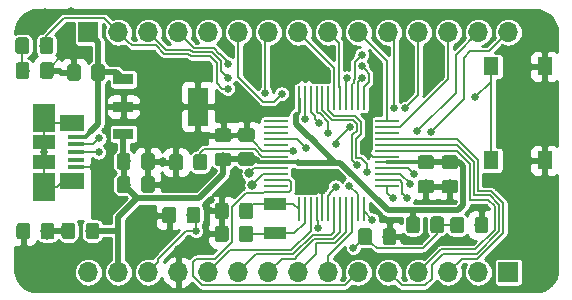
<source format=gbr>
G04 #@! TF.GenerationSoftware,KiCad,Pcbnew,(5.1.4)-1*
G04 #@! TF.CreationDate,2019-09-26T17:39:29-04:00*
G04 #@! TF.ProjectId,samd21-board,73616d64-3231-42d6-926f-6172642e6b69,rev?*
G04 #@! TF.SameCoordinates,Original*
G04 #@! TF.FileFunction,Copper,L1,Top*
G04 #@! TF.FilePolarity,Positive*
%FSLAX46Y46*%
G04 Gerber Fmt 4.6, Leading zero omitted, Abs format (unit mm)*
G04 Created by KiCad (PCBNEW (5.1.4)-1) date 2019-09-26 17:39:29*
%MOMM*%
%LPD*%
G04 APERTURE LIST*
%ADD10R,1.300000X1.550000*%
%ADD11R,1.900000X1.100000*%
%ADD12C,0.100000*%
%ADD13C,1.150000*%
%ADD14O,1.700000X1.700000*%
%ADD15R,1.700000X1.700000*%
%ADD16R,0.250000X2.000000*%
%ADD17R,2.000000X0.250000*%
%ADD18R,1.380000X0.450000*%
%ADD19R,2.100000X1.475000*%
%ADD20R,1.900000X2.375000*%
%ADD21R,1.900000X1.175000*%
%ADD22R,1.750000X0.950000*%
%ADD23R,1.750000X3.250000*%
%ADD24C,0.660400*%
%ADD25C,0.800000*%
%ADD26C,0.152400*%
%ADD27C,0.508000*%
%ADD28C,0.304800*%
%ADD29C,0.254000*%
G04 APERTURE END LIST*
D10*
X98820800Y-80632400D03*
X98820800Y-88582400D03*
X94320800Y-80632400D03*
X94320800Y-88582400D03*
D11*
X75971400Y-92247400D03*
X75971400Y-94747400D03*
D12*
G36*
X65585705Y-89928404D02*
G01*
X65609973Y-89932004D01*
X65633772Y-89937965D01*
X65656871Y-89946230D01*
X65679050Y-89956720D01*
X65700093Y-89969332D01*
X65719799Y-89983947D01*
X65737977Y-90000423D01*
X65754453Y-90018601D01*
X65769068Y-90038307D01*
X65781680Y-90059350D01*
X65792170Y-90081529D01*
X65800435Y-90104628D01*
X65806396Y-90128427D01*
X65809996Y-90152695D01*
X65811200Y-90177199D01*
X65811200Y-91077201D01*
X65809996Y-91101705D01*
X65806396Y-91125973D01*
X65800435Y-91149772D01*
X65792170Y-91172871D01*
X65781680Y-91195050D01*
X65769068Y-91216093D01*
X65754453Y-91235799D01*
X65737977Y-91253977D01*
X65719799Y-91270453D01*
X65700093Y-91285068D01*
X65679050Y-91297680D01*
X65656871Y-91308170D01*
X65633772Y-91316435D01*
X65609973Y-91322396D01*
X65585705Y-91325996D01*
X65561201Y-91327200D01*
X64911199Y-91327200D01*
X64886695Y-91325996D01*
X64862427Y-91322396D01*
X64838628Y-91316435D01*
X64815529Y-91308170D01*
X64793350Y-91297680D01*
X64772307Y-91285068D01*
X64752601Y-91270453D01*
X64734423Y-91253977D01*
X64717947Y-91235799D01*
X64703332Y-91216093D01*
X64690720Y-91195050D01*
X64680230Y-91172871D01*
X64671965Y-91149772D01*
X64666004Y-91125973D01*
X64662404Y-91101705D01*
X64661200Y-91077201D01*
X64661200Y-90177199D01*
X64662404Y-90152695D01*
X64666004Y-90128427D01*
X64671965Y-90104628D01*
X64680230Y-90081529D01*
X64690720Y-90059350D01*
X64703332Y-90038307D01*
X64717947Y-90018601D01*
X64734423Y-90000423D01*
X64752601Y-89983947D01*
X64772307Y-89969332D01*
X64793350Y-89956720D01*
X64815529Y-89946230D01*
X64838628Y-89937965D01*
X64862427Y-89932004D01*
X64886695Y-89928404D01*
X64911199Y-89927200D01*
X65561201Y-89927200D01*
X65585705Y-89928404D01*
X65585705Y-89928404D01*
G37*
D13*
X65236200Y-90627200D03*
D12*
G36*
X63535705Y-89928404D02*
G01*
X63559973Y-89932004D01*
X63583772Y-89937965D01*
X63606871Y-89946230D01*
X63629050Y-89956720D01*
X63650093Y-89969332D01*
X63669799Y-89983947D01*
X63687977Y-90000423D01*
X63704453Y-90018601D01*
X63719068Y-90038307D01*
X63731680Y-90059350D01*
X63742170Y-90081529D01*
X63750435Y-90104628D01*
X63756396Y-90128427D01*
X63759996Y-90152695D01*
X63761200Y-90177199D01*
X63761200Y-91077201D01*
X63759996Y-91101705D01*
X63756396Y-91125973D01*
X63750435Y-91149772D01*
X63742170Y-91172871D01*
X63731680Y-91195050D01*
X63719068Y-91216093D01*
X63704453Y-91235799D01*
X63687977Y-91253977D01*
X63669799Y-91270453D01*
X63650093Y-91285068D01*
X63629050Y-91297680D01*
X63606871Y-91308170D01*
X63583772Y-91316435D01*
X63559973Y-91322396D01*
X63535705Y-91325996D01*
X63511201Y-91327200D01*
X62861199Y-91327200D01*
X62836695Y-91325996D01*
X62812427Y-91322396D01*
X62788628Y-91316435D01*
X62765529Y-91308170D01*
X62743350Y-91297680D01*
X62722307Y-91285068D01*
X62702601Y-91270453D01*
X62684423Y-91253977D01*
X62667947Y-91235799D01*
X62653332Y-91216093D01*
X62640720Y-91195050D01*
X62630230Y-91172871D01*
X62621965Y-91149772D01*
X62616004Y-91125973D01*
X62612404Y-91101705D01*
X62611200Y-91077201D01*
X62611200Y-90177199D01*
X62612404Y-90152695D01*
X62616004Y-90128427D01*
X62621965Y-90104628D01*
X62630230Y-90081529D01*
X62640720Y-90059350D01*
X62653332Y-90038307D01*
X62667947Y-90018601D01*
X62684423Y-90000423D01*
X62702601Y-89983947D01*
X62722307Y-89969332D01*
X62743350Y-89956720D01*
X62765529Y-89946230D01*
X62788628Y-89937965D01*
X62812427Y-89932004D01*
X62836695Y-89928404D01*
X62861199Y-89927200D01*
X63511201Y-89927200D01*
X63535705Y-89928404D01*
X63535705Y-89928404D01*
G37*
D13*
X63186200Y-90627200D03*
D12*
G36*
X65585705Y-87972604D02*
G01*
X65609973Y-87976204D01*
X65633772Y-87982165D01*
X65656871Y-87990430D01*
X65679050Y-88000920D01*
X65700093Y-88013532D01*
X65719799Y-88028147D01*
X65737977Y-88044623D01*
X65754453Y-88062801D01*
X65769068Y-88082507D01*
X65781680Y-88103550D01*
X65792170Y-88125729D01*
X65800435Y-88148828D01*
X65806396Y-88172627D01*
X65809996Y-88196895D01*
X65811200Y-88221399D01*
X65811200Y-89121401D01*
X65809996Y-89145905D01*
X65806396Y-89170173D01*
X65800435Y-89193972D01*
X65792170Y-89217071D01*
X65781680Y-89239250D01*
X65769068Y-89260293D01*
X65754453Y-89279999D01*
X65737977Y-89298177D01*
X65719799Y-89314653D01*
X65700093Y-89329268D01*
X65679050Y-89341880D01*
X65656871Y-89352370D01*
X65633772Y-89360635D01*
X65609973Y-89366596D01*
X65585705Y-89370196D01*
X65561201Y-89371400D01*
X64911199Y-89371400D01*
X64886695Y-89370196D01*
X64862427Y-89366596D01*
X64838628Y-89360635D01*
X64815529Y-89352370D01*
X64793350Y-89341880D01*
X64772307Y-89329268D01*
X64752601Y-89314653D01*
X64734423Y-89298177D01*
X64717947Y-89279999D01*
X64703332Y-89260293D01*
X64690720Y-89239250D01*
X64680230Y-89217071D01*
X64671965Y-89193972D01*
X64666004Y-89170173D01*
X64662404Y-89145905D01*
X64661200Y-89121401D01*
X64661200Y-88221399D01*
X64662404Y-88196895D01*
X64666004Y-88172627D01*
X64671965Y-88148828D01*
X64680230Y-88125729D01*
X64690720Y-88103550D01*
X64703332Y-88082507D01*
X64717947Y-88062801D01*
X64734423Y-88044623D01*
X64752601Y-88028147D01*
X64772307Y-88013532D01*
X64793350Y-88000920D01*
X64815529Y-87990430D01*
X64838628Y-87982165D01*
X64862427Y-87976204D01*
X64886695Y-87972604D01*
X64911199Y-87971400D01*
X65561201Y-87971400D01*
X65585705Y-87972604D01*
X65585705Y-87972604D01*
G37*
D13*
X65236200Y-88671400D03*
D12*
G36*
X63535705Y-87972604D02*
G01*
X63559973Y-87976204D01*
X63583772Y-87982165D01*
X63606871Y-87990430D01*
X63629050Y-88000920D01*
X63650093Y-88013532D01*
X63669799Y-88028147D01*
X63687977Y-88044623D01*
X63704453Y-88062801D01*
X63719068Y-88082507D01*
X63731680Y-88103550D01*
X63742170Y-88125729D01*
X63750435Y-88148828D01*
X63756396Y-88172627D01*
X63759996Y-88196895D01*
X63761200Y-88221399D01*
X63761200Y-89121401D01*
X63759996Y-89145905D01*
X63756396Y-89170173D01*
X63750435Y-89193972D01*
X63742170Y-89217071D01*
X63731680Y-89239250D01*
X63719068Y-89260293D01*
X63704453Y-89279999D01*
X63687977Y-89298177D01*
X63669799Y-89314653D01*
X63650093Y-89329268D01*
X63629050Y-89341880D01*
X63606871Y-89352370D01*
X63583772Y-89360635D01*
X63559973Y-89366596D01*
X63535705Y-89370196D01*
X63511201Y-89371400D01*
X62861199Y-89371400D01*
X62836695Y-89370196D01*
X62812427Y-89366596D01*
X62788628Y-89360635D01*
X62765529Y-89352370D01*
X62743350Y-89341880D01*
X62722307Y-89329268D01*
X62702601Y-89314653D01*
X62684423Y-89298177D01*
X62667947Y-89279999D01*
X62653332Y-89260293D01*
X62640720Y-89239250D01*
X62630230Y-89217071D01*
X62621965Y-89193972D01*
X62616004Y-89170173D01*
X62612404Y-89145905D01*
X62611200Y-89121401D01*
X62611200Y-88221399D01*
X62612404Y-88196895D01*
X62616004Y-88172627D01*
X62621965Y-88148828D01*
X62630230Y-88125729D01*
X62640720Y-88103550D01*
X62653332Y-88082507D01*
X62667947Y-88062801D01*
X62684423Y-88044623D01*
X62702601Y-88028147D01*
X62722307Y-88013532D01*
X62743350Y-88000920D01*
X62765529Y-87990430D01*
X62788628Y-87982165D01*
X62812427Y-87976204D01*
X62836695Y-87972604D01*
X62861199Y-87971400D01*
X63511201Y-87971400D01*
X63535705Y-87972604D01*
X63535705Y-87972604D01*
G37*
D13*
X63186200Y-88671400D03*
D12*
G36*
X59319305Y-80428804D02*
G01*
X59343573Y-80432404D01*
X59367372Y-80438365D01*
X59390471Y-80446630D01*
X59412650Y-80457120D01*
X59433693Y-80469732D01*
X59453399Y-80484347D01*
X59471577Y-80500823D01*
X59488053Y-80519001D01*
X59502668Y-80538707D01*
X59515280Y-80559750D01*
X59525770Y-80581929D01*
X59534035Y-80605028D01*
X59539996Y-80628827D01*
X59543596Y-80653095D01*
X59544800Y-80677599D01*
X59544800Y-81577601D01*
X59543596Y-81602105D01*
X59539996Y-81626373D01*
X59534035Y-81650172D01*
X59525770Y-81673271D01*
X59515280Y-81695450D01*
X59502668Y-81716493D01*
X59488053Y-81736199D01*
X59471577Y-81754377D01*
X59453399Y-81770853D01*
X59433693Y-81785468D01*
X59412650Y-81798080D01*
X59390471Y-81808570D01*
X59367372Y-81816835D01*
X59343573Y-81822796D01*
X59319305Y-81826396D01*
X59294801Y-81827600D01*
X58644799Y-81827600D01*
X58620295Y-81826396D01*
X58596027Y-81822796D01*
X58572228Y-81816835D01*
X58549129Y-81808570D01*
X58526950Y-81798080D01*
X58505907Y-81785468D01*
X58486201Y-81770853D01*
X58468023Y-81754377D01*
X58451547Y-81736199D01*
X58436932Y-81716493D01*
X58424320Y-81695450D01*
X58413830Y-81673271D01*
X58405565Y-81650172D01*
X58399604Y-81626373D01*
X58396004Y-81602105D01*
X58394800Y-81577601D01*
X58394800Y-80677599D01*
X58396004Y-80653095D01*
X58399604Y-80628827D01*
X58405565Y-80605028D01*
X58413830Y-80581929D01*
X58424320Y-80559750D01*
X58436932Y-80538707D01*
X58451547Y-80519001D01*
X58468023Y-80500823D01*
X58486201Y-80484347D01*
X58505907Y-80469732D01*
X58526950Y-80457120D01*
X58549129Y-80446630D01*
X58572228Y-80438365D01*
X58596027Y-80432404D01*
X58620295Y-80428804D01*
X58644799Y-80427600D01*
X59294801Y-80427600D01*
X59319305Y-80428804D01*
X59319305Y-80428804D01*
G37*
D13*
X58969800Y-81127600D03*
D12*
G36*
X61369305Y-80428804D02*
G01*
X61393573Y-80432404D01*
X61417372Y-80438365D01*
X61440471Y-80446630D01*
X61462650Y-80457120D01*
X61483693Y-80469732D01*
X61503399Y-80484347D01*
X61521577Y-80500823D01*
X61538053Y-80519001D01*
X61552668Y-80538707D01*
X61565280Y-80559750D01*
X61575770Y-80581929D01*
X61584035Y-80605028D01*
X61589996Y-80628827D01*
X61593596Y-80653095D01*
X61594800Y-80677599D01*
X61594800Y-81577601D01*
X61593596Y-81602105D01*
X61589996Y-81626373D01*
X61584035Y-81650172D01*
X61575770Y-81673271D01*
X61565280Y-81695450D01*
X61552668Y-81716493D01*
X61538053Y-81736199D01*
X61521577Y-81754377D01*
X61503399Y-81770853D01*
X61483693Y-81785468D01*
X61462650Y-81798080D01*
X61440471Y-81808570D01*
X61417372Y-81816835D01*
X61393573Y-81822796D01*
X61369305Y-81826396D01*
X61344801Y-81827600D01*
X60694799Y-81827600D01*
X60670295Y-81826396D01*
X60646027Y-81822796D01*
X60622228Y-81816835D01*
X60599129Y-81808570D01*
X60576950Y-81798080D01*
X60555907Y-81785468D01*
X60536201Y-81770853D01*
X60518023Y-81754377D01*
X60501547Y-81736199D01*
X60486932Y-81716493D01*
X60474320Y-81695450D01*
X60463830Y-81673271D01*
X60455565Y-81650172D01*
X60449604Y-81626373D01*
X60446004Y-81602105D01*
X60444800Y-81577601D01*
X60444800Y-80677599D01*
X60446004Y-80653095D01*
X60449604Y-80628827D01*
X60455565Y-80605028D01*
X60463830Y-80581929D01*
X60474320Y-80559750D01*
X60486932Y-80538707D01*
X60501547Y-80519001D01*
X60518023Y-80500823D01*
X60536201Y-80484347D01*
X60555907Y-80469732D01*
X60576950Y-80457120D01*
X60599129Y-80446630D01*
X60622228Y-80438365D01*
X60646027Y-80432404D01*
X60670295Y-80428804D01*
X60694799Y-80427600D01*
X61344801Y-80427600D01*
X61369305Y-80428804D01*
X61369305Y-80428804D01*
G37*
D13*
X61019800Y-81127600D03*
D14*
X95758000Y-77724000D03*
X93218000Y-77724000D03*
X90678000Y-77724000D03*
X88138000Y-77724000D03*
X85598000Y-77724000D03*
X83058000Y-77724000D03*
X80518000Y-77724000D03*
X77978000Y-77724000D03*
X75438000Y-77724000D03*
X72898000Y-77724000D03*
X70358000Y-77724000D03*
X67818000Y-77724000D03*
X65278000Y-77724000D03*
X62738000Y-77724000D03*
D15*
X60198000Y-77724000D03*
D16*
X78022000Y-92711000D03*
X78522000Y-92711000D03*
X79022000Y-92711000D03*
X79522000Y-92711000D03*
X80022000Y-92711000D03*
X80522000Y-92711000D03*
X81022000Y-92711000D03*
X81522000Y-92711000D03*
X82022000Y-92711000D03*
X82522000Y-92711000D03*
X83022000Y-92711000D03*
X83522000Y-92711000D03*
D17*
X85472000Y-90761000D03*
X85472000Y-90261000D03*
X85472000Y-89761000D03*
X85472000Y-89261000D03*
X85472000Y-88761000D03*
X85472000Y-88261000D03*
X85472000Y-87761000D03*
X85472000Y-87261000D03*
X85472000Y-86761000D03*
X85472000Y-86261000D03*
X85472000Y-85761000D03*
X85472000Y-85261000D03*
D16*
X83522000Y-83311000D03*
X83022000Y-83311000D03*
X82522000Y-83311000D03*
X82022000Y-83311000D03*
X81522000Y-83311000D03*
X81022000Y-83311000D03*
X80522000Y-83311000D03*
X80022000Y-83311000D03*
X79522000Y-83311000D03*
X79022000Y-83311000D03*
X78522000Y-83311000D03*
X78022000Y-83311000D03*
D17*
X76072000Y-85261000D03*
X76072000Y-85761000D03*
X76072000Y-86261000D03*
X76072000Y-86761000D03*
X76072000Y-87261000D03*
X76072000Y-87761000D03*
X76072000Y-88261000D03*
X76072000Y-88761000D03*
X76072000Y-89261000D03*
X76072000Y-89761000D03*
X76072000Y-90261000D03*
X76072000Y-90761000D03*
D12*
G36*
X93830505Y-93357404D02*
G01*
X93854773Y-93361004D01*
X93878572Y-93366965D01*
X93901671Y-93375230D01*
X93923850Y-93385720D01*
X93944893Y-93398332D01*
X93964599Y-93412947D01*
X93982777Y-93429423D01*
X93999253Y-93447601D01*
X94013868Y-93467307D01*
X94026480Y-93488350D01*
X94036970Y-93510529D01*
X94045235Y-93533628D01*
X94051196Y-93557427D01*
X94054796Y-93581695D01*
X94056000Y-93606199D01*
X94056000Y-94506201D01*
X94054796Y-94530705D01*
X94051196Y-94554973D01*
X94045235Y-94578772D01*
X94036970Y-94601871D01*
X94026480Y-94624050D01*
X94013868Y-94645093D01*
X93999253Y-94664799D01*
X93982777Y-94682977D01*
X93964599Y-94699453D01*
X93944893Y-94714068D01*
X93923850Y-94726680D01*
X93901671Y-94737170D01*
X93878572Y-94745435D01*
X93854773Y-94751396D01*
X93830505Y-94754996D01*
X93806001Y-94756200D01*
X93155999Y-94756200D01*
X93131495Y-94754996D01*
X93107227Y-94751396D01*
X93083428Y-94745435D01*
X93060329Y-94737170D01*
X93038150Y-94726680D01*
X93017107Y-94714068D01*
X92997401Y-94699453D01*
X92979223Y-94682977D01*
X92962747Y-94664799D01*
X92948132Y-94645093D01*
X92935520Y-94624050D01*
X92925030Y-94601871D01*
X92916765Y-94578772D01*
X92910804Y-94554973D01*
X92907204Y-94530705D01*
X92906000Y-94506201D01*
X92906000Y-93606199D01*
X92907204Y-93581695D01*
X92910804Y-93557427D01*
X92916765Y-93533628D01*
X92925030Y-93510529D01*
X92935520Y-93488350D01*
X92948132Y-93467307D01*
X92962747Y-93447601D01*
X92979223Y-93429423D01*
X92997401Y-93412947D01*
X93017107Y-93398332D01*
X93038150Y-93385720D01*
X93060329Y-93375230D01*
X93083428Y-93366965D01*
X93107227Y-93361004D01*
X93131495Y-93357404D01*
X93155999Y-93356200D01*
X93806001Y-93356200D01*
X93830505Y-93357404D01*
X93830505Y-93357404D01*
G37*
D13*
X93481000Y-94056200D03*
D12*
G36*
X91780505Y-93357404D02*
G01*
X91804773Y-93361004D01*
X91828572Y-93366965D01*
X91851671Y-93375230D01*
X91873850Y-93385720D01*
X91894893Y-93398332D01*
X91914599Y-93412947D01*
X91932777Y-93429423D01*
X91949253Y-93447601D01*
X91963868Y-93467307D01*
X91976480Y-93488350D01*
X91986970Y-93510529D01*
X91995235Y-93533628D01*
X92001196Y-93557427D01*
X92004796Y-93581695D01*
X92006000Y-93606199D01*
X92006000Y-94506201D01*
X92004796Y-94530705D01*
X92001196Y-94554973D01*
X91995235Y-94578772D01*
X91986970Y-94601871D01*
X91976480Y-94624050D01*
X91963868Y-94645093D01*
X91949253Y-94664799D01*
X91932777Y-94682977D01*
X91914599Y-94699453D01*
X91894893Y-94714068D01*
X91873850Y-94726680D01*
X91851671Y-94737170D01*
X91828572Y-94745435D01*
X91804773Y-94751396D01*
X91780505Y-94754996D01*
X91756001Y-94756200D01*
X91105999Y-94756200D01*
X91081495Y-94754996D01*
X91057227Y-94751396D01*
X91033428Y-94745435D01*
X91010329Y-94737170D01*
X90988150Y-94726680D01*
X90967107Y-94714068D01*
X90947401Y-94699453D01*
X90929223Y-94682977D01*
X90912747Y-94664799D01*
X90898132Y-94645093D01*
X90885520Y-94624050D01*
X90875030Y-94601871D01*
X90866765Y-94578772D01*
X90860804Y-94554973D01*
X90857204Y-94530705D01*
X90856000Y-94506201D01*
X90856000Y-93606199D01*
X90857204Y-93581695D01*
X90860804Y-93557427D01*
X90866765Y-93533628D01*
X90875030Y-93510529D01*
X90885520Y-93488350D01*
X90898132Y-93467307D01*
X90912747Y-93447601D01*
X90929223Y-93429423D01*
X90947401Y-93412947D01*
X90967107Y-93398332D01*
X90988150Y-93385720D01*
X91010329Y-93375230D01*
X91033428Y-93366965D01*
X91057227Y-93361004D01*
X91081495Y-93357404D01*
X91105999Y-93356200D01*
X91756001Y-93356200D01*
X91780505Y-93357404D01*
X91780505Y-93357404D01*
G37*
D13*
X91431000Y-94056200D03*
D12*
G36*
X83982705Y-94335304D02*
G01*
X84006973Y-94338904D01*
X84030772Y-94344865D01*
X84053871Y-94353130D01*
X84076050Y-94363620D01*
X84097093Y-94376232D01*
X84116799Y-94390847D01*
X84134977Y-94407323D01*
X84151453Y-94425501D01*
X84166068Y-94445207D01*
X84178680Y-94466250D01*
X84189170Y-94488429D01*
X84197435Y-94511528D01*
X84203396Y-94535327D01*
X84206996Y-94559595D01*
X84208200Y-94584099D01*
X84208200Y-95484101D01*
X84206996Y-95508605D01*
X84203396Y-95532873D01*
X84197435Y-95556672D01*
X84189170Y-95579771D01*
X84178680Y-95601950D01*
X84166068Y-95622993D01*
X84151453Y-95642699D01*
X84134977Y-95660877D01*
X84116799Y-95677353D01*
X84097093Y-95691968D01*
X84076050Y-95704580D01*
X84053871Y-95715070D01*
X84030772Y-95723335D01*
X84006973Y-95729296D01*
X83982705Y-95732896D01*
X83958201Y-95734100D01*
X83308199Y-95734100D01*
X83283695Y-95732896D01*
X83259427Y-95729296D01*
X83235628Y-95723335D01*
X83212529Y-95715070D01*
X83190350Y-95704580D01*
X83169307Y-95691968D01*
X83149601Y-95677353D01*
X83131423Y-95660877D01*
X83114947Y-95642699D01*
X83100332Y-95622993D01*
X83087720Y-95601950D01*
X83077230Y-95579771D01*
X83068965Y-95556672D01*
X83063004Y-95532873D01*
X83059404Y-95508605D01*
X83058200Y-95484101D01*
X83058200Y-94584099D01*
X83059404Y-94559595D01*
X83063004Y-94535327D01*
X83068965Y-94511528D01*
X83077230Y-94488429D01*
X83087720Y-94466250D01*
X83100332Y-94445207D01*
X83114947Y-94425501D01*
X83131423Y-94407323D01*
X83149601Y-94390847D01*
X83169307Y-94376232D01*
X83190350Y-94363620D01*
X83212529Y-94353130D01*
X83235628Y-94344865D01*
X83259427Y-94338904D01*
X83283695Y-94335304D01*
X83308199Y-94334100D01*
X83958201Y-94334100D01*
X83982705Y-94335304D01*
X83982705Y-94335304D01*
G37*
D13*
X83633200Y-95034100D03*
D12*
G36*
X86032705Y-94335304D02*
G01*
X86056973Y-94338904D01*
X86080772Y-94344865D01*
X86103871Y-94353130D01*
X86126050Y-94363620D01*
X86147093Y-94376232D01*
X86166799Y-94390847D01*
X86184977Y-94407323D01*
X86201453Y-94425501D01*
X86216068Y-94445207D01*
X86228680Y-94466250D01*
X86239170Y-94488429D01*
X86247435Y-94511528D01*
X86253396Y-94535327D01*
X86256996Y-94559595D01*
X86258200Y-94584099D01*
X86258200Y-95484101D01*
X86256996Y-95508605D01*
X86253396Y-95532873D01*
X86247435Y-95556672D01*
X86239170Y-95579771D01*
X86228680Y-95601950D01*
X86216068Y-95622993D01*
X86201453Y-95642699D01*
X86184977Y-95660877D01*
X86166799Y-95677353D01*
X86147093Y-95691968D01*
X86126050Y-95704580D01*
X86103871Y-95715070D01*
X86080772Y-95723335D01*
X86056973Y-95729296D01*
X86032705Y-95732896D01*
X86008201Y-95734100D01*
X85358199Y-95734100D01*
X85333695Y-95732896D01*
X85309427Y-95729296D01*
X85285628Y-95723335D01*
X85262529Y-95715070D01*
X85240350Y-95704580D01*
X85219307Y-95691968D01*
X85199601Y-95677353D01*
X85181423Y-95660877D01*
X85164947Y-95642699D01*
X85150332Y-95622993D01*
X85137720Y-95601950D01*
X85127230Y-95579771D01*
X85118965Y-95556672D01*
X85113004Y-95532873D01*
X85109404Y-95508605D01*
X85108200Y-95484101D01*
X85108200Y-94584099D01*
X85109404Y-94559595D01*
X85113004Y-94535327D01*
X85118965Y-94511528D01*
X85127230Y-94488429D01*
X85137720Y-94466250D01*
X85150332Y-94445207D01*
X85164947Y-94425501D01*
X85181423Y-94407323D01*
X85199601Y-94390847D01*
X85219307Y-94376232D01*
X85240350Y-94363620D01*
X85262529Y-94353130D01*
X85285628Y-94344865D01*
X85309427Y-94338904D01*
X85333695Y-94335304D01*
X85358199Y-94334100D01*
X86008201Y-94334100D01*
X86032705Y-94335304D01*
X86032705Y-94335304D01*
G37*
D13*
X85683200Y-95034100D03*
D12*
G36*
X73904205Y-92163604D02*
G01*
X73928473Y-92167204D01*
X73952272Y-92173165D01*
X73975371Y-92181430D01*
X73997550Y-92191920D01*
X74018593Y-92204532D01*
X74038299Y-92219147D01*
X74056477Y-92235623D01*
X74072953Y-92253801D01*
X74087568Y-92273507D01*
X74100180Y-92294550D01*
X74110670Y-92316729D01*
X74118935Y-92339828D01*
X74124896Y-92363627D01*
X74128496Y-92387895D01*
X74129700Y-92412399D01*
X74129700Y-93312401D01*
X74128496Y-93336905D01*
X74124896Y-93361173D01*
X74118935Y-93384972D01*
X74110670Y-93408071D01*
X74100180Y-93430250D01*
X74087568Y-93451293D01*
X74072953Y-93470999D01*
X74056477Y-93489177D01*
X74038299Y-93505653D01*
X74018593Y-93520268D01*
X73997550Y-93532880D01*
X73975371Y-93543370D01*
X73952272Y-93551635D01*
X73928473Y-93557596D01*
X73904205Y-93561196D01*
X73879701Y-93562400D01*
X73229699Y-93562400D01*
X73205195Y-93561196D01*
X73180927Y-93557596D01*
X73157128Y-93551635D01*
X73134029Y-93543370D01*
X73111850Y-93532880D01*
X73090807Y-93520268D01*
X73071101Y-93505653D01*
X73052923Y-93489177D01*
X73036447Y-93470999D01*
X73021832Y-93451293D01*
X73009220Y-93430250D01*
X72998730Y-93408071D01*
X72990465Y-93384972D01*
X72984504Y-93361173D01*
X72980904Y-93336905D01*
X72979700Y-93312401D01*
X72979700Y-92412399D01*
X72980904Y-92387895D01*
X72984504Y-92363627D01*
X72990465Y-92339828D01*
X72998730Y-92316729D01*
X73009220Y-92294550D01*
X73021832Y-92273507D01*
X73036447Y-92253801D01*
X73052923Y-92235623D01*
X73071101Y-92219147D01*
X73090807Y-92204532D01*
X73111850Y-92191920D01*
X73134029Y-92181430D01*
X73157128Y-92173165D01*
X73180927Y-92167204D01*
X73205195Y-92163604D01*
X73229699Y-92162400D01*
X73879701Y-92162400D01*
X73904205Y-92163604D01*
X73904205Y-92163604D01*
G37*
D13*
X73554700Y-92862400D03*
D12*
G36*
X71854205Y-92163604D02*
G01*
X71878473Y-92167204D01*
X71902272Y-92173165D01*
X71925371Y-92181430D01*
X71947550Y-92191920D01*
X71968593Y-92204532D01*
X71988299Y-92219147D01*
X72006477Y-92235623D01*
X72022953Y-92253801D01*
X72037568Y-92273507D01*
X72050180Y-92294550D01*
X72060670Y-92316729D01*
X72068935Y-92339828D01*
X72074896Y-92363627D01*
X72078496Y-92387895D01*
X72079700Y-92412399D01*
X72079700Y-93312401D01*
X72078496Y-93336905D01*
X72074896Y-93361173D01*
X72068935Y-93384972D01*
X72060670Y-93408071D01*
X72050180Y-93430250D01*
X72037568Y-93451293D01*
X72022953Y-93470999D01*
X72006477Y-93489177D01*
X71988299Y-93505653D01*
X71968593Y-93520268D01*
X71947550Y-93532880D01*
X71925371Y-93543370D01*
X71902272Y-93551635D01*
X71878473Y-93557596D01*
X71854205Y-93561196D01*
X71829701Y-93562400D01*
X71179699Y-93562400D01*
X71155195Y-93561196D01*
X71130927Y-93557596D01*
X71107128Y-93551635D01*
X71084029Y-93543370D01*
X71061850Y-93532880D01*
X71040807Y-93520268D01*
X71021101Y-93505653D01*
X71002923Y-93489177D01*
X70986447Y-93470999D01*
X70971832Y-93451293D01*
X70959220Y-93430250D01*
X70948730Y-93408071D01*
X70940465Y-93384972D01*
X70934504Y-93361173D01*
X70930904Y-93336905D01*
X70929700Y-93312401D01*
X70929700Y-92412399D01*
X70930904Y-92387895D01*
X70934504Y-92363627D01*
X70940465Y-92339828D01*
X70948730Y-92316729D01*
X70959220Y-92294550D01*
X70971832Y-92273507D01*
X70986447Y-92253801D01*
X71002923Y-92235623D01*
X71021101Y-92219147D01*
X71040807Y-92204532D01*
X71061850Y-92191920D01*
X71084029Y-92181430D01*
X71107128Y-92173165D01*
X71130927Y-92167204D01*
X71155195Y-92163604D01*
X71179699Y-92162400D01*
X71829701Y-92162400D01*
X71854205Y-92163604D01*
X71854205Y-92163604D01*
G37*
D13*
X71504700Y-92862400D03*
D12*
G36*
X71841505Y-94106704D02*
G01*
X71865773Y-94110304D01*
X71889572Y-94116265D01*
X71912671Y-94124530D01*
X71934850Y-94135020D01*
X71955893Y-94147632D01*
X71975599Y-94162247D01*
X71993777Y-94178723D01*
X72010253Y-94196901D01*
X72024868Y-94216607D01*
X72037480Y-94237650D01*
X72047970Y-94259829D01*
X72056235Y-94282928D01*
X72062196Y-94306727D01*
X72065796Y-94330995D01*
X72067000Y-94355499D01*
X72067000Y-95255501D01*
X72065796Y-95280005D01*
X72062196Y-95304273D01*
X72056235Y-95328072D01*
X72047970Y-95351171D01*
X72037480Y-95373350D01*
X72024868Y-95394393D01*
X72010253Y-95414099D01*
X71993777Y-95432277D01*
X71975599Y-95448753D01*
X71955893Y-95463368D01*
X71934850Y-95475980D01*
X71912671Y-95486470D01*
X71889572Y-95494735D01*
X71865773Y-95500696D01*
X71841505Y-95504296D01*
X71817001Y-95505500D01*
X71166999Y-95505500D01*
X71142495Y-95504296D01*
X71118227Y-95500696D01*
X71094428Y-95494735D01*
X71071329Y-95486470D01*
X71049150Y-95475980D01*
X71028107Y-95463368D01*
X71008401Y-95448753D01*
X70990223Y-95432277D01*
X70973747Y-95414099D01*
X70959132Y-95394393D01*
X70946520Y-95373350D01*
X70936030Y-95351171D01*
X70927765Y-95328072D01*
X70921804Y-95304273D01*
X70918204Y-95280005D01*
X70917000Y-95255501D01*
X70917000Y-94355499D01*
X70918204Y-94330995D01*
X70921804Y-94306727D01*
X70927765Y-94282928D01*
X70936030Y-94259829D01*
X70946520Y-94237650D01*
X70959132Y-94216607D01*
X70973747Y-94196901D01*
X70990223Y-94178723D01*
X71008401Y-94162247D01*
X71028107Y-94147632D01*
X71049150Y-94135020D01*
X71071329Y-94124530D01*
X71094428Y-94116265D01*
X71118227Y-94110304D01*
X71142495Y-94106704D01*
X71166999Y-94105500D01*
X71817001Y-94105500D01*
X71841505Y-94106704D01*
X71841505Y-94106704D01*
G37*
D13*
X71492000Y-94805500D03*
D12*
G36*
X73891505Y-94106704D02*
G01*
X73915773Y-94110304D01*
X73939572Y-94116265D01*
X73962671Y-94124530D01*
X73984850Y-94135020D01*
X74005893Y-94147632D01*
X74025599Y-94162247D01*
X74043777Y-94178723D01*
X74060253Y-94196901D01*
X74074868Y-94216607D01*
X74087480Y-94237650D01*
X74097970Y-94259829D01*
X74106235Y-94282928D01*
X74112196Y-94306727D01*
X74115796Y-94330995D01*
X74117000Y-94355499D01*
X74117000Y-95255501D01*
X74115796Y-95280005D01*
X74112196Y-95304273D01*
X74106235Y-95328072D01*
X74097970Y-95351171D01*
X74087480Y-95373350D01*
X74074868Y-95394393D01*
X74060253Y-95414099D01*
X74043777Y-95432277D01*
X74025599Y-95448753D01*
X74005893Y-95463368D01*
X73984850Y-95475980D01*
X73962671Y-95486470D01*
X73939572Y-95494735D01*
X73915773Y-95500696D01*
X73891505Y-95504296D01*
X73867001Y-95505500D01*
X73216999Y-95505500D01*
X73192495Y-95504296D01*
X73168227Y-95500696D01*
X73144428Y-95494735D01*
X73121329Y-95486470D01*
X73099150Y-95475980D01*
X73078107Y-95463368D01*
X73058401Y-95448753D01*
X73040223Y-95432277D01*
X73023747Y-95414099D01*
X73009132Y-95394393D01*
X72996520Y-95373350D01*
X72986030Y-95351171D01*
X72977765Y-95328072D01*
X72971804Y-95304273D01*
X72968204Y-95280005D01*
X72967000Y-95255501D01*
X72967000Y-94355499D01*
X72968204Y-94330995D01*
X72971804Y-94306727D01*
X72977765Y-94282928D01*
X72986030Y-94259829D01*
X72996520Y-94237650D01*
X73009132Y-94216607D01*
X73023747Y-94196901D01*
X73040223Y-94178723D01*
X73058401Y-94162247D01*
X73078107Y-94147632D01*
X73099150Y-94135020D01*
X73121329Y-94124530D01*
X73144428Y-94116265D01*
X73168227Y-94110304D01*
X73192495Y-94106704D01*
X73216999Y-94105500D01*
X73867001Y-94105500D01*
X73891505Y-94106704D01*
X73891505Y-94106704D01*
G37*
D13*
X73542000Y-94805500D03*
D12*
G36*
X72077105Y-85866104D02*
G01*
X72101373Y-85869704D01*
X72125172Y-85875665D01*
X72148271Y-85883930D01*
X72170450Y-85894420D01*
X72191493Y-85907032D01*
X72211199Y-85921647D01*
X72229377Y-85938123D01*
X72245853Y-85956301D01*
X72260468Y-85976007D01*
X72273080Y-85997050D01*
X72283570Y-86019229D01*
X72291835Y-86042328D01*
X72297796Y-86066127D01*
X72301396Y-86090395D01*
X72302600Y-86114899D01*
X72302600Y-86764901D01*
X72301396Y-86789405D01*
X72297796Y-86813673D01*
X72291835Y-86837472D01*
X72283570Y-86860571D01*
X72273080Y-86882750D01*
X72260468Y-86903793D01*
X72245853Y-86923499D01*
X72229377Y-86941677D01*
X72211199Y-86958153D01*
X72191493Y-86972768D01*
X72170450Y-86985380D01*
X72148271Y-86995870D01*
X72125172Y-87004135D01*
X72101373Y-87010096D01*
X72077105Y-87013696D01*
X72052601Y-87014900D01*
X71152599Y-87014900D01*
X71128095Y-87013696D01*
X71103827Y-87010096D01*
X71080028Y-87004135D01*
X71056929Y-86995870D01*
X71034750Y-86985380D01*
X71013707Y-86972768D01*
X70994001Y-86958153D01*
X70975823Y-86941677D01*
X70959347Y-86923499D01*
X70944732Y-86903793D01*
X70932120Y-86882750D01*
X70921630Y-86860571D01*
X70913365Y-86837472D01*
X70907404Y-86813673D01*
X70903804Y-86789405D01*
X70902600Y-86764901D01*
X70902600Y-86114899D01*
X70903804Y-86090395D01*
X70907404Y-86066127D01*
X70913365Y-86042328D01*
X70921630Y-86019229D01*
X70932120Y-85997050D01*
X70944732Y-85976007D01*
X70959347Y-85956301D01*
X70975823Y-85938123D01*
X70994001Y-85921647D01*
X71013707Y-85907032D01*
X71034750Y-85894420D01*
X71056929Y-85883930D01*
X71080028Y-85875665D01*
X71103827Y-85869704D01*
X71128095Y-85866104D01*
X71152599Y-85864900D01*
X72052601Y-85864900D01*
X72077105Y-85866104D01*
X72077105Y-85866104D01*
G37*
D13*
X71602600Y-86439900D03*
D12*
G36*
X72077105Y-87916104D02*
G01*
X72101373Y-87919704D01*
X72125172Y-87925665D01*
X72148271Y-87933930D01*
X72170450Y-87944420D01*
X72191493Y-87957032D01*
X72211199Y-87971647D01*
X72229377Y-87988123D01*
X72245853Y-88006301D01*
X72260468Y-88026007D01*
X72273080Y-88047050D01*
X72283570Y-88069229D01*
X72291835Y-88092328D01*
X72297796Y-88116127D01*
X72301396Y-88140395D01*
X72302600Y-88164899D01*
X72302600Y-88814901D01*
X72301396Y-88839405D01*
X72297796Y-88863673D01*
X72291835Y-88887472D01*
X72283570Y-88910571D01*
X72273080Y-88932750D01*
X72260468Y-88953793D01*
X72245853Y-88973499D01*
X72229377Y-88991677D01*
X72211199Y-89008153D01*
X72191493Y-89022768D01*
X72170450Y-89035380D01*
X72148271Y-89045870D01*
X72125172Y-89054135D01*
X72101373Y-89060096D01*
X72077105Y-89063696D01*
X72052601Y-89064900D01*
X71152599Y-89064900D01*
X71128095Y-89063696D01*
X71103827Y-89060096D01*
X71080028Y-89054135D01*
X71056929Y-89045870D01*
X71034750Y-89035380D01*
X71013707Y-89022768D01*
X70994001Y-89008153D01*
X70975823Y-88991677D01*
X70959347Y-88973499D01*
X70944732Y-88953793D01*
X70932120Y-88932750D01*
X70921630Y-88910571D01*
X70913365Y-88887472D01*
X70907404Y-88863673D01*
X70903804Y-88839405D01*
X70902600Y-88814901D01*
X70902600Y-88164899D01*
X70903804Y-88140395D01*
X70907404Y-88116127D01*
X70913365Y-88092328D01*
X70921630Y-88069229D01*
X70932120Y-88047050D01*
X70944732Y-88026007D01*
X70959347Y-88006301D01*
X70975823Y-87988123D01*
X70994001Y-87971647D01*
X71013707Y-87957032D01*
X71034750Y-87944420D01*
X71056929Y-87933930D01*
X71080028Y-87925665D01*
X71103827Y-87919704D01*
X71128095Y-87916104D01*
X71152599Y-87914900D01*
X72052601Y-87914900D01*
X72077105Y-87916104D01*
X72077105Y-87916104D01*
G37*
D13*
X71602600Y-88489900D03*
D12*
G36*
X74045605Y-87890704D02*
G01*
X74069873Y-87894304D01*
X74093672Y-87900265D01*
X74116771Y-87908530D01*
X74138950Y-87919020D01*
X74159993Y-87931632D01*
X74179699Y-87946247D01*
X74197877Y-87962723D01*
X74214353Y-87980901D01*
X74228968Y-88000607D01*
X74241580Y-88021650D01*
X74252070Y-88043829D01*
X74260335Y-88066928D01*
X74266296Y-88090727D01*
X74269896Y-88114995D01*
X74271100Y-88139499D01*
X74271100Y-88789501D01*
X74269896Y-88814005D01*
X74266296Y-88838273D01*
X74260335Y-88862072D01*
X74252070Y-88885171D01*
X74241580Y-88907350D01*
X74228968Y-88928393D01*
X74214353Y-88948099D01*
X74197877Y-88966277D01*
X74179699Y-88982753D01*
X74159993Y-88997368D01*
X74138950Y-89009980D01*
X74116771Y-89020470D01*
X74093672Y-89028735D01*
X74069873Y-89034696D01*
X74045605Y-89038296D01*
X74021101Y-89039500D01*
X73121099Y-89039500D01*
X73096595Y-89038296D01*
X73072327Y-89034696D01*
X73048528Y-89028735D01*
X73025429Y-89020470D01*
X73003250Y-89009980D01*
X72982207Y-88997368D01*
X72962501Y-88982753D01*
X72944323Y-88966277D01*
X72927847Y-88948099D01*
X72913232Y-88928393D01*
X72900620Y-88907350D01*
X72890130Y-88885171D01*
X72881865Y-88862072D01*
X72875904Y-88838273D01*
X72872304Y-88814005D01*
X72871100Y-88789501D01*
X72871100Y-88139499D01*
X72872304Y-88114995D01*
X72875904Y-88090727D01*
X72881865Y-88066928D01*
X72890130Y-88043829D01*
X72900620Y-88021650D01*
X72913232Y-88000607D01*
X72927847Y-87980901D01*
X72944323Y-87962723D01*
X72962501Y-87946247D01*
X72982207Y-87931632D01*
X73003250Y-87919020D01*
X73025429Y-87908530D01*
X73048528Y-87900265D01*
X73072327Y-87894304D01*
X73096595Y-87890704D01*
X73121099Y-87889500D01*
X74021101Y-87889500D01*
X74045605Y-87890704D01*
X74045605Y-87890704D01*
G37*
D13*
X73571100Y-88464500D03*
D12*
G36*
X74045605Y-85840704D02*
G01*
X74069873Y-85844304D01*
X74093672Y-85850265D01*
X74116771Y-85858530D01*
X74138950Y-85869020D01*
X74159993Y-85881632D01*
X74179699Y-85896247D01*
X74197877Y-85912723D01*
X74214353Y-85930901D01*
X74228968Y-85950607D01*
X74241580Y-85971650D01*
X74252070Y-85993829D01*
X74260335Y-86016928D01*
X74266296Y-86040727D01*
X74269896Y-86064995D01*
X74271100Y-86089499D01*
X74271100Y-86739501D01*
X74269896Y-86764005D01*
X74266296Y-86788273D01*
X74260335Y-86812072D01*
X74252070Y-86835171D01*
X74241580Y-86857350D01*
X74228968Y-86878393D01*
X74214353Y-86898099D01*
X74197877Y-86916277D01*
X74179699Y-86932753D01*
X74159993Y-86947368D01*
X74138950Y-86959980D01*
X74116771Y-86970470D01*
X74093672Y-86978735D01*
X74069873Y-86984696D01*
X74045605Y-86988296D01*
X74021101Y-86989500D01*
X73121099Y-86989500D01*
X73096595Y-86988296D01*
X73072327Y-86984696D01*
X73048528Y-86978735D01*
X73025429Y-86970470D01*
X73003250Y-86959980D01*
X72982207Y-86947368D01*
X72962501Y-86932753D01*
X72944323Y-86916277D01*
X72927847Y-86898099D01*
X72913232Y-86878393D01*
X72900620Y-86857350D01*
X72890130Y-86835171D01*
X72881865Y-86812072D01*
X72875904Y-86788273D01*
X72872304Y-86764005D01*
X72871100Y-86739501D01*
X72871100Y-86089499D01*
X72872304Y-86064995D01*
X72875904Y-86040727D01*
X72881865Y-86016928D01*
X72890130Y-85993829D01*
X72900620Y-85971650D01*
X72913232Y-85950607D01*
X72927847Y-85930901D01*
X72944323Y-85912723D01*
X72962501Y-85896247D01*
X72982207Y-85881632D01*
X73003250Y-85869020D01*
X73025429Y-85858530D01*
X73048528Y-85850265D01*
X73072327Y-85844304D01*
X73096595Y-85840704D01*
X73121099Y-85839500D01*
X74021101Y-85839500D01*
X74045605Y-85840704D01*
X74045605Y-85840704D01*
G37*
D13*
X73571100Y-86414500D03*
D12*
G36*
X67968005Y-88036104D02*
G01*
X67992273Y-88039704D01*
X68016072Y-88045665D01*
X68039171Y-88053930D01*
X68061350Y-88064420D01*
X68082393Y-88077032D01*
X68102099Y-88091647D01*
X68120277Y-88108123D01*
X68136753Y-88126301D01*
X68151368Y-88146007D01*
X68163980Y-88167050D01*
X68174470Y-88189229D01*
X68182735Y-88212328D01*
X68188696Y-88236127D01*
X68192296Y-88260395D01*
X68193500Y-88284899D01*
X68193500Y-89184901D01*
X68192296Y-89209405D01*
X68188696Y-89233673D01*
X68182735Y-89257472D01*
X68174470Y-89280571D01*
X68163980Y-89302750D01*
X68151368Y-89323793D01*
X68136753Y-89343499D01*
X68120277Y-89361677D01*
X68102099Y-89378153D01*
X68082393Y-89392768D01*
X68061350Y-89405380D01*
X68039171Y-89415870D01*
X68016072Y-89424135D01*
X67992273Y-89430096D01*
X67968005Y-89433696D01*
X67943501Y-89434900D01*
X67293499Y-89434900D01*
X67268995Y-89433696D01*
X67244727Y-89430096D01*
X67220928Y-89424135D01*
X67197829Y-89415870D01*
X67175650Y-89405380D01*
X67154607Y-89392768D01*
X67134901Y-89378153D01*
X67116723Y-89361677D01*
X67100247Y-89343499D01*
X67085632Y-89323793D01*
X67073020Y-89302750D01*
X67062530Y-89280571D01*
X67054265Y-89257472D01*
X67048304Y-89233673D01*
X67044704Y-89209405D01*
X67043500Y-89184901D01*
X67043500Y-88284899D01*
X67044704Y-88260395D01*
X67048304Y-88236127D01*
X67054265Y-88212328D01*
X67062530Y-88189229D01*
X67073020Y-88167050D01*
X67085632Y-88146007D01*
X67100247Y-88126301D01*
X67116723Y-88108123D01*
X67134901Y-88091647D01*
X67154607Y-88077032D01*
X67175650Y-88064420D01*
X67197829Y-88053930D01*
X67220928Y-88045665D01*
X67244727Y-88039704D01*
X67268995Y-88036104D01*
X67293499Y-88034900D01*
X67943501Y-88034900D01*
X67968005Y-88036104D01*
X67968005Y-88036104D01*
G37*
D13*
X67618500Y-88734900D03*
D12*
G36*
X70018005Y-88036104D02*
G01*
X70042273Y-88039704D01*
X70066072Y-88045665D01*
X70089171Y-88053930D01*
X70111350Y-88064420D01*
X70132393Y-88077032D01*
X70152099Y-88091647D01*
X70170277Y-88108123D01*
X70186753Y-88126301D01*
X70201368Y-88146007D01*
X70213980Y-88167050D01*
X70224470Y-88189229D01*
X70232735Y-88212328D01*
X70238696Y-88236127D01*
X70242296Y-88260395D01*
X70243500Y-88284899D01*
X70243500Y-89184901D01*
X70242296Y-89209405D01*
X70238696Y-89233673D01*
X70232735Y-89257472D01*
X70224470Y-89280571D01*
X70213980Y-89302750D01*
X70201368Y-89323793D01*
X70186753Y-89343499D01*
X70170277Y-89361677D01*
X70152099Y-89378153D01*
X70132393Y-89392768D01*
X70111350Y-89405380D01*
X70089171Y-89415870D01*
X70066072Y-89424135D01*
X70042273Y-89430096D01*
X70018005Y-89433696D01*
X69993501Y-89434900D01*
X69343499Y-89434900D01*
X69318995Y-89433696D01*
X69294727Y-89430096D01*
X69270928Y-89424135D01*
X69247829Y-89415870D01*
X69225650Y-89405380D01*
X69204607Y-89392768D01*
X69184901Y-89378153D01*
X69166723Y-89361677D01*
X69150247Y-89343499D01*
X69135632Y-89323793D01*
X69123020Y-89302750D01*
X69112530Y-89280571D01*
X69104265Y-89257472D01*
X69098304Y-89233673D01*
X69094704Y-89209405D01*
X69093500Y-89184901D01*
X69093500Y-88284899D01*
X69094704Y-88260395D01*
X69098304Y-88236127D01*
X69104265Y-88212328D01*
X69112530Y-88189229D01*
X69123020Y-88167050D01*
X69135632Y-88146007D01*
X69150247Y-88126301D01*
X69166723Y-88108123D01*
X69184901Y-88091647D01*
X69204607Y-88077032D01*
X69225650Y-88064420D01*
X69247829Y-88053930D01*
X69270928Y-88045665D01*
X69294727Y-88039704D01*
X69318995Y-88036104D01*
X69343499Y-88034900D01*
X69993501Y-88034900D01*
X70018005Y-88036104D01*
X70018005Y-88036104D01*
G37*
D13*
X69668500Y-88734900D03*
D12*
G36*
X91279505Y-90214804D02*
G01*
X91303773Y-90218404D01*
X91327572Y-90224365D01*
X91350671Y-90232630D01*
X91372850Y-90243120D01*
X91393893Y-90255732D01*
X91413599Y-90270347D01*
X91431777Y-90286823D01*
X91448253Y-90305001D01*
X91462868Y-90324707D01*
X91475480Y-90345750D01*
X91485970Y-90367929D01*
X91494235Y-90391028D01*
X91500196Y-90414827D01*
X91503796Y-90439095D01*
X91505000Y-90463599D01*
X91505000Y-91113601D01*
X91503796Y-91138105D01*
X91500196Y-91162373D01*
X91494235Y-91186172D01*
X91485970Y-91209271D01*
X91475480Y-91231450D01*
X91462868Y-91252493D01*
X91448253Y-91272199D01*
X91431777Y-91290377D01*
X91413599Y-91306853D01*
X91393893Y-91321468D01*
X91372850Y-91334080D01*
X91350671Y-91344570D01*
X91327572Y-91352835D01*
X91303773Y-91358796D01*
X91279505Y-91362396D01*
X91255001Y-91363600D01*
X90354999Y-91363600D01*
X90330495Y-91362396D01*
X90306227Y-91358796D01*
X90282428Y-91352835D01*
X90259329Y-91344570D01*
X90237150Y-91334080D01*
X90216107Y-91321468D01*
X90196401Y-91306853D01*
X90178223Y-91290377D01*
X90161747Y-91272199D01*
X90147132Y-91252493D01*
X90134520Y-91231450D01*
X90124030Y-91209271D01*
X90115765Y-91186172D01*
X90109804Y-91162373D01*
X90106204Y-91138105D01*
X90105000Y-91113601D01*
X90105000Y-90463599D01*
X90106204Y-90439095D01*
X90109804Y-90414827D01*
X90115765Y-90391028D01*
X90124030Y-90367929D01*
X90134520Y-90345750D01*
X90147132Y-90324707D01*
X90161747Y-90305001D01*
X90178223Y-90286823D01*
X90196401Y-90270347D01*
X90216107Y-90255732D01*
X90237150Y-90243120D01*
X90259329Y-90232630D01*
X90282428Y-90224365D01*
X90306227Y-90218404D01*
X90330495Y-90214804D01*
X90354999Y-90213600D01*
X91255001Y-90213600D01*
X91279505Y-90214804D01*
X91279505Y-90214804D01*
G37*
D13*
X90805000Y-90788600D03*
D12*
G36*
X91279505Y-88164804D02*
G01*
X91303773Y-88168404D01*
X91327572Y-88174365D01*
X91350671Y-88182630D01*
X91372850Y-88193120D01*
X91393893Y-88205732D01*
X91413599Y-88220347D01*
X91431777Y-88236823D01*
X91448253Y-88255001D01*
X91462868Y-88274707D01*
X91475480Y-88295750D01*
X91485970Y-88317929D01*
X91494235Y-88341028D01*
X91500196Y-88364827D01*
X91503796Y-88389095D01*
X91505000Y-88413599D01*
X91505000Y-89063601D01*
X91503796Y-89088105D01*
X91500196Y-89112373D01*
X91494235Y-89136172D01*
X91485970Y-89159271D01*
X91475480Y-89181450D01*
X91462868Y-89202493D01*
X91448253Y-89222199D01*
X91431777Y-89240377D01*
X91413599Y-89256853D01*
X91393893Y-89271468D01*
X91372850Y-89284080D01*
X91350671Y-89294570D01*
X91327572Y-89302835D01*
X91303773Y-89308796D01*
X91279505Y-89312396D01*
X91255001Y-89313600D01*
X90354999Y-89313600D01*
X90330495Y-89312396D01*
X90306227Y-89308796D01*
X90282428Y-89302835D01*
X90259329Y-89294570D01*
X90237150Y-89284080D01*
X90216107Y-89271468D01*
X90196401Y-89256853D01*
X90178223Y-89240377D01*
X90161747Y-89222199D01*
X90147132Y-89202493D01*
X90134520Y-89181450D01*
X90124030Y-89159271D01*
X90115765Y-89136172D01*
X90109804Y-89112373D01*
X90106204Y-89088105D01*
X90105000Y-89063601D01*
X90105000Y-88413599D01*
X90106204Y-88389095D01*
X90109804Y-88364827D01*
X90115765Y-88341028D01*
X90124030Y-88317929D01*
X90134520Y-88295750D01*
X90147132Y-88274707D01*
X90161747Y-88255001D01*
X90178223Y-88236823D01*
X90196401Y-88220347D01*
X90216107Y-88205732D01*
X90237150Y-88193120D01*
X90259329Y-88182630D01*
X90282428Y-88174365D01*
X90306227Y-88168404D01*
X90330495Y-88164804D01*
X90354999Y-88163600D01*
X91255001Y-88163600D01*
X91279505Y-88164804D01*
X91279505Y-88164804D01*
G37*
D13*
X90805000Y-88738600D03*
D12*
G36*
X89247505Y-88164804D02*
G01*
X89271773Y-88168404D01*
X89295572Y-88174365D01*
X89318671Y-88182630D01*
X89340850Y-88193120D01*
X89361893Y-88205732D01*
X89381599Y-88220347D01*
X89399777Y-88236823D01*
X89416253Y-88255001D01*
X89430868Y-88274707D01*
X89443480Y-88295750D01*
X89453970Y-88317929D01*
X89462235Y-88341028D01*
X89468196Y-88364827D01*
X89471796Y-88389095D01*
X89473000Y-88413599D01*
X89473000Y-89063601D01*
X89471796Y-89088105D01*
X89468196Y-89112373D01*
X89462235Y-89136172D01*
X89453970Y-89159271D01*
X89443480Y-89181450D01*
X89430868Y-89202493D01*
X89416253Y-89222199D01*
X89399777Y-89240377D01*
X89381599Y-89256853D01*
X89361893Y-89271468D01*
X89340850Y-89284080D01*
X89318671Y-89294570D01*
X89295572Y-89302835D01*
X89271773Y-89308796D01*
X89247505Y-89312396D01*
X89223001Y-89313600D01*
X88322999Y-89313600D01*
X88298495Y-89312396D01*
X88274227Y-89308796D01*
X88250428Y-89302835D01*
X88227329Y-89294570D01*
X88205150Y-89284080D01*
X88184107Y-89271468D01*
X88164401Y-89256853D01*
X88146223Y-89240377D01*
X88129747Y-89222199D01*
X88115132Y-89202493D01*
X88102520Y-89181450D01*
X88092030Y-89159271D01*
X88083765Y-89136172D01*
X88077804Y-89112373D01*
X88074204Y-89088105D01*
X88073000Y-89063601D01*
X88073000Y-88413599D01*
X88074204Y-88389095D01*
X88077804Y-88364827D01*
X88083765Y-88341028D01*
X88092030Y-88317929D01*
X88102520Y-88295750D01*
X88115132Y-88274707D01*
X88129747Y-88255001D01*
X88146223Y-88236823D01*
X88164401Y-88220347D01*
X88184107Y-88205732D01*
X88205150Y-88193120D01*
X88227329Y-88182630D01*
X88250428Y-88174365D01*
X88274227Y-88168404D01*
X88298495Y-88164804D01*
X88322999Y-88163600D01*
X89223001Y-88163600D01*
X89247505Y-88164804D01*
X89247505Y-88164804D01*
G37*
D13*
X88773000Y-88738600D03*
D12*
G36*
X89247505Y-90214804D02*
G01*
X89271773Y-90218404D01*
X89295572Y-90224365D01*
X89318671Y-90232630D01*
X89340850Y-90243120D01*
X89361893Y-90255732D01*
X89381599Y-90270347D01*
X89399777Y-90286823D01*
X89416253Y-90305001D01*
X89430868Y-90324707D01*
X89443480Y-90345750D01*
X89453970Y-90367929D01*
X89462235Y-90391028D01*
X89468196Y-90414827D01*
X89471796Y-90439095D01*
X89473000Y-90463599D01*
X89473000Y-91113601D01*
X89471796Y-91138105D01*
X89468196Y-91162373D01*
X89462235Y-91186172D01*
X89453970Y-91209271D01*
X89443480Y-91231450D01*
X89430868Y-91252493D01*
X89416253Y-91272199D01*
X89399777Y-91290377D01*
X89381599Y-91306853D01*
X89361893Y-91321468D01*
X89340850Y-91334080D01*
X89318671Y-91344570D01*
X89295572Y-91352835D01*
X89271773Y-91358796D01*
X89247505Y-91362396D01*
X89223001Y-91363600D01*
X88322999Y-91363600D01*
X88298495Y-91362396D01*
X88274227Y-91358796D01*
X88250428Y-91352835D01*
X88227329Y-91344570D01*
X88205150Y-91334080D01*
X88184107Y-91321468D01*
X88164401Y-91306853D01*
X88146223Y-91290377D01*
X88129747Y-91272199D01*
X88115132Y-91252493D01*
X88102520Y-91231450D01*
X88092030Y-91209271D01*
X88083765Y-91186172D01*
X88077804Y-91162373D01*
X88074204Y-91138105D01*
X88073000Y-91113601D01*
X88073000Y-90463599D01*
X88074204Y-90439095D01*
X88077804Y-90414827D01*
X88083765Y-90391028D01*
X88092030Y-90367929D01*
X88102520Y-90345750D01*
X88115132Y-90324707D01*
X88129747Y-90305001D01*
X88146223Y-90286823D01*
X88164401Y-90270347D01*
X88184107Y-90255732D01*
X88205150Y-90243120D01*
X88227329Y-90232630D01*
X88250428Y-90224365D01*
X88274227Y-90218404D01*
X88298495Y-90214804D01*
X88322999Y-90213600D01*
X89223001Y-90213600D01*
X89247505Y-90214804D01*
X89247505Y-90214804D01*
G37*
D13*
X88773000Y-90788600D03*
D12*
G36*
X69433805Y-92519204D02*
G01*
X69458073Y-92522804D01*
X69481872Y-92528765D01*
X69504971Y-92537030D01*
X69527150Y-92547520D01*
X69548193Y-92560132D01*
X69567899Y-92574747D01*
X69586077Y-92591223D01*
X69602553Y-92609401D01*
X69617168Y-92629107D01*
X69629780Y-92650150D01*
X69640270Y-92672329D01*
X69648535Y-92695428D01*
X69654496Y-92719227D01*
X69658096Y-92743495D01*
X69659300Y-92767999D01*
X69659300Y-93668001D01*
X69658096Y-93692505D01*
X69654496Y-93716773D01*
X69648535Y-93740572D01*
X69640270Y-93763671D01*
X69629780Y-93785850D01*
X69617168Y-93806893D01*
X69602553Y-93826599D01*
X69586077Y-93844777D01*
X69567899Y-93861253D01*
X69548193Y-93875868D01*
X69527150Y-93888480D01*
X69504971Y-93898970D01*
X69481872Y-93907235D01*
X69458073Y-93913196D01*
X69433805Y-93916796D01*
X69409301Y-93918000D01*
X68759299Y-93918000D01*
X68734795Y-93916796D01*
X68710527Y-93913196D01*
X68686728Y-93907235D01*
X68663629Y-93898970D01*
X68641450Y-93888480D01*
X68620407Y-93875868D01*
X68600701Y-93861253D01*
X68582523Y-93844777D01*
X68566047Y-93826599D01*
X68551432Y-93806893D01*
X68538820Y-93785850D01*
X68528330Y-93763671D01*
X68520065Y-93740572D01*
X68514104Y-93716773D01*
X68510504Y-93692505D01*
X68509300Y-93668001D01*
X68509300Y-92767999D01*
X68510504Y-92743495D01*
X68514104Y-92719227D01*
X68520065Y-92695428D01*
X68528330Y-92672329D01*
X68538820Y-92650150D01*
X68551432Y-92629107D01*
X68566047Y-92609401D01*
X68582523Y-92591223D01*
X68600701Y-92574747D01*
X68620407Y-92560132D01*
X68641450Y-92547520D01*
X68663629Y-92537030D01*
X68686728Y-92528765D01*
X68710527Y-92522804D01*
X68734795Y-92519204D01*
X68759299Y-92518000D01*
X69409301Y-92518000D01*
X69433805Y-92519204D01*
X69433805Y-92519204D01*
G37*
D13*
X69084300Y-93218000D03*
D12*
G36*
X67383805Y-92519204D02*
G01*
X67408073Y-92522804D01*
X67431872Y-92528765D01*
X67454971Y-92537030D01*
X67477150Y-92547520D01*
X67498193Y-92560132D01*
X67517899Y-92574747D01*
X67536077Y-92591223D01*
X67552553Y-92609401D01*
X67567168Y-92629107D01*
X67579780Y-92650150D01*
X67590270Y-92672329D01*
X67598535Y-92695428D01*
X67604496Y-92719227D01*
X67608096Y-92743495D01*
X67609300Y-92767999D01*
X67609300Y-93668001D01*
X67608096Y-93692505D01*
X67604496Y-93716773D01*
X67598535Y-93740572D01*
X67590270Y-93763671D01*
X67579780Y-93785850D01*
X67567168Y-93806893D01*
X67552553Y-93826599D01*
X67536077Y-93844777D01*
X67517899Y-93861253D01*
X67498193Y-93875868D01*
X67477150Y-93888480D01*
X67454971Y-93898970D01*
X67431872Y-93907235D01*
X67408073Y-93913196D01*
X67383805Y-93916796D01*
X67359301Y-93918000D01*
X66709299Y-93918000D01*
X66684795Y-93916796D01*
X66660527Y-93913196D01*
X66636728Y-93907235D01*
X66613629Y-93898970D01*
X66591450Y-93888480D01*
X66570407Y-93875868D01*
X66550701Y-93861253D01*
X66532523Y-93844777D01*
X66516047Y-93826599D01*
X66501432Y-93806893D01*
X66488820Y-93785850D01*
X66478330Y-93763671D01*
X66470065Y-93740572D01*
X66464104Y-93716773D01*
X66460504Y-93692505D01*
X66459300Y-93668001D01*
X66459300Y-92767999D01*
X66460504Y-92743495D01*
X66464104Y-92719227D01*
X66470065Y-92695428D01*
X66478330Y-92672329D01*
X66488820Y-92650150D01*
X66501432Y-92629107D01*
X66516047Y-92609401D01*
X66532523Y-92591223D01*
X66550701Y-92574747D01*
X66570407Y-92560132D01*
X66591450Y-92547520D01*
X66613629Y-92537030D01*
X66636728Y-92528765D01*
X66660527Y-92522804D01*
X66684795Y-92519204D01*
X66709299Y-92518000D01*
X67359301Y-92518000D01*
X67383805Y-92519204D01*
X67383805Y-92519204D01*
G37*
D13*
X67034300Y-93218000D03*
D12*
G36*
X57089405Y-93878104D02*
G01*
X57113673Y-93881704D01*
X57137472Y-93887665D01*
X57160571Y-93895930D01*
X57182750Y-93906420D01*
X57203793Y-93919032D01*
X57223499Y-93933647D01*
X57241677Y-93950123D01*
X57258153Y-93968301D01*
X57272768Y-93988007D01*
X57285380Y-94009050D01*
X57295870Y-94031229D01*
X57304135Y-94054328D01*
X57310096Y-94078127D01*
X57313696Y-94102395D01*
X57314900Y-94126899D01*
X57314900Y-95026901D01*
X57313696Y-95051405D01*
X57310096Y-95075673D01*
X57304135Y-95099472D01*
X57295870Y-95122571D01*
X57285380Y-95144750D01*
X57272768Y-95165793D01*
X57258153Y-95185499D01*
X57241677Y-95203677D01*
X57223499Y-95220153D01*
X57203793Y-95234768D01*
X57182750Y-95247380D01*
X57160571Y-95257870D01*
X57137472Y-95266135D01*
X57113673Y-95272096D01*
X57089405Y-95275696D01*
X57064901Y-95276900D01*
X56414899Y-95276900D01*
X56390395Y-95275696D01*
X56366127Y-95272096D01*
X56342328Y-95266135D01*
X56319229Y-95257870D01*
X56297050Y-95247380D01*
X56276007Y-95234768D01*
X56256301Y-95220153D01*
X56238123Y-95203677D01*
X56221647Y-95185499D01*
X56207032Y-95165793D01*
X56194420Y-95144750D01*
X56183930Y-95122571D01*
X56175665Y-95099472D01*
X56169704Y-95075673D01*
X56166104Y-95051405D01*
X56164900Y-95026901D01*
X56164900Y-94126899D01*
X56166104Y-94102395D01*
X56169704Y-94078127D01*
X56175665Y-94054328D01*
X56183930Y-94031229D01*
X56194420Y-94009050D01*
X56207032Y-93988007D01*
X56221647Y-93968301D01*
X56238123Y-93950123D01*
X56256301Y-93933647D01*
X56276007Y-93919032D01*
X56297050Y-93906420D01*
X56319229Y-93895930D01*
X56342328Y-93887665D01*
X56366127Y-93881704D01*
X56390395Y-93878104D01*
X56414899Y-93876900D01*
X57064901Y-93876900D01*
X57089405Y-93878104D01*
X57089405Y-93878104D01*
G37*
D13*
X56739900Y-94576900D03*
D12*
G36*
X55039405Y-93878104D02*
G01*
X55063673Y-93881704D01*
X55087472Y-93887665D01*
X55110571Y-93895930D01*
X55132750Y-93906420D01*
X55153793Y-93919032D01*
X55173499Y-93933647D01*
X55191677Y-93950123D01*
X55208153Y-93968301D01*
X55222768Y-93988007D01*
X55235380Y-94009050D01*
X55245870Y-94031229D01*
X55254135Y-94054328D01*
X55260096Y-94078127D01*
X55263696Y-94102395D01*
X55264900Y-94126899D01*
X55264900Y-95026901D01*
X55263696Y-95051405D01*
X55260096Y-95075673D01*
X55254135Y-95099472D01*
X55245870Y-95122571D01*
X55235380Y-95144750D01*
X55222768Y-95165793D01*
X55208153Y-95185499D01*
X55191677Y-95203677D01*
X55173499Y-95220153D01*
X55153793Y-95234768D01*
X55132750Y-95247380D01*
X55110571Y-95257870D01*
X55087472Y-95266135D01*
X55063673Y-95272096D01*
X55039405Y-95275696D01*
X55014901Y-95276900D01*
X54364899Y-95276900D01*
X54340395Y-95275696D01*
X54316127Y-95272096D01*
X54292328Y-95266135D01*
X54269229Y-95257870D01*
X54247050Y-95247380D01*
X54226007Y-95234768D01*
X54206301Y-95220153D01*
X54188123Y-95203677D01*
X54171647Y-95185499D01*
X54157032Y-95165793D01*
X54144420Y-95144750D01*
X54133930Y-95122571D01*
X54125665Y-95099472D01*
X54119704Y-95075673D01*
X54116104Y-95051405D01*
X54114900Y-95026901D01*
X54114900Y-94126899D01*
X54116104Y-94102395D01*
X54119704Y-94078127D01*
X54125665Y-94054328D01*
X54133930Y-94031229D01*
X54144420Y-94009050D01*
X54157032Y-93988007D01*
X54171647Y-93968301D01*
X54188123Y-93950123D01*
X54206301Y-93933647D01*
X54226007Y-93919032D01*
X54247050Y-93906420D01*
X54269229Y-93895930D01*
X54292328Y-93887665D01*
X54316127Y-93881704D01*
X54340395Y-93878104D01*
X54364899Y-93876900D01*
X55014901Y-93876900D01*
X55039405Y-93878104D01*
X55039405Y-93878104D01*
G37*
D13*
X54689900Y-94576900D03*
D18*
X59143400Y-86584000D03*
X59143400Y-87234000D03*
X59143400Y-87884000D03*
X59143400Y-88534000D03*
X59143400Y-89184000D03*
D19*
X58783400Y-85421500D03*
X58783400Y-90346500D03*
D20*
X56483400Y-84974000D03*
X56483400Y-90794000D03*
D21*
X56483400Y-87044000D03*
X56483400Y-88724000D03*
D12*
G36*
X88034005Y-93332004D02*
G01*
X88058273Y-93335604D01*
X88082072Y-93341565D01*
X88105171Y-93349830D01*
X88127350Y-93360320D01*
X88148393Y-93372932D01*
X88168099Y-93387547D01*
X88186277Y-93404023D01*
X88202753Y-93422201D01*
X88217368Y-93441907D01*
X88229980Y-93462950D01*
X88240470Y-93485129D01*
X88248735Y-93508228D01*
X88254696Y-93532027D01*
X88258296Y-93556295D01*
X88259500Y-93580799D01*
X88259500Y-94480801D01*
X88258296Y-94505305D01*
X88254696Y-94529573D01*
X88248735Y-94553372D01*
X88240470Y-94576471D01*
X88229980Y-94598650D01*
X88217368Y-94619693D01*
X88202753Y-94639399D01*
X88186277Y-94657577D01*
X88168099Y-94674053D01*
X88148393Y-94688668D01*
X88127350Y-94701280D01*
X88105171Y-94711770D01*
X88082072Y-94720035D01*
X88058273Y-94725996D01*
X88034005Y-94729596D01*
X88009501Y-94730800D01*
X87359499Y-94730800D01*
X87334995Y-94729596D01*
X87310727Y-94725996D01*
X87286928Y-94720035D01*
X87263829Y-94711770D01*
X87241650Y-94701280D01*
X87220607Y-94688668D01*
X87200901Y-94674053D01*
X87182723Y-94657577D01*
X87166247Y-94639399D01*
X87151632Y-94619693D01*
X87139020Y-94598650D01*
X87128530Y-94576471D01*
X87120265Y-94553372D01*
X87114304Y-94529573D01*
X87110704Y-94505305D01*
X87109500Y-94480801D01*
X87109500Y-93580799D01*
X87110704Y-93556295D01*
X87114304Y-93532027D01*
X87120265Y-93508228D01*
X87128530Y-93485129D01*
X87139020Y-93462950D01*
X87151632Y-93441907D01*
X87166247Y-93422201D01*
X87182723Y-93404023D01*
X87200901Y-93387547D01*
X87220607Y-93372932D01*
X87241650Y-93360320D01*
X87263829Y-93349830D01*
X87286928Y-93341565D01*
X87310727Y-93335604D01*
X87334995Y-93332004D01*
X87359499Y-93330800D01*
X88009501Y-93330800D01*
X88034005Y-93332004D01*
X88034005Y-93332004D01*
G37*
D13*
X87684500Y-94030800D03*
D12*
G36*
X90084005Y-93332004D02*
G01*
X90108273Y-93335604D01*
X90132072Y-93341565D01*
X90155171Y-93349830D01*
X90177350Y-93360320D01*
X90198393Y-93372932D01*
X90218099Y-93387547D01*
X90236277Y-93404023D01*
X90252753Y-93422201D01*
X90267368Y-93441907D01*
X90279980Y-93462950D01*
X90290470Y-93485129D01*
X90298735Y-93508228D01*
X90304696Y-93532027D01*
X90308296Y-93556295D01*
X90309500Y-93580799D01*
X90309500Y-94480801D01*
X90308296Y-94505305D01*
X90304696Y-94529573D01*
X90298735Y-94553372D01*
X90290470Y-94576471D01*
X90279980Y-94598650D01*
X90267368Y-94619693D01*
X90252753Y-94639399D01*
X90236277Y-94657577D01*
X90218099Y-94674053D01*
X90198393Y-94688668D01*
X90177350Y-94701280D01*
X90155171Y-94711770D01*
X90132072Y-94720035D01*
X90108273Y-94725996D01*
X90084005Y-94729596D01*
X90059501Y-94730800D01*
X89409499Y-94730800D01*
X89384995Y-94729596D01*
X89360727Y-94725996D01*
X89336928Y-94720035D01*
X89313829Y-94711770D01*
X89291650Y-94701280D01*
X89270607Y-94688668D01*
X89250901Y-94674053D01*
X89232723Y-94657577D01*
X89216247Y-94639399D01*
X89201632Y-94619693D01*
X89189020Y-94598650D01*
X89178530Y-94576471D01*
X89170265Y-94553372D01*
X89164304Y-94529573D01*
X89160704Y-94505305D01*
X89159500Y-94480801D01*
X89159500Y-93580799D01*
X89160704Y-93556295D01*
X89164304Y-93532027D01*
X89170265Y-93508228D01*
X89178530Y-93485129D01*
X89189020Y-93462950D01*
X89201632Y-93441907D01*
X89216247Y-93422201D01*
X89232723Y-93404023D01*
X89250901Y-93387547D01*
X89270607Y-93372932D01*
X89291650Y-93360320D01*
X89313829Y-93349830D01*
X89336928Y-93341565D01*
X89360727Y-93335604D01*
X89384995Y-93332004D01*
X89409499Y-93330800D01*
X90059501Y-93330800D01*
X90084005Y-93332004D01*
X90084005Y-93332004D01*
G37*
D13*
X89734500Y-94030800D03*
D15*
X95758000Y-98044000D03*
D14*
X93218000Y-98044000D03*
X90678000Y-98044000D03*
X88138000Y-98044000D03*
X85598000Y-98044000D03*
X83058000Y-98044000D03*
X80518000Y-98044000D03*
X77978000Y-98044000D03*
X75438000Y-98044000D03*
X72898000Y-98044000D03*
X70358000Y-98044000D03*
X67818000Y-98044000D03*
X65278000Y-98044000D03*
X62738000Y-98044000D03*
X60198000Y-98044000D03*
D22*
X63169400Y-81723200D03*
X63169400Y-84023200D03*
X63169400Y-86323200D03*
D23*
X69469400Y-84023200D03*
D12*
G36*
X57025905Y-80276404D02*
G01*
X57050173Y-80280004D01*
X57073972Y-80285965D01*
X57097071Y-80294230D01*
X57119250Y-80304720D01*
X57140293Y-80317332D01*
X57159999Y-80331947D01*
X57178177Y-80348423D01*
X57194653Y-80366601D01*
X57209268Y-80386307D01*
X57221880Y-80407350D01*
X57232370Y-80429529D01*
X57240635Y-80452628D01*
X57246596Y-80476427D01*
X57250196Y-80500695D01*
X57251400Y-80525199D01*
X57251400Y-81425201D01*
X57250196Y-81449705D01*
X57246596Y-81473973D01*
X57240635Y-81497772D01*
X57232370Y-81520871D01*
X57221880Y-81543050D01*
X57209268Y-81564093D01*
X57194653Y-81583799D01*
X57178177Y-81601977D01*
X57159999Y-81618453D01*
X57140293Y-81633068D01*
X57119250Y-81645680D01*
X57097071Y-81656170D01*
X57073972Y-81664435D01*
X57050173Y-81670396D01*
X57025905Y-81673996D01*
X57001401Y-81675200D01*
X56351399Y-81675200D01*
X56326895Y-81673996D01*
X56302627Y-81670396D01*
X56278828Y-81664435D01*
X56255729Y-81656170D01*
X56233550Y-81645680D01*
X56212507Y-81633068D01*
X56192801Y-81618453D01*
X56174623Y-81601977D01*
X56158147Y-81583799D01*
X56143532Y-81564093D01*
X56130920Y-81543050D01*
X56120430Y-81520871D01*
X56112165Y-81497772D01*
X56106204Y-81473973D01*
X56102604Y-81449705D01*
X56101400Y-81425201D01*
X56101400Y-80525199D01*
X56102604Y-80500695D01*
X56106204Y-80476427D01*
X56112165Y-80452628D01*
X56120430Y-80429529D01*
X56130920Y-80407350D01*
X56143532Y-80386307D01*
X56158147Y-80366601D01*
X56174623Y-80348423D01*
X56192801Y-80331947D01*
X56212507Y-80317332D01*
X56233550Y-80304720D01*
X56255729Y-80294230D01*
X56278828Y-80285965D01*
X56302627Y-80280004D01*
X56326895Y-80276404D01*
X56351399Y-80275200D01*
X57001401Y-80275200D01*
X57025905Y-80276404D01*
X57025905Y-80276404D01*
G37*
D13*
X56676400Y-80975200D03*
D12*
G36*
X54975905Y-80276404D02*
G01*
X55000173Y-80280004D01*
X55023972Y-80285965D01*
X55047071Y-80294230D01*
X55069250Y-80304720D01*
X55090293Y-80317332D01*
X55109999Y-80331947D01*
X55128177Y-80348423D01*
X55144653Y-80366601D01*
X55159268Y-80386307D01*
X55171880Y-80407350D01*
X55182370Y-80429529D01*
X55190635Y-80452628D01*
X55196596Y-80476427D01*
X55200196Y-80500695D01*
X55201400Y-80525199D01*
X55201400Y-81425201D01*
X55200196Y-81449705D01*
X55196596Y-81473973D01*
X55190635Y-81497772D01*
X55182370Y-81520871D01*
X55171880Y-81543050D01*
X55159268Y-81564093D01*
X55144653Y-81583799D01*
X55128177Y-81601977D01*
X55109999Y-81618453D01*
X55090293Y-81633068D01*
X55069250Y-81645680D01*
X55047071Y-81656170D01*
X55023972Y-81664435D01*
X55000173Y-81670396D01*
X54975905Y-81673996D01*
X54951401Y-81675200D01*
X54301399Y-81675200D01*
X54276895Y-81673996D01*
X54252627Y-81670396D01*
X54228828Y-81664435D01*
X54205729Y-81656170D01*
X54183550Y-81645680D01*
X54162507Y-81633068D01*
X54142801Y-81618453D01*
X54124623Y-81601977D01*
X54108147Y-81583799D01*
X54093532Y-81564093D01*
X54080920Y-81543050D01*
X54070430Y-81520871D01*
X54062165Y-81497772D01*
X54056204Y-81473973D01*
X54052604Y-81449705D01*
X54051400Y-81425201D01*
X54051400Y-80525199D01*
X54052604Y-80500695D01*
X54056204Y-80476427D01*
X54062165Y-80452628D01*
X54070430Y-80429529D01*
X54080920Y-80407350D01*
X54093532Y-80386307D01*
X54108147Y-80366601D01*
X54124623Y-80348423D01*
X54142801Y-80331947D01*
X54162507Y-80317332D01*
X54183550Y-80304720D01*
X54205729Y-80294230D01*
X54228828Y-80285965D01*
X54252627Y-80280004D01*
X54276895Y-80276404D01*
X54301399Y-80275200D01*
X54951401Y-80275200D01*
X54975905Y-80276404D01*
X54975905Y-80276404D01*
G37*
D13*
X54626400Y-80975200D03*
D12*
G36*
X58849405Y-93852704D02*
G01*
X58873673Y-93856304D01*
X58897472Y-93862265D01*
X58920571Y-93870530D01*
X58942750Y-93881020D01*
X58963793Y-93893632D01*
X58983499Y-93908247D01*
X59001677Y-93924723D01*
X59018153Y-93942901D01*
X59032768Y-93962607D01*
X59045380Y-93983650D01*
X59055870Y-94005829D01*
X59064135Y-94028928D01*
X59070096Y-94052727D01*
X59073696Y-94076995D01*
X59074900Y-94101499D01*
X59074900Y-95001501D01*
X59073696Y-95026005D01*
X59070096Y-95050273D01*
X59064135Y-95074072D01*
X59055870Y-95097171D01*
X59045380Y-95119350D01*
X59032768Y-95140393D01*
X59018153Y-95160099D01*
X59001677Y-95178277D01*
X58983499Y-95194753D01*
X58963793Y-95209368D01*
X58942750Y-95221980D01*
X58920571Y-95232470D01*
X58897472Y-95240735D01*
X58873673Y-95246696D01*
X58849405Y-95250296D01*
X58824901Y-95251500D01*
X58174899Y-95251500D01*
X58150395Y-95250296D01*
X58126127Y-95246696D01*
X58102328Y-95240735D01*
X58079229Y-95232470D01*
X58057050Y-95221980D01*
X58036007Y-95209368D01*
X58016301Y-95194753D01*
X57998123Y-95178277D01*
X57981647Y-95160099D01*
X57967032Y-95140393D01*
X57954420Y-95119350D01*
X57943930Y-95097171D01*
X57935665Y-95074072D01*
X57929704Y-95050273D01*
X57926104Y-95026005D01*
X57924900Y-95001501D01*
X57924900Y-94101499D01*
X57926104Y-94076995D01*
X57929704Y-94052727D01*
X57935665Y-94028928D01*
X57943930Y-94005829D01*
X57954420Y-93983650D01*
X57967032Y-93962607D01*
X57981647Y-93942901D01*
X57998123Y-93924723D01*
X58016301Y-93908247D01*
X58036007Y-93893632D01*
X58057050Y-93881020D01*
X58079229Y-93870530D01*
X58102328Y-93862265D01*
X58126127Y-93856304D01*
X58150395Y-93852704D01*
X58174899Y-93851500D01*
X58824901Y-93851500D01*
X58849405Y-93852704D01*
X58849405Y-93852704D01*
G37*
D13*
X58499900Y-94551500D03*
D12*
G36*
X60899405Y-93852704D02*
G01*
X60923673Y-93856304D01*
X60947472Y-93862265D01*
X60970571Y-93870530D01*
X60992750Y-93881020D01*
X61013793Y-93893632D01*
X61033499Y-93908247D01*
X61051677Y-93924723D01*
X61068153Y-93942901D01*
X61082768Y-93962607D01*
X61095380Y-93983650D01*
X61105870Y-94005829D01*
X61114135Y-94028928D01*
X61120096Y-94052727D01*
X61123696Y-94076995D01*
X61124900Y-94101499D01*
X61124900Y-95001501D01*
X61123696Y-95026005D01*
X61120096Y-95050273D01*
X61114135Y-95074072D01*
X61105870Y-95097171D01*
X61095380Y-95119350D01*
X61082768Y-95140393D01*
X61068153Y-95160099D01*
X61051677Y-95178277D01*
X61033499Y-95194753D01*
X61013793Y-95209368D01*
X60992750Y-95221980D01*
X60970571Y-95232470D01*
X60947472Y-95240735D01*
X60923673Y-95246696D01*
X60899405Y-95250296D01*
X60874901Y-95251500D01*
X60224899Y-95251500D01*
X60200395Y-95250296D01*
X60176127Y-95246696D01*
X60152328Y-95240735D01*
X60129229Y-95232470D01*
X60107050Y-95221980D01*
X60086007Y-95209368D01*
X60066301Y-95194753D01*
X60048123Y-95178277D01*
X60031647Y-95160099D01*
X60017032Y-95140393D01*
X60004420Y-95119350D01*
X59993930Y-95097171D01*
X59985665Y-95074072D01*
X59979704Y-95050273D01*
X59976104Y-95026005D01*
X59974900Y-95001501D01*
X59974900Y-94101499D01*
X59976104Y-94076995D01*
X59979704Y-94052727D01*
X59985665Y-94028928D01*
X59993930Y-94005829D01*
X60004420Y-93983650D01*
X60017032Y-93962607D01*
X60031647Y-93942901D01*
X60048123Y-93924723D01*
X60066301Y-93908247D01*
X60086007Y-93893632D01*
X60107050Y-93881020D01*
X60129229Y-93870530D01*
X60152328Y-93862265D01*
X60176127Y-93856304D01*
X60200395Y-93852704D01*
X60224899Y-93851500D01*
X60874901Y-93851500D01*
X60899405Y-93852704D01*
X60899405Y-93852704D01*
G37*
D13*
X60549900Y-94551500D03*
D12*
G36*
X57000505Y-78168204D02*
G01*
X57024773Y-78171804D01*
X57048572Y-78177765D01*
X57071671Y-78186030D01*
X57093850Y-78196520D01*
X57114893Y-78209132D01*
X57134599Y-78223747D01*
X57152777Y-78240223D01*
X57169253Y-78258401D01*
X57183868Y-78278107D01*
X57196480Y-78299150D01*
X57206970Y-78321329D01*
X57215235Y-78344428D01*
X57221196Y-78368227D01*
X57224796Y-78392495D01*
X57226000Y-78416999D01*
X57226000Y-79317001D01*
X57224796Y-79341505D01*
X57221196Y-79365773D01*
X57215235Y-79389572D01*
X57206970Y-79412671D01*
X57196480Y-79434850D01*
X57183868Y-79455893D01*
X57169253Y-79475599D01*
X57152777Y-79493777D01*
X57134599Y-79510253D01*
X57114893Y-79524868D01*
X57093850Y-79537480D01*
X57071671Y-79547970D01*
X57048572Y-79556235D01*
X57024773Y-79562196D01*
X57000505Y-79565796D01*
X56976001Y-79567000D01*
X56325999Y-79567000D01*
X56301495Y-79565796D01*
X56277227Y-79562196D01*
X56253428Y-79556235D01*
X56230329Y-79547970D01*
X56208150Y-79537480D01*
X56187107Y-79524868D01*
X56167401Y-79510253D01*
X56149223Y-79493777D01*
X56132747Y-79475599D01*
X56118132Y-79455893D01*
X56105520Y-79434850D01*
X56095030Y-79412671D01*
X56086765Y-79389572D01*
X56080804Y-79365773D01*
X56077204Y-79341505D01*
X56076000Y-79317001D01*
X56076000Y-78416999D01*
X56077204Y-78392495D01*
X56080804Y-78368227D01*
X56086765Y-78344428D01*
X56095030Y-78321329D01*
X56105520Y-78299150D01*
X56118132Y-78278107D01*
X56132747Y-78258401D01*
X56149223Y-78240223D01*
X56167401Y-78223747D01*
X56187107Y-78209132D01*
X56208150Y-78196520D01*
X56230329Y-78186030D01*
X56253428Y-78177765D01*
X56277227Y-78171804D01*
X56301495Y-78168204D01*
X56325999Y-78167000D01*
X56976001Y-78167000D01*
X57000505Y-78168204D01*
X57000505Y-78168204D01*
G37*
D13*
X56651000Y-78867000D03*
D12*
G36*
X54950505Y-78168204D02*
G01*
X54974773Y-78171804D01*
X54998572Y-78177765D01*
X55021671Y-78186030D01*
X55043850Y-78196520D01*
X55064893Y-78209132D01*
X55084599Y-78223747D01*
X55102777Y-78240223D01*
X55119253Y-78258401D01*
X55133868Y-78278107D01*
X55146480Y-78299150D01*
X55156970Y-78321329D01*
X55165235Y-78344428D01*
X55171196Y-78368227D01*
X55174796Y-78392495D01*
X55176000Y-78416999D01*
X55176000Y-79317001D01*
X55174796Y-79341505D01*
X55171196Y-79365773D01*
X55165235Y-79389572D01*
X55156970Y-79412671D01*
X55146480Y-79434850D01*
X55133868Y-79455893D01*
X55119253Y-79475599D01*
X55102777Y-79493777D01*
X55084599Y-79510253D01*
X55064893Y-79524868D01*
X55043850Y-79537480D01*
X55021671Y-79547970D01*
X54998572Y-79556235D01*
X54974773Y-79562196D01*
X54950505Y-79565796D01*
X54926001Y-79567000D01*
X54275999Y-79567000D01*
X54251495Y-79565796D01*
X54227227Y-79562196D01*
X54203428Y-79556235D01*
X54180329Y-79547970D01*
X54158150Y-79537480D01*
X54137107Y-79524868D01*
X54117401Y-79510253D01*
X54099223Y-79493777D01*
X54082747Y-79475599D01*
X54068132Y-79455893D01*
X54055520Y-79434850D01*
X54045030Y-79412671D01*
X54036765Y-79389572D01*
X54030804Y-79365773D01*
X54027204Y-79341505D01*
X54026000Y-79317001D01*
X54026000Y-78416999D01*
X54027204Y-78392495D01*
X54030804Y-78368227D01*
X54036765Y-78344428D01*
X54045030Y-78321329D01*
X54055520Y-78299150D01*
X54068132Y-78278107D01*
X54082747Y-78258401D01*
X54099223Y-78240223D01*
X54117401Y-78223747D01*
X54137107Y-78209132D01*
X54158150Y-78196520D01*
X54180329Y-78186030D01*
X54203428Y-78177765D01*
X54227227Y-78171804D01*
X54251495Y-78168204D01*
X54275999Y-78167000D01*
X54926001Y-78167000D01*
X54950505Y-78168204D01*
X54950505Y-78168204D01*
G37*
D13*
X54601000Y-78867000D03*
D24*
X69316600Y-94564200D03*
X79629000Y-94284800D03*
X54686200Y-96888300D03*
X83794600Y-87744300D03*
X78562200Y-85115400D03*
X71602600Y-85178900D03*
X73571100Y-85128100D03*
X67818000Y-96113600D03*
X66522600Y-90627200D03*
X66522600Y-88646000D03*
X63195200Y-82956400D03*
X63169800Y-85140800D03*
X64820800Y-84048600D03*
X67487800Y-84023200D03*
X67513200Y-85090000D03*
X80022000Y-91172600D03*
X60574400Y-89184000D03*
X70383400Y-92824300D03*
X70421500Y-94792800D03*
X67652900Y-86563200D03*
X90805000Y-91948000D03*
X88773000Y-91948000D03*
X65760600Y-93205300D03*
X93484700Y-92697300D03*
X86931500Y-95389700D03*
X97231200Y-80619600D03*
X97053400Y-88671400D03*
X81483200Y-96647000D03*
X87007700Y-96824800D03*
X84642960Y-82133440D03*
X77566520Y-87762080D03*
X67513200Y-82727800D03*
X75615800Y-84556600D03*
X87096600Y-81534000D03*
X89458800Y-79552800D03*
X98780600Y-83058000D03*
X98882200Y-86029800D03*
X98628200Y-91922600D03*
X97332800Y-95275400D03*
X72415400Y-83820000D03*
X64795400Y-80873600D03*
X95300800Y-84429600D03*
X98755200Y-77292200D03*
X99415600Y-95605600D03*
X94234000Y-90220800D03*
X89077800Y-81737200D03*
X87172800Y-79222600D03*
X84378800Y-96697800D03*
X66725800Y-95046800D03*
X64998600Y-96189800D03*
X92405200Y-95377000D03*
X88620600Y-96697800D03*
X96520000Y-90754200D03*
X98729800Y-98679000D03*
X58140600Y-96951800D03*
X61849000Y-95427800D03*
X56769000Y-98983800D03*
X84709000Y-80467200D03*
X95504000Y-79349600D03*
X62128400Y-89585800D03*
X62839600Y-91973400D03*
X61772800Y-93624400D03*
X60883800Y-92125800D03*
X70561200Y-91973400D03*
X63703200Y-93954600D03*
X56515000Y-96012000D03*
X60223400Y-95986600D03*
X70383400Y-96189800D03*
X99491800Y-90297000D03*
X94462600Y-76352400D03*
X91922600Y-76352400D03*
X89382600Y-76352400D03*
X86842600Y-76352400D03*
X84302600Y-76352400D03*
X81762600Y-76352400D03*
X79222600Y-76352400D03*
X76682600Y-76352400D03*
X74142600Y-76352400D03*
X71602600Y-76352400D03*
X69062600Y-76352400D03*
X66522600Y-76352400D03*
X63982600Y-76352400D03*
X78054200Y-91033600D03*
X80848200Y-89687400D03*
X78359000Y-89687400D03*
X56515000Y-76022200D03*
X70180200Y-80467200D03*
X69392800Y-81483200D03*
X69621400Y-86512400D03*
X58724800Y-75920600D03*
X54356000Y-77368400D03*
X56235600Y-77470000D03*
X62306200Y-79502000D03*
X58166000Y-79451200D03*
X60071000Y-79476600D03*
X58242200Y-77571600D03*
X81127600Y-90805000D03*
X82638900Y-95973900D03*
X75171300Y-82892900D03*
X82308700Y-90741500D03*
X84213700Y-93599000D03*
X76561950Y-82937350D03*
X86106000Y-84162900D03*
X85979000Y-91808300D03*
X86969600Y-84188300D03*
X87147400Y-91795600D03*
X88049100Y-86093300D03*
X87401400Y-90563700D03*
X89230200Y-86144100D03*
X87782400Y-89750900D03*
X83350100Y-80632300D03*
X72034400Y-80391000D03*
X72009000Y-82499200D03*
X83350100Y-81622900D03*
X83350100Y-79641700D03*
X72034400Y-81584800D03*
X82080100Y-81584800D03*
X83781900Y-89598500D03*
X82956400Y-88976200D03*
X61112400Y-86715600D03*
X80530700Y-86296500D03*
X79717900Y-85432900D03*
X61087000Y-87884000D03*
X81153000Y-87236300D03*
X78600300Y-87503000D03*
X92976700Y-83248500D03*
X82321400Y-85775800D03*
D25*
X73837800Y-89687400D03*
X74091800Y-90678000D03*
D24*
X56483400Y-87877800D03*
D26*
X77558400Y-92247400D02*
X78022000Y-92711000D01*
X75971400Y-92247400D02*
X77558400Y-92247400D01*
X74169700Y-92247400D02*
X73554700Y-92862400D01*
X75971400Y-92247400D02*
X74169700Y-92247400D01*
X75913300Y-94805500D02*
X75971400Y-94747400D01*
X73542000Y-94805500D02*
X75913300Y-94805500D01*
X78522000Y-93863400D02*
X78522000Y-92711000D01*
X77638000Y-94747400D02*
X78522000Y-93863400D01*
X75971400Y-94747400D02*
X77638000Y-94747400D01*
X79022000Y-92711000D02*
X79022000Y-94570262D01*
X79022000Y-94570262D02*
X77396361Y-96195901D01*
X71207999Y-97194001D02*
X72206099Y-96195901D01*
X70358000Y-98044000D02*
X71207999Y-97194001D01*
X77396361Y-96195901D02*
X72206099Y-96195901D01*
X79629000Y-93817827D02*
X79629000Y-94284800D01*
X79620799Y-93809626D02*
X79629000Y-93817827D01*
X79620799Y-93705099D02*
X79620799Y-93809626D01*
X79522000Y-93606300D02*
X79620799Y-93705099D01*
X79522000Y-92711000D02*
X79522000Y-93606300D01*
X69316600Y-93450300D02*
X69084300Y-93218000D01*
X69316600Y-94564200D02*
X69316600Y-93450300D01*
X66127999Y-97194001D02*
X65278000Y-98044000D01*
X66127999Y-96906127D02*
X66127999Y-97194001D01*
X68469926Y-94564200D02*
X66127999Y-96906127D01*
X69316600Y-94564200D02*
X68469926Y-94564200D01*
X85450600Y-88239600D02*
X85472000Y-88261000D01*
X78562200Y-83351200D02*
X78522000Y-83311000D01*
X78562200Y-85115400D02*
X78562200Y-83351200D01*
X88764000Y-90779600D02*
X88773000Y-90788600D01*
X67818000Y-96841919D02*
X67818000Y-96113600D01*
X67818000Y-98044000D02*
X67818000Y-96841919D01*
X66497200Y-88671400D02*
X66522600Y-88646000D01*
X65236200Y-88671400D02*
X66497200Y-88671400D01*
X65236200Y-90627200D02*
X66522600Y-90627200D01*
X69469400Y-84023200D02*
X67538600Y-84023200D01*
X67513200Y-84952000D02*
X67513200Y-85090000D01*
X68442000Y-84023200D02*
X67513200Y-84952000D01*
X69469400Y-84023200D02*
X68442000Y-84023200D01*
X64795400Y-84023200D02*
X64820800Y-84048600D01*
X63169400Y-84023200D02*
X64795400Y-84023200D01*
X63169400Y-82982200D02*
X63195200Y-82956400D01*
X63169400Y-84023200D02*
X63169400Y-82982200D01*
X63169400Y-85140400D02*
X63169800Y-85140800D01*
X63169400Y-84023200D02*
X63169400Y-85140400D01*
X80022000Y-92711000D02*
X80022000Y-91172600D01*
X59143400Y-89184000D02*
X60574400Y-89184000D01*
X54686200Y-95208200D02*
X54689900Y-95211900D01*
X71602600Y-85178900D02*
X71602600Y-86439900D01*
X73571100Y-85128100D02*
X73571100Y-86414500D01*
X71466600Y-92824300D02*
X71504700Y-92862400D01*
X70383400Y-92824300D02*
X71466600Y-92824300D01*
X71479300Y-94792800D02*
X71492000Y-94805500D01*
X70421500Y-94792800D02*
X71479300Y-94792800D01*
X67618500Y-86986000D02*
X67614800Y-86982300D01*
X67618500Y-86597600D02*
X67652900Y-86563200D01*
X67618500Y-88734900D02*
X67618500Y-86597600D01*
X88773000Y-91948000D02*
X88773000Y-90788600D01*
X90805000Y-90788600D02*
X90805000Y-91948000D01*
X67021600Y-93205300D02*
X67034300Y-93218000D01*
X65760600Y-93205300D02*
X67021600Y-93205300D01*
X93481000Y-92701000D02*
X93484700Y-92697300D01*
X93481000Y-94056200D02*
X93481000Y-92701000D01*
X86575900Y-95034100D02*
X86931500Y-95389700D01*
X85683200Y-95034100D02*
X86575900Y-95034100D01*
X84311300Y-88261000D02*
X83794600Y-87744300D01*
X85472000Y-88261000D02*
X84311300Y-88261000D01*
X84124799Y-82651601D02*
X84642960Y-82133440D01*
X83794600Y-87744300D02*
X84124799Y-87414101D01*
X84124799Y-87414101D02*
X84124799Y-82651601D01*
X77588300Y-87761000D02*
X77749400Y-87922100D01*
X77565440Y-87761000D02*
X77566520Y-87762080D01*
X76072000Y-87761000D02*
X77565440Y-87761000D01*
X67513200Y-83094400D02*
X68442000Y-84023200D01*
X67513200Y-82727800D02*
X67513200Y-83094400D01*
X54689900Y-94830900D02*
X54800500Y-94830900D01*
X54689900Y-96884600D02*
X54686200Y-96888300D01*
X54689900Y-94830900D02*
X54689900Y-96884600D01*
X74194472Y-87037872D02*
X73571100Y-86414500D01*
X74194854Y-87037872D02*
X74194472Y-87037872D01*
X74917982Y-87761000D02*
X74194854Y-87037872D01*
X76072000Y-87761000D02*
X74917982Y-87761000D01*
X98808000Y-80619600D02*
X98820800Y-80632400D01*
X97231200Y-80619600D02*
X98808000Y-80619600D01*
X98731800Y-88671400D02*
X98820800Y-88582400D01*
X97053400Y-88671400D02*
X98731800Y-88671400D01*
X58166000Y-79485600D02*
X58166000Y-79451200D01*
X56676400Y-80975200D02*
X58166000Y-79485600D01*
X58969800Y-80255000D02*
X58166000Y-79451200D01*
X58969800Y-81127600D02*
X58969800Y-80255000D01*
X91405600Y-94030800D02*
X91431000Y-94056200D01*
X89734500Y-94030800D02*
X91405600Y-94030800D01*
X84256572Y-95657472D02*
X83633200Y-95034100D01*
X84609410Y-96010310D02*
X84256572Y-95657472D01*
X88554990Y-96010310D02*
X84609410Y-96010310D01*
X89734500Y-94830800D02*
X88554990Y-96010310D01*
X89734500Y-94030800D02*
X89734500Y-94830800D01*
X80522000Y-91558600D02*
X80522000Y-92711000D01*
X80620799Y-91459801D02*
X80522000Y-91558600D01*
X80620799Y-91311801D02*
X80620799Y-91459801D01*
X81127600Y-90805000D02*
X80620799Y-91311801D01*
X82693400Y-95973900D02*
X83633200Y-95034100D01*
X82638900Y-95973900D02*
X82693400Y-95973900D01*
X72898000Y-98044000D02*
X74393689Y-96548311D01*
X77542334Y-96548311D02*
X79196245Y-94894400D01*
X74393689Y-96548311D02*
X77542334Y-96548311D01*
X79196245Y-94894400D02*
X80784700Y-94894400D01*
X81022000Y-94657100D02*
X81022000Y-92711000D01*
X80784700Y-94894400D02*
X81022000Y-94657100D01*
X77688307Y-96900721D02*
X77894744Y-96694283D01*
X75438000Y-98044000D02*
X76581279Y-96900721D01*
X76581279Y-96900721D02*
X77688307Y-96900721D01*
X77894744Y-96694283D02*
X79342217Y-95246810D01*
X81522000Y-93863400D02*
X81522000Y-92711000D01*
X81522000Y-94655483D02*
X81522000Y-93863400D01*
X80930673Y-95246810D02*
X81522000Y-94655483D01*
X79342217Y-95246810D02*
X80930673Y-95246810D01*
X81076646Y-95599220D02*
X79488189Y-95599220D01*
X82022000Y-92711000D02*
X82022000Y-94653866D01*
X82022000Y-94653866D02*
X81076646Y-95599220D01*
X79488189Y-96533811D02*
X77978000Y-98044000D01*
X79488189Y-95599220D02*
X79488189Y-96533811D01*
X80518000Y-96656248D02*
X80518000Y-98044000D01*
X82522000Y-92711000D02*
X82522000Y-94652248D01*
X82522000Y-94652248D02*
X80518000Y-96656248D01*
X75171300Y-77990700D02*
X75438000Y-77724000D01*
X75171300Y-82892900D02*
X75171300Y-77990700D01*
X83022000Y-92711000D02*
X83022000Y-91454800D01*
X83022000Y-91454800D02*
X82308700Y-90741500D01*
X72898000Y-78926081D02*
X72898000Y-77724000D01*
X72898000Y-81517074D02*
X72898000Y-78926081D01*
X74985026Y-83604100D02*
X72898000Y-81517074D01*
X75895200Y-83604100D02*
X74985026Y-83604100D01*
X76568300Y-82931000D02*
X76561950Y-82937350D01*
X83522000Y-92907300D02*
X84213700Y-93599000D01*
X83522000Y-92711000D02*
X83522000Y-92907300D01*
X76561950Y-82937350D02*
X75895200Y-83604100D01*
X85472000Y-91301300D02*
X85979000Y-91808300D01*
X85472000Y-90761000D02*
X85472000Y-91301300D01*
X86106000Y-78232000D02*
X85598000Y-77724000D01*
X86106000Y-84162900D02*
X86106000Y-78232000D01*
X86817201Y-91465401D02*
X87147400Y-91795600D01*
X86794999Y-91443199D02*
X86817201Y-91465401D01*
X86794999Y-90461837D02*
X86794999Y-91443199D01*
X86594162Y-90261000D02*
X86794999Y-90461837D01*
X85472000Y-90261000D02*
X86594162Y-90261000D01*
X88138000Y-83019900D02*
X88138000Y-77724000D01*
X86969600Y-84188300D02*
X88138000Y-83019900D01*
X87401400Y-90538000D02*
X87401400Y-90563700D01*
X86624400Y-89761000D02*
X87401400Y-90538000D01*
X85472000Y-89761000D02*
X86624400Y-89761000D01*
X92570300Y-78371700D02*
X93218000Y-77724000D01*
X88049100Y-86093300D02*
X91300300Y-82842100D01*
X91300300Y-79641700D02*
X93218000Y-77724000D01*
X91300300Y-82842100D02*
X91300300Y-79641700D01*
X87292500Y-89261000D02*
X87782400Y-89750900D01*
X85472000Y-89261000D02*
X87292500Y-89261000D01*
X95425242Y-78033683D02*
X95434963Y-78003339D01*
X89230200Y-86144100D02*
X91973400Y-83400900D01*
X91973400Y-83400900D02*
X91973400Y-79921100D01*
X91973400Y-79921100D02*
X92532200Y-79362300D01*
X94096625Y-79362300D02*
X95425242Y-78033683D01*
X92532200Y-79362300D02*
X94096625Y-79362300D01*
D27*
X63186200Y-90627200D02*
X64340210Y-91781210D01*
X63169400Y-86323200D02*
X63169400Y-88654600D01*
X63169400Y-88654600D02*
X63186200Y-88671400D01*
X78917800Y-88773000D02*
X77978000Y-88773000D01*
X78917800Y-86631618D02*
X77777999Y-85491817D01*
D28*
X74561000Y-88761000D02*
X76072000Y-88761000D01*
D27*
X63186200Y-88671400D02*
X63186200Y-90627200D01*
X77966000Y-88761000D02*
X77966000Y-88742674D01*
D28*
X76072000Y-88761000D02*
X77966000Y-88761000D01*
D27*
X77966000Y-88761000D02*
X77978000Y-88773000D01*
X73332800Y-88761000D02*
X73329800Y-88764000D01*
X88773000Y-88738600D02*
X90805000Y-88738600D01*
D29*
X78022000Y-84463400D02*
X78022000Y-83311000D01*
X77777999Y-84707401D02*
X78022000Y-84463400D01*
D27*
X77777999Y-85491817D02*
X77777999Y-84707401D01*
X62738000Y-93383420D02*
X64340210Y-91781210D01*
X88750600Y-88761000D02*
X88773000Y-88738600D01*
D28*
X85472000Y-88761000D02*
X88750600Y-88761000D01*
D27*
X62738000Y-98044000D02*
X62738000Y-95529400D01*
X62738000Y-95529400D02*
X62738000Y-95186500D01*
D26*
X73545700Y-88489900D02*
X73571100Y-88464500D01*
D27*
X71602600Y-88489900D02*
X73545700Y-88489900D01*
D26*
X74561000Y-88654400D02*
X74561000Y-88761000D01*
D27*
X74371100Y-88464500D02*
X74561000Y-88654400D01*
X73571100Y-88464500D02*
X74371100Y-88464500D01*
X68311290Y-91781210D02*
X64340210Y-91781210D01*
X69559590Y-91781210D02*
X68311290Y-91781210D01*
X71602600Y-88489900D02*
X71602600Y-89738200D01*
X71602600Y-89738200D02*
X69559590Y-91781210D01*
X91605000Y-88738600D02*
X91959010Y-89092610D01*
X81526202Y-88773000D02*
X78917800Y-88773000D01*
X90805000Y-88738600D02*
X91605000Y-88738600D01*
X91959010Y-89092610D02*
X91959010Y-92330690D01*
X91959010Y-92330690D02*
X91490800Y-92798900D01*
X85552102Y-92798900D02*
X81526202Y-88773000D01*
D26*
X87379700Y-92840700D02*
X87337900Y-92798900D01*
D27*
X87337900Y-92798900D02*
X85552102Y-92798900D01*
X87693500Y-93221800D02*
X87693500Y-92798900D01*
D26*
X87684500Y-93230800D02*
X87693500Y-93221800D01*
D27*
X87684500Y-94030800D02*
X87684500Y-93230800D01*
X91490800Y-92798900D02*
X87693500Y-92798900D01*
X87693500Y-92798900D02*
X87337900Y-92798900D01*
X78917800Y-86631618D02*
X78935418Y-86631618D01*
X81076800Y-88773000D02*
X81526202Y-88773000D01*
X78935418Y-86631618D02*
X81076800Y-88773000D01*
X62699900Y-94805500D02*
X62738000Y-94843600D01*
X60549900Y-94551500D02*
X62699900Y-94551500D01*
X62738000Y-95186500D02*
X62738000Y-94843600D01*
X62738000Y-94843600D02*
X62738000Y-93383420D01*
D26*
X88987999Y-97194001D02*
X88138000Y-98044000D01*
X85472000Y-87761000D02*
X91377230Y-87761000D01*
X94615000Y-94441376D02*
X92930076Y-96126300D01*
X92930076Y-96126300D02*
X90055700Y-96126300D01*
X90055700Y-96126300D02*
X88987999Y-97194001D01*
X91377230Y-87761000D02*
X92489220Y-88872990D01*
X92489220Y-88872990D02*
X92489220Y-91897200D01*
X94030800Y-91897200D02*
X94615000Y-92481400D01*
X92489220Y-91897200D02*
X94030800Y-91897200D01*
X94615000Y-92481400D02*
X94615000Y-94441376D01*
X91375613Y-87261000D02*
X85472000Y-87261000D01*
X85598000Y-98044000D02*
X86724201Y-99170201D01*
X86724201Y-99170201D02*
X88678577Y-99170201D01*
X93076049Y-96478710D02*
X94967410Y-94587349D01*
X88678577Y-99170201D02*
X89264201Y-98584577D01*
X89264201Y-98584577D02*
X89264201Y-97416182D01*
X89264201Y-97416182D02*
X90201673Y-96478710D01*
X90201673Y-96478710D02*
X93076049Y-96478710D01*
X91375613Y-87261000D02*
X92841630Y-88727017D01*
X92841630Y-88727017D02*
X92841630Y-91544790D01*
X94176773Y-91544790D02*
X94967410Y-92335427D01*
X92841630Y-91544790D02*
X94176773Y-91544790D01*
X94967410Y-92335427D02*
X94967410Y-94587349D01*
X93194040Y-88581044D02*
X91373996Y-86761000D01*
X93194040Y-91187440D02*
X93194040Y-88581044D01*
X91804201Y-96917799D02*
X93135343Y-96917799D01*
X90678000Y-98044000D02*
X91804201Y-96917799D01*
X93198980Y-91192380D02*
X93194040Y-91187440D01*
X93135343Y-96917799D02*
X95319820Y-94733322D01*
X95319820Y-94733322D02*
X95319820Y-92189454D01*
X91373996Y-86761000D02*
X85472000Y-86761000D01*
X95319820Y-92189454D02*
X94322746Y-91192380D01*
X94322746Y-91192380D02*
X93198980Y-91192380D01*
X86624400Y-85761000D02*
X85472000Y-85761000D01*
X90678000Y-81707400D02*
X86624400Y-85761000D01*
X90678000Y-77724000D02*
X90678000Y-81707400D01*
X85472000Y-80138000D02*
X83058000Y-77724000D01*
X85472000Y-85261000D02*
X85472000Y-80138000D01*
X83680299Y-80962499D02*
X83350100Y-80632300D01*
X83956501Y-81238701D02*
X83680299Y-80962499D01*
X83956501Y-81913973D02*
X83956501Y-81238701D01*
X83522000Y-82348474D02*
X83956501Y-81913973D01*
X83522000Y-83311000D02*
X83522000Y-82348474D01*
X69164200Y-79070200D02*
X67818000Y-77724000D01*
X70815200Y-79070200D02*
X69164200Y-79070200D01*
X71297800Y-79552800D02*
X70815200Y-79070200D01*
X72034400Y-80391000D02*
X72034400Y-80279627D01*
X72034400Y-80279627D02*
X71307573Y-79552800D01*
X71307573Y-79552800D02*
X71297800Y-79552800D01*
X83022000Y-81951000D02*
X83350100Y-81622900D01*
X83022000Y-83311000D02*
X83022000Y-81951000D01*
X63587999Y-78573999D02*
X62738000Y-77724000D01*
X63864201Y-78850201D02*
X63587999Y-78573999D01*
X66624199Y-79568582D02*
X65905818Y-78850201D01*
X68665817Y-79568583D02*
X66624199Y-79568582D01*
X72009000Y-82499200D02*
X71542027Y-82499200D01*
X71542027Y-82499200D02*
X71075589Y-82032762D01*
X71075589Y-82032762D02*
X71075589Y-80327353D01*
X65905818Y-78850201D02*
X63864201Y-78850201D01*
X71075589Y-80327353D02*
X70523256Y-79775020D01*
X70523256Y-79775020D02*
X68872254Y-79775020D01*
X68872254Y-79775020D02*
X68665817Y-79568583D01*
X56651000Y-78045200D02*
X56651000Y-78867000D01*
X58169199Y-76527001D02*
X56651000Y-78045200D01*
X62738000Y-77724000D02*
X61541001Y-76527001D01*
X61541001Y-76527001D02*
X58169199Y-76527001D01*
X83019901Y-79971899D02*
X83350100Y-79641700D01*
X82743699Y-80248101D02*
X83019901Y-79971899D01*
X82743699Y-81670501D02*
X82743699Y-80248101D01*
X82669590Y-81998610D02*
X82669590Y-81744610D01*
X82522000Y-82146200D02*
X82669590Y-81998610D01*
X82522000Y-83311000D02*
X82522000Y-82146200D01*
X82669590Y-81744610D02*
X82743699Y-81670501D01*
X82022000Y-81642900D02*
X82080100Y-81584800D01*
X82022000Y-83311000D02*
X82022000Y-81642900D01*
X71427999Y-81037673D02*
X71427999Y-80181381D01*
X71743327Y-81353001D02*
X71427999Y-81037673D01*
X72031201Y-81353001D02*
X71743327Y-81353001D01*
X72034400Y-81584800D02*
X72034400Y-81356200D01*
X72034400Y-81356200D02*
X72031201Y-81353001D01*
X69018227Y-79422610D02*
X68811790Y-79216172D01*
X71427999Y-80181381D02*
X70669228Y-79422610D01*
X70669228Y-79422610D02*
X69018227Y-79422610D01*
X66770172Y-79216172D02*
X65278000Y-77724000D01*
X68811790Y-79216172D02*
X66770172Y-79216172D01*
X81367999Y-78573999D02*
X80518000Y-77724000D01*
X81423201Y-78629201D02*
X81367999Y-78573999D01*
X81423201Y-82337601D02*
X81423201Y-78629201D01*
X81522000Y-82436400D02*
X81423201Y-82337601D01*
X81522000Y-83311000D02*
X81522000Y-82436400D01*
X81026000Y-83315000D02*
X81022000Y-83311000D01*
X81022000Y-80768000D02*
X77978000Y-77724000D01*
X81022000Y-83311000D02*
X81022000Y-80768000D01*
X83781900Y-89131527D02*
X83781900Y-89598500D01*
X83781900Y-88904226D02*
X83781900Y-89131527D01*
X80522000Y-84332000D02*
X81006989Y-84816989D01*
X80522000Y-83311000D02*
X80522000Y-84332000D01*
X82864310Y-86734611D02*
X82864310Y-88369799D01*
X82864310Y-88369799D02*
X83247473Y-88369799D01*
X83265437Y-88387763D02*
X83781900Y-88904226D01*
X83280211Y-86318710D02*
X82864310Y-86734611D01*
X83280211Y-85338754D02*
X83280211Y-86318710D01*
X82758446Y-84816989D02*
X83280211Y-85338754D01*
X81006989Y-84816989D02*
X82758446Y-84816989D01*
X80022000Y-84341143D02*
X80850256Y-85169399D01*
X80022000Y-83311000D02*
X80022000Y-84341143D01*
X82508701Y-86382201D02*
X82511900Y-86385400D01*
X82511900Y-86385400D02*
X82511900Y-88544400D01*
X82524600Y-88544400D02*
X82956400Y-88976200D01*
X82511900Y-88544400D02*
X82524600Y-88544400D01*
X82612473Y-86382201D02*
X82508701Y-86382201D01*
X82927801Y-86066873D02*
X82612473Y-86382201D01*
X82927801Y-85484727D02*
X82927801Y-86066873D01*
X82612473Y-85169399D02*
X82927801Y-85484727D01*
X80850256Y-85169399D02*
X82612473Y-85169399D01*
X60594000Y-87234000D02*
X59143400Y-87234000D01*
X61112400Y-86715600D02*
X60594000Y-87234000D01*
X79522000Y-84465018D02*
X79522000Y-83311000D01*
X79644183Y-84587201D02*
X79522000Y-84465018D01*
X79769675Y-84587201D02*
X79644183Y-84587201D01*
X80530700Y-86296500D02*
X80530700Y-85348226D01*
X80530700Y-85348226D02*
X79769675Y-84587201D01*
X79022000Y-84483000D02*
X79022000Y-83311000D01*
X79387701Y-85102701D02*
X79717900Y-85432900D01*
X79387701Y-84848701D02*
X79387701Y-85102701D01*
X79022000Y-84483000D02*
X79387701Y-84848701D01*
X59985800Y-87884000D02*
X61087000Y-87884000D01*
X59143400Y-87884000D02*
X59985800Y-87884000D01*
X77858300Y-86761000D02*
X78600300Y-87503000D01*
X76072000Y-86761000D02*
X77858300Y-86761000D01*
X81153000Y-86944200D02*
X81153000Y-87236300D01*
X82321400Y-85775800D02*
X81153000Y-86944200D01*
X94320800Y-81904400D02*
X94320800Y-80632400D01*
X92976700Y-83248500D02*
X94320800Y-81904400D01*
X94320800Y-81559800D02*
X94320800Y-88582400D01*
X94320800Y-80632400D02*
X94320800Y-81559800D01*
X74919600Y-88261000D02*
X76072000Y-88261000D01*
X74271890Y-87613290D02*
X74919600Y-88261000D01*
X69990110Y-87613290D02*
X74271890Y-87613290D01*
X69668500Y-87934900D02*
X69990110Y-87613290D01*
X69668500Y-88734900D02*
X69668500Y-87934900D01*
X73837800Y-89687400D02*
X74041000Y-89626440D01*
X74264200Y-89261000D02*
X76072000Y-89261000D01*
X73837800Y-89687400D02*
X74264200Y-89261000D01*
X75008800Y-89761000D02*
X76072000Y-89761000D01*
X74091800Y-90678000D02*
X75008800Y-89761000D01*
X82208001Y-98893999D02*
X83058000Y-98044000D01*
X75082400Y-91287600D02*
X75015799Y-91354201D01*
X77348201Y-90415039D02*
X77348201Y-91106961D01*
X72355910Y-92542014D02*
X72355910Y-95460766D01*
X77348201Y-91106961D02*
X77167562Y-91287600D01*
X77194162Y-90261000D02*
X77348201Y-90415039D01*
X76072000Y-90261000D02*
X77194162Y-90261000D01*
X75015799Y-91354201D02*
X73543723Y-91354201D01*
X69024500Y-98377278D02*
X69817423Y-99170201D01*
X73543723Y-91354201D02*
X72355910Y-92542014D01*
X72355910Y-95460766D02*
X70898877Y-96917799D01*
X77167562Y-91287600D02*
X75082400Y-91287600D01*
X69817423Y-99170201D02*
X81931799Y-99170201D01*
X70898877Y-96917799D02*
X69325201Y-96917799D01*
X69325201Y-96917799D02*
X69024500Y-97218500D01*
X81931799Y-99170201D02*
X82208001Y-98893999D01*
X69024500Y-97218500D02*
X69024500Y-98377278D01*
D27*
X62769400Y-81723200D02*
X63169400Y-81723200D01*
X61107400Y-81723200D02*
X61019800Y-81635600D01*
D28*
X59985800Y-86584000D02*
X60349903Y-86156303D01*
X59143400Y-86584000D02*
X59985800Y-86584000D01*
D27*
X61019800Y-85486406D02*
X60349903Y-86156303D01*
X61019800Y-81635600D02*
X61019800Y-85486406D01*
X61019800Y-78545800D02*
X60198000Y-77724000D01*
X61019800Y-81635600D02*
X61019800Y-78545800D01*
X62573800Y-81127600D02*
X63169400Y-81723200D01*
X61019800Y-81127600D02*
X62573800Y-81127600D01*
D26*
X56765300Y-95186500D02*
X56739900Y-95211900D01*
D27*
X56765300Y-94805500D02*
X56739900Y-94830900D01*
X58499900Y-94551500D02*
X56765300Y-94551500D01*
D26*
X54601000Y-80949800D02*
X54626400Y-80975200D01*
X54601000Y-78867000D02*
X54601000Y-80949800D01*
X56930900Y-85421500D02*
X56483400Y-84974000D01*
X58783400Y-85421500D02*
X56930900Y-85421500D01*
X56483400Y-86313900D02*
X56483400Y-87044000D01*
X56483400Y-84974000D02*
X56483400Y-86313900D01*
X56483400Y-87783900D02*
X56483400Y-88724000D01*
X56483400Y-87044000D02*
X56483400Y-87783900D01*
X56483400Y-89463900D02*
X56483400Y-90794000D01*
X56483400Y-88724000D02*
X56483400Y-89463900D01*
X58033300Y-90346500D02*
X58783400Y-90346500D01*
X57585800Y-90794000D02*
X58033300Y-90346500D01*
X56483400Y-90794000D02*
X57585800Y-90794000D01*
D29*
G36*
X98383380Y-75881714D02*
G01*
X98734272Y-75987654D01*
X99057897Y-76159729D01*
X99341941Y-76391389D01*
X99575579Y-76673809D01*
X99749908Y-76996225D01*
X99858294Y-77346365D01*
X99898601Y-77729861D01*
X99898601Y-79387024D01*
X99825294Y-79326863D01*
X99714980Y-79267898D01*
X99595282Y-79231588D01*
X99470800Y-79219328D01*
X99106550Y-79222400D01*
X98947800Y-79381150D01*
X98947800Y-80505400D01*
X98967800Y-80505400D01*
X98967800Y-80759400D01*
X98947800Y-80759400D01*
X98947800Y-81883650D01*
X99106550Y-82042400D01*
X99470800Y-82045472D01*
X99595282Y-82033212D01*
X99714980Y-81996902D01*
X99825294Y-81937937D01*
X99898601Y-81877776D01*
X99898601Y-87337024D01*
X99825294Y-87276863D01*
X99714980Y-87217898D01*
X99595282Y-87181588D01*
X99470800Y-87169328D01*
X99106550Y-87172400D01*
X98947800Y-87331150D01*
X98947800Y-88455400D01*
X98967800Y-88455400D01*
X98967800Y-88709400D01*
X98947800Y-88709400D01*
X98947800Y-89833650D01*
X99106550Y-89992400D01*
X99470800Y-89995472D01*
X99595282Y-89983212D01*
X99714980Y-89946902D01*
X99825294Y-89887937D01*
X99898600Y-89827776D01*
X99898600Y-97770146D01*
X99860886Y-98154780D01*
X99754946Y-98505670D01*
X99582871Y-98829297D01*
X99351209Y-99113343D01*
X99068794Y-99346976D01*
X98746377Y-99521307D01*
X98396236Y-99629694D01*
X98012748Y-99670000D01*
X55899854Y-99670000D01*
X55515220Y-99632286D01*
X55164330Y-99526346D01*
X54840703Y-99354271D01*
X54556657Y-99122609D01*
X54323024Y-98840194D01*
X54148693Y-98517777D01*
X54040306Y-98167636D01*
X54027312Y-98044000D01*
X58961044Y-98044000D01*
X58984812Y-98285318D01*
X59055202Y-98517363D01*
X59169509Y-98731216D01*
X59323340Y-98918660D01*
X59510784Y-99072491D01*
X59724637Y-99186798D01*
X59956682Y-99257188D01*
X60137528Y-99275000D01*
X60258472Y-99275000D01*
X60439318Y-99257188D01*
X60671363Y-99186798D01*
X60885216Y-99072491D01*
X61072660Y-98918660D01*
X61226491Y-98731216D01*
X61340798Y-98517363D01*
X61411188Y-98285318D01*
X61434956Y-98044000D01*
X61411188Y-97802682D01*
X61340798Y-97570637D01*
X61226491Y-97356784D01*
X61072660Y-97169340D01*
X60885216Y-97015509D01*
X60671363Y-96901202D01*
X60439318Y-96830812D01*
X60258472Y-96813000D01*
X60137528Y-96813000D01*
X59956682Y-96830812D01*
X59724637Y-96901202D01*
X59510784Y-97015509D01*
X59323340Y-97169340D01*
X59169509Y-97356784D01*
X59055202Y-97570637D01*
X58984812Y-97802682D01*
X58961044Y-98044000D01*
X54027312Y-98044000D01*
X54000000Y-97784148D01*
X54000000Y-95903656D01*
X54114900Y-95914972D01*
X54404150Y-95911900D01*
X54562900Y-95753150D01*
X54562900Y-94703900D01*
X54542900Y-94703900D01*
X54542900Y-94449900D01*
X54562900Y-94449900D01*
X54562900Y-94429900D01*
X54816900Y-94429900D01*
X54816900Y-94449900D01*
X54836900Y-94449900D01*
X54836900Y-94703900D01*
X54816900Y-94703900D01*
X54816900Y-95753150D01*
X54975650Y-95911900D01*
X55264900Y-95914972D01*
X55389382Y-95902712D01*
X55509080Y-95866402D01*
X55619394Y-95807437D01*
X55716085Y-95728085D01*
X55795437Y-95631394D01*
X55854402Y-95521080D01*
X55890712Y-95401382D01*
X55892511Y-95383120D01*
X55967412Y-95474388D01*
X56063311Y-95553090D01*
X56172721Y-95611571D01*
X56291438Y-95647583D01*
X56414899Y-95659743D01*
X56641238Y-95659743D01*
X56650274Y-95662484D01*
X56739900Y-95671311D01*
X56829526Y-95662484D01*
X56838562Y-95659743D01*
X57064901Y-95659743D01*
X57188362Y-95647583D01*
X57307079Y-95611571D01*
X57416489Y-95553090D01*
X57512388Y-95474388D01*
X57591090Y-95378489D01*
X57626688Y-95311889D01*
X57648710Y-95353089D01*
X57727412Y-95448988D01*
X57823311Y-95527690D01*
X57932721Y-95586171D01*
X58051438Y-95622183D01*
X58174899Y-95634343D01*
X58824901Y-95634343D01*
X58948362Y-95622183D01*
X59067079Y-95586171D01*
X59176489Y-95527690D01*
X59272388Y-95448988D01*
X59351090Y-95353089D01*
X59409571Y-95243679D01*
X59445583Y-95124962D01*
X59457743Y-95001501D01*
X59457743Y-94101499D01*
X59445583Y-93978038D01*
X59409571Y-93859321D01*
X59351090Y-93749911D01*
X59289776Y-93675200D01*
X59760024Y-93675200D01*
X59698710Y-93749911D01*
X59640229Y-93859321D01*
X59604217Y-93978038D01*
X59592057Y-94101499D01*
X59592057Y-95001501D01*
X59604217Y-95124962D01*
X59640229Y-95243679D01*
X59698710Y-95353089D01*
X59777412Y-95448988D01*
X59873311Y-95527690D01*
X59982721Y-95586171D01*
X60101438Y-95622183D01*
X60224899Y-95634343D01*
X60874901Y-95634343D01*
X60998362Y-95622183D01*
X61117079Y-95586171D01*
X61226489Y-95527690D01*
X61322388Y-95448988D01*
X61401090Y-95353089D01*
X61459571Y-95243679D01*
X61476916Y-95186500D01*
X62103000Y-95186500D01*
X62103000Y-95560591D01*
X62103001Y-95560601D01*
X62103000Y-96987599D01*
X62050784Y-97015509D01*
X61863340Y-97169340D01*
X61709509Y-97356784D01*
X61595202Y-97570637D01*
X61524812Y-97802682D01*
X61501044Y-98044000D01*
X61524812Y-98285318D01*
X61595202Y-98517363D01*
X61709509Y-98731216D01*
X61863340Y-98918660D01*
X62050784Y-99072491D01*
X62264637Y-99186798D01*
X62496682Y-99257188D01*
X62677528Y-99275000D01*
X62798472Y-99275000D01*
X62979318Y-99257188D01*
X63211363Y-99186798D01*
X63425216Y-99072491D01*
X63612660Y-98918660D01*
X63766491Y-98731216D01*
X63880798Y-98517363D01*
X63951188Y-98285318D01*
X63974956Y-98044000D01*
X63951188Y-97802682D01*
X63880798Y-97570637D01*
X63766491Y-97356784D01*
X63612660Y-97169340D01*
X63425216Y-97015509D01*
X63373000Y-96987599D01*
X63373000Y-94874789D01*
X63376072Y-94843600D01*
X63373000Y-94812408D01*
X63373000Y-93918000D01*
X65821228Y-93918000D01*
X65833488Y-94042482D01*
X65869798Y-94162180D01*
X65928763Y-94272494D01*
X66008115Y-94369185D01*
X66104806Y-94448537D01*
X66215120Y-94507502D01*
X66334818Y-94543812D01*
X66459300Y-94556072D01*
X66748550Y-94553000D01*
X66907300Y-94394250D01*
X66907300Y-93345000D01*
X65983050Y-93345000D01*
X65824300Y-93503750D01*
X65821228Y-93918000D01*
X63373000Y-93918000D01*
X63373000Y-93646444D01*
X64603235Y-92416210D01*
X65831253Y-92416210D01*
X65821228Y-92518000D01*
X65824300Y-92932250D01*
X65983050Y-93091000D01*
X66907300Y-93091000D01*
X66907300Y-93071000D01*
X67161300Y-93071000D01*
X67161300Y-93091000D01*
X67181300Y-93091000D01*
X67181300Y-93345000D01*
X67161300Y-93345000D01*
X67161300Y-94394250D01*
X67320050Y-94553000D01*
X67609300Y-94556072D01*
X67733782Y-94543812D01*
X67853480Y-94507502D01*
X67910552Y-94476996D01*
X65820596Y-96566953D01*
X65803146Y-96581274D01*
X65746012Y-96650892D01*
X65703558Y-96730319D01*
X65677414Y-96816501D01*
X65671459Y-96876964D01*
X65519318Y-96830812D01*
X65338472Y-96813000D01*
X65217528Y-96813000D01*
X65036682Y-96830812D01*
X64804637Y-96901202D01*
X64590784Y-97015509D01*
X64403340Y-97169340D01*
X64249509Y-97356784D01*
X64135202Y-97570637D01*
X64064812Y-97802682D01*
X64041044Y-98044000D01*
X64064812Y-98285318D01*
X64135202Y-98517363D01*
X64249509Y-98731216D01*
X64403340Y-98918660D01*
X64590784Y-99072491D01*
X64804637Y-99186798D01*
X65036682Y-99257188D01*
X65217528Y-99275000D01*
X65338472Y-99275000D01*
X65519318Y-99257188D01*
X65751363Y-99186798D01*
X65965216Y-99072491D01*
X66152660Y-98918660D01*
X66306491Y-98731216D01*
X66419017Y-98520695D01*
X66473843Y-98675252D01*
X66622822Y-98925355D01*
X66817731Y-99141588D01*
X67051080Y-99315641D01*
X67313901Y-99440825D01*
X67461110Y-99485476D01*
X67691000Y-99364155D01*
X67691000Y-98171000D01*
X67671000Y-98171000D01*
X67671000Y-97917000D01*
X67691000Y-97917000D01*
X67691000Y-96723845D01*
X67461110Y-96602524D01*
X67313901Y-96647175D01*
X67051080Y-96772359D01*
X66817731Y-96946412D01*
X66622822Y-97162645D01*
X66584096Y-97227657D01*
X66585199Y-97216461D01*
X66585199Y-97216452D01*
X66587410Y-97194002D01*
X66585199Y-97171552D01*
X66585199Y-97095504D01*
X68659304Y-95021400D01*
X68768012Y-95021400D01*
X68863237Y-95116625D01*
X68979721Y-95194457D01*
X69109151Y-95248069D01*
X69246553Y-95275400D01*
X69386647Y-95275400D01*
X69524049Y-95248069D01*
X69653479Y-95194457D01*
X69769963Y-95116625D01*
X69869025Y-95017563D01*
X69946857Y-94901079D01*
X70000469Y-94771649D01*
X70027800Y-94634247D01*
X70027800Y-94494153D01*
X70000469Y-94356751D01*
X69946857Y-94227321D01*
X69869025Y-94110837D01*
X69864400Y-94106212D01*
X69864984Y-94105500D01*
X70278928Y-94105500D01*
X70282000Y-94519750D01*
X70440750Y-94678500D01*
X71365000Y-94678500D01*
X71365000Y-94051350D01*
X71377700Y-94038650D01*
X71377700Y-92989400D01*
X70453450Y-92989400D01*
X70294700Y-93148150D01*
X70291628Y-93562400D01*
X70303888Y-93686882D01*
X70340198Y-93806580D01*
X70348478Y-93822070D01*
X70327498Y-93861320D01*
X70291188Y-93981018D01*
X70278928Y-94105500D01*
X69864984Y-94105500D01*
X69935490Y-94019589D01*
X69993971Y-93910179D01*
X70029983Y-93791462D01*
X70042143Y-93668001D01*
X70042143Y-92767999D01*
X70029983Y-92644538D01*
X69993971Y-92525821D01*
X69935490Y-92416411D01*
X69869258Y-92335707D01*
X69914084Y-92311747D01*
X70010775Y-92232395D01*
X70030664Y-92208160D01*
X70362698Y-91876127D01*
X70340198Y-91918220D01*
X70303888Y-92037918D01*
X70291628Y-92162400D01*
X70294700Y-92576650D01*
X70453450Y-92735400D01*
X71377700Y-92735400D01*
X71377700Y-91686150D01*
X71218950Y-91527400D01*
X70929700Y-91524328D01*
X70805218Y-91536588D01*
X70685520Y-91572898D01*
X70643427Y-91595397D01*
X72029560Y-90209266D01*
X72053785Y-90189385D01*
X72073668Y-90165158D01*
X72133137Y-90092695D01*
X72159165Y-90044000D01*
X72192102Y-89982380D01*
X72228412Y-89862682D01*
X72237600Y-89769392D01*
X72237600Y-89769382D01*
X72240671Y-89738201D01*
X72237600Y-89707020D01*
X72237600Y-89416916D01*
X72294779Y-89399571D01*
X72404189Y-89341090D01*
X72500088Y-89262388D01*
X72578790Y-89166489D01*
X72593638Y-89138710D01*
X72594910Y-89141089D01*
X72673612Y-89236988D01*
X72769511Y-89315690D01*
X72878921Y-89374171D01*
X72997638Y-89410183D01*
X73102981Y-89420559D01*
X73086813Y-89459591D01*
X73056800Y-89610478D01*
X73056800Y-89764322D01*
X73086813Y-89915209D01*
X73145687Y-90057342D01*
X73231158Y-90185259D01*
X73339941Y-90294042D01*
X73391283Y-90328347D01*
X73340813Y-90450191D01*
X73310800Y-90601078D01*
X73310800Y-90754922D01*
X73340813Y-90905809D01*
X73353848Y-90937278D01*
X73338116Y-90945687D01*
X73288486Y-90972214D01*
X73249494Y-91004215D01*
X73218870Y-91029348D01*
X73204553Y-91046793D01*
X72535053Y-91716294D01*
X72530885Y-91711215D01*
X72434194Y-91631863D01*
X72323880Y-91572898D01*
X72204182Y-91536588D01*
X72079700Y-91524328D01*
X71790450Y-91527400D01*
X71631700Y-91686150D01*
X71631700Y-92735400D01*
X71651700Y-92735400D01*
X71651700Y-92989400D01*
X71631700Y-92989400D01*
X71631700Y-93616550D01*
X71619000Y-93629250D01*
X71619000Y-94678500D01*
X71639000Y-94678500D01*
X71639000Y-94932500D01*
X71619000Y-94932500D01*
X71619000Y-94952500D01*
X71365000Y-94952500D01*
X71365000Y-94932500D01*
X70440750Y-94932500D01*
X70282000Y-95091250D01*
X70278928Y-95505500D01*
X70291188Y-95629982D01*
X70327498Y-95749680D01*
X70386463Y-95859994D01*
X70465815Y-95956685D01*
X70562506Y-96036037D01*
X70672820Y-96095002D01*
X70792518Y-96131312D01*
X70917000Y-96143572D01*
X71027702Y-96142396D01*
X70709500Y-96460599D01*
X69347650Y-96460599D01*
X69325200Y-96458388D01*
X69302750Y-96460599D01*
X69302741Y-96460599D01*
X69235574Y-96467214D01*
X69149392Y-96493358D01*
X69112418Y-96513121D01*
X69069964Y-96535812D01*
X69054735Y-96548311D01*
X69000348Y-96592946D01*
X68986027Y-96610396D01*
X68721895Y-96874528D01*
X68584920Y-96772359D01*
X68322099Y-96647175D01*
X68174890Y-96602524D01*
X67945000Y-96723845D01*
X67945000Y-97917000D01*
X67965000Y-97917000D01*
X67965000Y-98171000D01*
X67945000Y-98171000D01*
X67945000Y-99364155D01*
X68174890Y-99485476D01*
X68322099Y-99440825D01*
X68584920Y-99315641D01*
X68818269Y-99141588D01*
X68971850Y-98971205D01*
X69478253Y-99477609D01*
X69492570Y-99495054D01*
X69510015Y-99509371D01*
X69562186Y-99552188D01*
X69591457Y-99567833D01*
X69641614Y-99594642D01*
X69727796Y-99620786D01*
X69794963Y-99627401D01*
X69794972Y-99627401D01*
X69817422Y-99629612D01*
X69839872Y-99627401D01*
X81909349Y-99627401D01*
X81931799Y-99629612D01*
X81954249Y-99627401D01*
X81954259Y-99627401D01*
X82021426Y-99620786D01*
X82107608Y-99594642D01*
X82187035Y-99552188D01*
X82256652Y-99495054D01*
X82270973Y-99477604D01*
X82547172Y-99201406D01*
X82547176Y-99201401D01*
X82569741Y-99178836D01*
X82584637Y-99186798D01*
X82816682Y-99257188D01*
X82997528Y-99275000D01*
X83118472Y-99275000D01*
X83299318Y-99257188D01*
X83531363Y-99186798D01*
X83745216Y-99072491D01*
X83932660Y-98918660D01*
X84086491Y-98731216D01*
X84200798Y-98517363D01*
X84271188Y-98285318D01*
X84294956Y-98044000D01*
X84271188Y-97802682D01*
X84200798Y-97570637D01*
X84086491Y-97356784D01*
X83932660Y-97169340D01*
X83745216Y-97015509D01*
X83531363Y-96901202D01*
X83299318Y-96830812D01*
X83118472Y-96813000D01*
X82997528Y-96813000D01*
X82816682Y-96830812D01*
X82584637Y-96901202D01*
X82370784Y-97015509D01*
X82183340Y-97169340D01*
X82029509Y-97356784D01*
X81915202Y-97570637D01*
X81844812Y-97802682D01*
X81821044Y-98044000D01*
X81844812Y-98285318D01*
X81915202Y-98517363D01*
X81923164Y-98532259D01*
X81900599Y-98554824D01*
X81900594Y-98554828D01*
X81742422Y-98713001D01*
X81556227Y-98713001D01*
X81660798Y-98517363D01*
X81731188Y-98285318D01*
X81754956Y-98044000D01*
X81731188Y-97802682D01*
X81660798Y-97570637D01*
X81546491Y-97356784D01*
X81392660Y-97169340D01*
X81205216Y-97015509D01*
X80991363Y-96901202D01*
X80975200Y-96896299D01*
X80975200Y-96845625D01*
X81930364Y-95890462D01*
X81927700Y-95903853D01*
X81927700Y-96043947D01*
X81955031Y-96181349D01*
X82008643Y-96310779D01*
X82086475Y-96427263D01*
X82185537Y-96526325D01*
X82302021Y-96604157D01*
X82431451Y-96657769D01*
X82568853Y-96685100D01*
X82708947Y-96685100D01*
X82846349Y-96657769D01*
X82975779Y-96604157D01*
X83092263Y-96526325D01*
X83191325Y-96427263D01*
X83269157Y-96310779D01*
X83322769Y-96181349D01*
X83335580Y-96116943D01*
X83958201Y-96116943D01*
X84059489Y-96106967D01*
X84270240Y-96317718D01*
X84284557Y-96335163D01*
X84302002Y-96349480D01*
X84354173Y-96392297D01*
X84396627Y-96414988D01*
X84433601Y-96434751D01*
X84519783Y-96460895D01*
X84586950Y-96467510D01*
X84586959Y-96467510D01*
X84609409Y-96469721D01*
X84631859Y-96467510D01*
X88532540Y-96467510D01*
X88554990Y-96469721D01*
X88577440Y-96467510D01*
X88577450Y-96467510D01*
X88644617Y-96460895D01*
X88730799Y-96434751D01*
X88810226Y-96392297D01*
X88879843Y-96335163D01*
X88894164Y-96317713D01*
X90041908Y-95169970D01*
X90059353Y-95155653D01*
X90080117Y-95130353D01*
X90096849Y-95109964D01*
X90182962Y-95101483D01*
X90301679Y-95065471D01*
X90411089Y-95006990D01*
X90506988Y-94928288D01*
X90573907Y-94846746D01*
X90579810Y-94857789D01*
X90658512Y-94953688D01*
X90754411Y-95032390D01*
X90863821Y-95090871D01*
X90982538Y-95126883D01*
X91105999Y-95139043D01*
X91756001Y-95139043D01*
X91879462Y-95126883D01*
X91998179Y-95090871D01*
X92107589Y-95032390D01*
X92203488Y-94953688D01*
X92278389Y-94862420D01*
X92280188Y-94880682D01*
X92316498Y-95000380D01*
X92375463Y-95110694D01*
X92454815Y-95207385D01*
X92551506Y-95286737D01*
X92661820Y-95345702D01*
X92781518Y-95382012D01*
X92906000Y-95394272D01*
X93016702Y-95393096D01*
X92740699Y-95669100D01*
X90078149Y-95669100D01*
X90055699Y-95666889D01*
X90033249Y-95669100D01*
X90033240Y-95669100D01*
X89966073Y-95675715D01*
X89879891Y-95701859D01*
X89853431Y-95716002D01*
X89800463Y-95744313D01*
X89750133Y-95785619D01*
X89730847Y-95801447D01*
X89716530Y-95818892D01*
X88680596Y-96854827D01*
X88680591Y-96854831D01*
X88626258Y-96909164D01*
X88611363Y-96901202D01*
X88379318Y-96830812D01*
X88198472Y-96813000D01*
X88077528Y-96813000D01*
X87896682Y-96830812D01*
X87664637Y-96901202D01*
X87450784Y-97015509D01*
X87263340Y-97169340D01*
X87109509Y-97356784D01*
X86995202Y-97570637D01*
X86924812Y-97802682D01*
X86901044Y-98044000D01*
X86924812Y-98285318D01*
X86995202Y-98517363D01*
X87099773Y-98713001D01*
X86913580Y-98713001D01*
X86732836Y-98532258D01*
X86740798Y-98517363D01*
X86811188Y-98285318D01*
X86834956Y-98044000D01*
X86811188Y-97802682D01*
X86740798Y-97570637D01*
X86626491Y-97356784D01*
X86472660Y-97169340D01*
X86285216Y-97015509D01*
X86071363Y-96901202D01*
X85839318Y-96830812D01*
X85658472Y-96813000D01*
X85537528Y-96813000D01*
X85356682Y-96830812D01*
X85124637Y-96901202D01*
X84910784Y-97015509D01*
X84723340Y-97169340D01*
X84569509Y-97356784D01*
X84455202Y-97570637D01*
X84384812Y-97802682D01*
X84361044Y-98044000D01*
X84384812Y-98285318D01*
X84455202Y-98517363D01*
X84569509Y-98731216D01*
X84723340Y-98918660D01*
X84910784Y-99072491D01*
X85124637Y-99186798D01*
X85356682Y-99257188D01*
X85537528Y-99275000D01*
X85658472Y-99275000D01*
X85839318Y-99257188D01*
X86071363Y-99186798D01*
X86086258Y-99178836D01*
X86385036Y-99477615D01*
X86399348Y-99495054D01*
X86416787Y-99509366D01*
X86416793Y-99509372D01*
X86468965Y-99552188D01*
X86548391Y-99594642D01*
X86566641Y-99600178D01*
X86634574Y-99620786D01*
X86701741Y-99627401D01*
X86701751Y-99627401D01*
X86724201Y-99629612D01*
X86746651Y-99627401D01*
X88656127Y-99627401D01*
X88678577Y-99629612D01*
X88701027Y-99627401D01*
X88701037Y-99627401D01*
X88768204Y-99620786D01*
X88854386Y-99594642D01*
X88933813Y-99552188D01*
X89003430Y-99495054D01*
X89017751Y-99477604D01*
X89571610Y-98923746D01*
X89589054Y-98909430D01*
X89613028Y-98880218D01*
X89646188Y-98839814D01*
X89673768Y-98788214D01*
X89682649Y-98771598D01*
X89803340Y-98918660D01*
X89990784Y-99072491D01*
X90204637Y-99186798D01*
X90436682Y-99257188D01*
X90617528Y-99275000D01*
X90738472Y-99275000D01*
X90919318Y-99257188D01*
X91151363Y-99186798D01*
X91365216Y-99072491D01*
X91552660Y-98918660D01*
X91706491Y-98731216D01*
X91820798Y-98517363D01*
X91891188Y-98285318D01*
X91914956Y-98044000D01*
X91891188Y-97802682D01*
X91820798Y-97570637D01*
X91812836Y-97555742D01*
X91993580Y-97374999D01*
X92179773Y-97374999D01*
X92075202Y-97570637D01*
X92004812Y-97802682D01*
X91981044Y-98044000D01*
X92004812Y-98285318D01*
X92075202Y-98517363D01*
X92189509Y-98731216D01*
X92343340Y-98918660D01*
X92530784Y-99072491D01*
X92744637Y-99186798D01*
X92976682Y-99257188D01*
X93157528Y-99275000D01*
X93278472Y-99275000D01*
X93459318Y-99257188D01*
X93691363Y-99186798D01*
X93905216Y-99072491D01*
X94092660Y-98918660D01*
X94246491Y-98731216D01*
X94360798Y-98517363D01*
X94431188Y-98285318D01*
X94454956Y-98044000D01*
X94431188Y-97802682D01*
X94360798Y-97570637D01*
X94246491Y-97356784D01*
X94112898Y-97194000D01*
X94525157Y-97194000D01*
X94525157Y-98894000D01*
X94532513Y-98968689D01*
X94554299Y-99040508D01*
X94589678Y-99106696D01*
X94637289Y-99164711D01*
X94695304Y-99212322D01*
X94761492Y-99247701D01*
X94833311Y-99269487D01*
X94908000Y-99276843D01*
X96608000Y-99276843D01*
X96682689Y-99269487D01*
X96754508Y-99247701D01*
X96820696Y-99212322D01*
X96878711Y-99164711D01*
X96926322Y-99106696D01*
X96961701Y-99040508D01*
X96983487Y-98968689D01*
X96990843Y-98894000D01*
X96990843Y-97194000D01*
X96983487Y-97119311D01*
X96961701Y-97047492D01*
X96926322Y-96981304D01*
X96878711Y-96923289D01*
X96820696Y-96875678D01*
X96754508Y-96840299D01*
X96682689Y-96818513D01*
X96608000Y-96811157D01*
X94908000Y-96811157D01*
X94833311Y-96818513D01*
X94761492Y-96840299D01*
X94695304Y-96875678D01*
X94637289Y-96923289D01*
X94589678Y-96981304D01*
X94554299Y-97047492D01*
X94532513Y-97119311D01*
X94525157Y-97194000D01*
X94112898Y-97194000D01*
X94092660Y-97169340D01*
X93905216Y-97015509D01*
X93761192Y-96938527D01*
X95627229Y-95072491D01*
X95644673Y-95058175D01*
X95662993Y-95035853D01*
X95701807Y-94988558D01*
X95727816Y-94939898D01*
X95744261Y-94909131D01*
X95770405Y-94822949D01*
X95777020Y-94755782D01*
X95777020Y-94755773D01*
X95779231Y-94733323D01*
X95777020Y-94710873D01*
X95777020Y-92211906D01*
X95779231Y-92189454D01*
X95777020Y-92167002D01*
X95777020Y-92166994D01*
X95770405Y-92099827D01*
X95767857Y-92091429D01*
X95744261Y-92013644D01*
X95701807Y-91934218D01*
X95658991Y-91882046D01*
X95658985Y-91882040D01*
X95644673Y-91864601D01*
X95627234Y-91850289D01*
X94661920Y-90884977D01*
X94647599Y-90867527D01*
X94577982Y-90810393D01*
X94498555Y-90767939D01*
X94412373Y-90741795D01*
X94345206Y-90735180D01*
X94345196Y-90735180D01*
X94322746Y-90732969D01*
X94300296Y-90735180D01*
X93651240Y-90735180D01*
X93651240Y-89738317D01*
X93670800Y-89740243D01*
X94970800Y-89740243D01*
X95045489Y-89732887D01*
X95117308Y-89711101D01*
X95183496Y-89675722D01*
X95241511Y-89628111D01*
X95289122Y-89570096D01*
X95324501Y-89503908D01*
X95346287Y-89432089D01*
X95353643Y-89357400D01*
X97532728Y-89357400D01*
X97544988Y-89481882D01*
X97581298Y-89601580D01*
X97640263Y-89711894D01*
X97719615Y-89808585D01*
X97816306Y-89887937D01*
X97926620Y-89946902D01*
X98046318Y-89983212D01*
X98170800Y-89995472D01*
X98535050Y-89992400D01*
X98693800Y-89833650D01*
X98693800Y-88709400D01*
X97694550Y-88709400D01*
X97535800Y-88868150D01*
X97532728Y-89357400D01*
X95353643Y-89357400D01*
X95353643Y-87807400D01*
X97532728Y-87807400D01*
X97535800Y-88296650D01*
X97694550Y-88455400D01*
X98693800Y-88455400D01*
X98693800Y-87331150D01*
X98535050Y-87172400D01*
X98170800Y-87169328D01*
X98046318Y-87181588D01*
X97926620Y-87217898D01*
X97816306Y-87276863D01*
X97719615Y-87356215D01*
X97640263Y-87452906D01*
X97581298Y-87563220D01*
X97544988Y-87682918D01*
X97532728Y-87807400D01*
X95353643Y-87807400D01*
X95346287Y-87732711D01*
X95324501Y-87660892D01*
X95289122Y-87594704D01*
X95241511Y-87536689D01*
X95183496Y-87489078D01*
X95117308Y-87453699D01*
X95045489Y-87431913D01*
X94970800Y-87424557D01*
X94778000Y-87424557D01*
X94778000Y-81926851D01*
X94780211Y-81904401D01*
X94778000Y-81881951D01*
X94778000Y-81790243D01*
X94970800Y-81790243D01*
X95045489Y-81782887D01*
X95117308Y-81761101D01*
X95183496Y-81725722D01*
X95241511Y-81678111D01*
X95289122Y-81620096D01*
X95324501Y-81553908D01*
X95346287Y-81482089D01*
X95353643Y-81407400D01*
X97532728Y-81407400D01*
X97544988Y-81531882D01*
X97581298Y-81651580D01*
X97640263Y-81761894D01*
X97719615Y-81858585D01*
X97816306Y-81937937D01*
X97926620Y-81996902D01*
X98046318Y-82033212D01*
X98170800Y-82045472D01*
X98535050Y-82042400D01*
X98693800Y-81883650D01*
X98693800Y-80759400D01*
X97694550Y-80759400D01*
X97535800Y-80918150D01*
X97532728Y-81407400D01*
X95353643Y-81407400D01*
X95353643Y-79857400D01*
X97532728Y-79857400D01*
X97535800Y-80346650D01*
X97694550Y-80505400D01*
X98693800Y-80505400D01*
X98693800Y-79381150D01*
X98535050Y-79222400D01*
X98170800Y-79219328D01*
X98046318Y-79231588D01*
X97926620Y-79267898D01*
X97816306Y-79326863D01*
X97719615Y-79406215D01*
X97640263Y-79502906D01*
X97581298Y-79613220D01*
X97544988Y-79732918D01*
X97532728Y-79857400D01*
X95353643Y-79857400D01*
X95346287Y-79782711D01*
X95324501Y-79710892D01*
X95289122Y-79644704D01*
X95241511Y-79586689D01*
X95183496Y-79539078D01*
X95117308Y-79503699D01*
X95045489Y-79481913D01*
X94970800Y-79474557D01*
X94630945Y-79474557D01*
X95254704Y-78850799D01*
X95284637Y-78866798D01*
X95516682Y-78937188D01*
X95697528Y-78955000D01*
X95818472Y-78955000D01*
X95999318Y-78937188D01*
X96231363Y-78866798D01*
X96445216Y-78752491D01*
X96632660Y-78598660D01*
X96786491Y-78411216D01*
X96900798Y-78197363D01*
X96971188Y-77965318D01*
X96994956Y-77724000D01*
X96971188Y-77482682D01*
X96900798Y-77250637D01*
X96786491Y-77036784D01*
X96632660Y-76849340D01*
X96445216Y-76695509D01*
X96231363Y-76581202D01*
X95999318Y-76510812D01*
X95818472Y-76493000D01*
X95697528Y-76493000D01*
X95516682Y-76510812D01*
X95284637Y-76581202D01*
X95070784Y-76695509D01*
X94883340Y-76849340D01*
X94729509Y-77036784D01*
X94615202Y-77250637D01*
X94544812Y-77482682D01*
X94521044Y-77724000D01*
X94544812Y-77965318D01*
X94615151Y-78197196D01*
X93907248Y-78905100D01*
X93565098Y-78905100D01*
X93691363Y-78866798D01*
X93905216Y-78752491D01*
X94092660Y-78598660D01*
X94246491Y-78411216D01*
X94360798Y-78197363D01*
X94431188Y-77965318D01*
X94454956Y-77724000D01*
X94431188Y-77482682D01*
X94360798Y-77250637D01*
X94246491Y-77036784D01*
X94092660Y-76849340D01*
X93905216Y-76695509D01*
X93691363Y-76581202D01*
X93459318Y-76510812D01*
X93278472Y-76493000D01*
X93157528Y-76493000D01*
X92976682Y-76510812D01*
X92744637Y-76581202D01*
X92530784Y-76695509D01*
X92343340Y-76849340D01*
X92189509Y-77036784D01*
X92075202Y-77250637D01*
X92004812Y-77482682D01*
X91981044Y-77724000D01*
X92004812Y-77965318D01*
X92075202Y-78197363D01*
X92083164Y-78212259D01*
X91135200Y-79160223D01*
X91135200Y-78871701D01*
X91151363Y-78866798D01*
X91365216Y-78752491D01*
X91552660Y-78598660D01*
X91706491Y-78411216D01*
X91820798Y-78197363D01*
X91891188Y-77965318D01*
X91914956Y-77724000D01*
X91891188Y-77482682D01*
X91820798Y-77250637D01*
X91706491Y-77036784D01*
X91552660Y-76849340D01*
X91365216Y-76695509D01*
X91151363Y-76581202D01*
X90919318Y-76510812D01*
X90738472Y-76493000D01*
X90617528Y-76493000D01*
X90436682Y-76510812D01*
X90204637Y-76581202D01*
X89990784Y-76695509D01*
X89803340Y-76849340D01*
X89649509Y-77036784D01*
X89535202Y-77250637D01*
X89464812Y-77482682D01*
X89441044Y-77724000D01*
X89464812Y-77965318D01*
X89535202Y-78197363D01*
X89649509Y-78411216D01*
X89803340Y-78598660D01*
X89990784Y-78752491D01*
X90204637Y-78866798D01*
X90220800Y-78871701D01*
X90220801Y-81518021D01*
X88570857Y-83167965D01*
X88588585Y-83109527D01*
X88595200Y-83042360D01*
X88595200Y-83042351D01*
X88597411Y-83019901D01*
X88595200Y-82997451D01*
X88595200Y-78871701D01*
X88611363Y-78866798D01*
X88825216Y-78752491D01*
X89012660Y-78598660D01*
X89166491Y-78411216D01*
X89280798Y-78197363D01*
X89351188Y-77965318D01*
X89374956Y-77724000D01*
X89351188Y-77482682D01*
X89280798Y-77250637D01*
X89166491Y-77036784D01*
X89012660Y-76849340D01*
X88825216Y-76695509D01*
X88611363Y-76581202D01*
X88379318Y-76510812D01*
X88198472Y-76493000D01*
X88077528Y-76493000D01*
X87896682Y-76510812D01*
X87664637Y-76581202D01*
X87450784Y-76695509D01*
X87263340Y-76849340D01*
X87109509Y-77036784D01*
X86995202Y-77250637D01*
X86924812Y-77482682D01*
X86901044Y-77724000D01*
X86924812Y-77965318D01*
X86995202Y-78197363D01*
X87109509Y-78411216D01*
X87263340Y-78598660D01*
X87450784Y-78752491D01*
X87664637Y-78866798D01*
X87680801Y-78871701D01*
X87680800Y-82830522D01*
X87034223Y-83477100D01*
X86899553Y-83477100D01*
X86762151Y-83504431D01*
X86632721Y-83558043D01*
X86563200Y-83604495D01*
X86563200Y-78488336D01*
X86626491Y-78411216D01*
X86740798Y-78197363D01*
X86811188Y-77965318D01*
X86834956Y-77724000D01*
X86811188Y-77482682D01*
X86740798Y-77250637D01*
X86626491Y-77036784D01*
X86472660Y-76849340D01*
X86285216Y-76695509D01*
X86071363Y-76581202D01*
X85839318Y-76510812D01*
X85658472Y-76493000D01*
X85537528Y-76493000D01*
X85356682Y-76510812D01*
X85124637Y-76581202D01*
X84910784Y-76695509D01*
X84723340Y-76849340D01*
X84569509Y-77036784D01*
X84455202Y-77250637D01*
X84384812Y-77482682D01*
X84361044Y-77724000D01*
X84384812Y-77965318D01*
X84455202Y-78197363D01*
X84569509Y-78411216D01*
X84723340Y-78598660D01*
X84910784Y-78752491D01*
X85124637Y-78866798D01*
X85356682Y-78937188D01*
X85537528Y-78955000D01*
X85648801Y-78955000D01*
X85648801Y-79668222D01*
X84192836Y-78212258D01*
X84200798Y-78197363D01*
X84271188Y-77965318D01*
X84294956Y-77724000D01*
X84271188Y-77482682D01*
X84200798Y-77250637D01*
X84086491Y-77036784D01*
X83932660Y-76849340D01*
X83745216Y-76695509D01*
X83531363Y-76581202D01*
X83299318Y-76510812D01*
X83118472Y-76493000D01*
X82997528Y-76493000D01*
X82816682Y-76510812D01*
X82584637Y-76581202D01*
X82370784Y-76695509D01*
X82183340Y-76849340D01*
X82029509Y-77036784D01*
X81915202Y-77250637D01*
X81844812Y-77482682D01*
X81821044Y-77724000D01*
X81844812Y-77965318D01*
X81915202Y-78197363D01*
X82029509Y-78411216D01*
X82183340Y-78598660D01*
X82370784Y-78752491D01*
X82584637Y-78866798D01*
X82816682Y-78937188D01*
X82997528Y-78955000D01*
X83118472Y-78955000D01*
X83194558Y-78947506D01*
X83142651Y-78957831D01*
X83013221Y-79011443D01*
X82896737Y-79089275D01*
X82797675Y-79188337D01*
X82719843Y-79304821D01*
X82666231Y-79434251D01*
X82638900Y-79571653D01*
X82638900Y-79706322D01*
X82436291Y-79908932D01*
X82418847Y-79923248D01*
X82404530Y-79940693D01*
X82404529Y-79940694D01*
X82361712Y-79992866D01*
X82332044Y-80048373D01*
X82319259Y-80072292D01*
X82293115Y-80158474D01*
X82289078Y-80199461D01*
X82284288Y-80248101D01*
X82286500Y-80270560D01*
X82286500Y-80900722D01*
X82150147Y-80873600D01*
X82010053Y-80873600D01*
X81880401Y-80899389D01*
X81880401Y-78651650D01*
X81882612Y-78629200D01*
X81880401Y-78606751D01*
X81880401Y-78606741D01*
X81873786Y-78539574D01*
X81847642Y-78453392D01*
X81805188Y-78373965D01*
X81748054Y-78304348D01*
X81730604Y-78290027D01*
X81707174Y-78266597D01*
X81707169Y-78266591D01*
X81652836Y-78212258D01*
X81660798Y-78197363D01*
X81731188Y-77965318D01*
X81754956Y-77724000D01*
X81731188Y-77482682D01*
X81660798Y-77250637D01*
X81546491Y-77036784D01*
X81392660Y-76849340D01*
X81205216Y-76695509D01*
X80991363Y-76581202D01*
X80759318Y-76510812D01*
X80578472Y-76493000D01*
X80457528Y-76493000D01*
X80276682Y-76510812D01*
X80044637Y-76581202D01*
X79830784Y-76695509D01*
X79643340Y-76849340D01*
X79489509Y-77036784D01*
X79375202Y-77250637D01*
X79304812Y-77482682D01*
X79281044Y-77724000D01*
X79304812Y-77965318D01*
X79375202Y-78197363D01*
X79489509Y-78411216D01*
X79643340Y-78598660D01*
X79830784Y-78752491D01*
X80044637Y-78866798D01*
X80276682Y-78937188D01*
X80457528Y-78955000D01*
X80578472Y-78955000D01*
X80759318Y-78937188D01*
X80966002Y-78874491D01*
X80966002Y-80065424D01*
X79112836Y-78212259D01*
X79120798Y-78197363D01*
X79191188Y-77965318D01*
X79214956Y-77724000D01*
X79191188Y-77482682D01*
X79120798Y-77250637D01*
X79006491Y-77036784D01*
X78852660Y-76849340D01*
X78665216Y-76695509D01*
X78451363Y-76581202D01*
X78219318Y-76510812D01*
X78038472Y-76493000D01*
X77917528Y-76493000D01*
X77736682Y-76510812D01*
X77504637Y-76581202D01*
X77290784Y-76695509D01*
X77103340Y-76849340D01*
X76949509Y-77036784D01*
X76835202Y-77250637D01*
X76764812Y-77482682D01*
X76741044Y-77724000D01*
X76764812Y-77965318D01*
X76835202Y-78197363D01*
X76949509Y-78411216D01*
X77103340Y-78598660D01*
X77290784Y-78752491D01*
X77504637Y-78866798D01*
X77736682Y-78937188D01*
X77917528Y-78955000D01*
X78038472Y-78955000D01*
X78219318Y-78937188D01*
X78451363Y-78866798D01*
X78466259Y-78858836D01*
X80564801Y-80957379D01*
X80564801Y-81928157D01*
X80397000Y-81928157D01*
X80322311Y-81935513D01*
X80272000Y-81950775D01*
X80221689Y-81935513D01*
X80147000Y-81928157D01*
X79897000Y-81928157D01*
X79822311Y-81935513D01*
X79772000Y-81950775D01*
X79721689Y-81935513D01*
X79647000Y-81928157D01*
X79397000Y-81928157D01*
X79322311Y-81935513D01*
X79272000Y-81950775D01*
X79221689Y-81935513D01*
X79154505Y-81928896D01*
X79103926Y-81865630D01*
X79008259Y-81785046D01*
X78898709Y-81724674D01*
X78779486Y-81686834D01*
X78680750Y-81676000D01*
X78522000Y-81834750D01*
X78363250Y-81676000D01*
X78264514Y-81686834D01*
X78145291Y-81724674D01*
X78035741Y-81785046D01*
X77940074Y-81865630D01*
X77889495Y-81928896D01*
X77822311Y-81935513D01*
X77750492Y-81957299D01*
X77684304Y-81992678D01*
X77626289Y-82040289D01*
X77578678Y-82098304D01*
X77543299Y-82164492D01*
X77521513Y-82236311D01*
X77514157Y-82311000D01*
X77514157Y-83284469D01*
X77514001Y-83286053D01*
X77514000Y-84128493D01*
X77423506Y-84176864D01*
X77326815Y-84256216D01*
X77247463Y-84352907D01*
X77188498Y-84463221D01*
X77152187Y-84582919D01*
X77142999Y-84676209D01*
X77142999Y-84760150D01*
X77072000Y-84753157D01*
X75072000Y-84753157D01*
X74997311Y-84760513D01*
X74925492Y-84782299D01*
X74859304Y-84817678D01*
X74801289Y-84865289D01*
X74753678Y-84923304D01*
X74718299Y-84989492D01*
X74696513Y-85061311D01*
X74689157Y-85136000D01*
X74689157Y-85361128D01*
X74625594Y-85308963D01*
X74515280Y-85249998D01*
X74395582Y-85213688D01*
X74271100Y-85201428D01*
X73856850Y-85204500D01*
X73698100Y-85363250D01*
X73698100Y-86287500D01*
X73718100Y-86287500D01*
X73718100Y-86541500D01*
X73698100Y-86541500D01*
X73698100Y-86561500D01*
X73444100Y-86561500D01*
X73444100Y-86541500D01*
X72394850Y-86541500D01*
X72369450Y-86566900D01*
X71729600Y-86566900D01*
X71729600Y-86586900D01*
X71475600Y-86586900D01*
X71475600Y-86566900D01*
X70426350Y-86566900D01*
X70267600Y-86725650D01*
X70264528Y-87014900D01*
X70276788Y-87139382D01*
X70281856Y-87156090D01*
X70012559Y-87156090D01*
X69990109Y-87153879D01*
X69967659Y-87156090D01*
X69967650Y-87156090D01*
X69900483Y-87162705D01*
X69814301Y-87188849D01*
X69801686Y-87195592D01*
X69734873Y-87231303D01*
X69698095Y-87261487D01*
X69665257Y-87288437D01*
X69650940Y-87305882D01*
X69361092Y-87595731D01*
X69343648Y-87610047D01*
X69329331Y-87627492D01*
X69329330Y-87627493D01*
X69306152Y-87655735D01*
X69220038Y-87664217D01*
X69101321Y-87700229D01*
X68991911Y-87758710D01*
X68896012Y-87837412D01*
X68821111Y-87928680D01*
X68819312Y-87910418D01*
X68783002Y-87790720D01*
X68724037Y-87680406D01*
X68644685Y-87583715D01*
X68547994Y-87504363D01*
X68437680Y-87445398D01*
X68317982Y-87409088D01*
X68193500Y-87396828D01*
X67904250Y-87399900D01*
X67745500Y-87558650D01*
X67745500Y-88607900D01*
X67765500Y-88607900D01*
X67765500Y-88861900D01*
X67745500Y-88861900D01*
X67745500Y-89911150D01*
X67904250Y-90069900D01*
X68193500Y-90072972D01*
X68317982Y-90060712D01*
X68437680Y-90024402D01*
X68547994Y-89965437D01*
X68644685Y-89886085D01*
X68724037Y-89789394D01*
X68783002Y-89679080D01*
X68819312Y-89559382D01*
X68821111Y-89541120D01*
X68896012Y-89632388D01*
X68991911Y-89711090D01*
X69101321Y-89769571D01*
X69220038Y-89805583D01*
X69343499Y-89817743D01*
X69993501Y-89817743D01*
X70116962Y-89805583D01*
X70235679Y-89769571D01*
X70345089Y-89711090D01*
X70440988Y-89632388D01*
X70519690Y-89536489D01*
X70578171Y-89427079D01*
X70614183Y-89308362D01*
X70626343Y-89184901D01*
X70626343Y-89166364D01*
X70626410Y-89166489D01*
X70705112Y-89262388D01*
X70801011Y-89341090D01*
X70910421Y-89399571D01*
X70967601Y-89416916D01*
X70967601Y-89475173D01*
X69296566Y-91146210D01*
X66447930Y-91146210D01*
X66446200Y-90912950D01*
X66287450Y-90754200D01*
X65363200Y-90754200D01*
X65363200Y-90774200D01*
X65109200Y-90774200D01*
X65109200Y-90754200D01*
X65089200Y-90754200D01*
X65089200Y-90500200D01*
X65109200Y-90500200D01*
X65109200Y-88798400D01*
X65363200Y-88798400D01*
X65363200Y-90500200D01*
X66287450Y-90500200D01*
X66446200Y-90341450D01*
X66449272Y-89927200D01*
X66437012Y-89802718D01*
X66400702Y-89683020D01*
X66382678Y-89649300D01*
X66400702Y-89615580D01*
X66417719Y-89559483D01*
X66453998Y-89679080D01*
X66512963Y-89789394D01*
X66592315Y-89886085D01*
X66689006Y-89965437D01*
X66799320Y-90024402D01*
X66919018Y-90060712D01*
X67043500Y-90072972D01*
X67332750Y-90069900D01*
X67491500Y-89911150D01*
X67491500Y-88861900D01*
X66567250Y-88861900D01*
X66446390Y-88982760D01*
X66446200Y-88957150D01*
X66287450Y-88798400D01*
X65363200Y-88798400D01*
X65109200Y-88798400D01*
X65089200Y-88798400D01*
X65089200Y-88544400D01*
X65109200Y-88544400D01*
X65109200Y-87495150D01*
X65363200Y-87495150D01*
X65363200Y-88544400D01*
X66287450Y-88544400D01*
X66408310Y-88423540D01*
X66408500Y-88449150D01*
X66567250Y-88607900D01*
X67491500Y-88607900D01*
X67491500Y-87558650D01*
X67332750Y-87399900D01*
X67043500Y-87396828D01*
X66919018Y-87409088D01*
X66799320Y-87445398D01*
X66689006Y-87504363D01*
X66592315Y-87583715D01*
X66512963Y-87680406D01*
X66453998Y-87790720D01*
X66436981Y-87846817D01*
X66400702Y-87727220D01*
X66341737Y-87616906D01*
X66262385Y-87520215D01*
X66165694Y-87440863D01*
X66055380Y-87381898D01*
X65935682Y-87345588D01*
X65811200Y-87333328D01*
X65521950Y-87336400D01*
X65363200Y-87495150D01*
X65109200Y-87495150D01*
X64950450Y-87336400D01*
X64661200Y-87333328D01*
X64536718Y-87345588D01*
X64417020Y-87381898D01*
X64306706Y-87440863D01*
X64210015Y-87520215D01*
X64130663Y-87616906D01*
X64071698Y-87727220D01*
X64035388Y-87846918D01*
X64033589Y-87865180D01*
X63958688Y-87773912D01*
X63862789Y-87695210D01*
X63804400Y-87664000D01*
X63804400Y-87181043D01*
X64044400Y-87181043D01*
X64119089Y-87173687D01*
X64190908Y-87151901D01*
X64257096Y-87116522D01*
X64315111Y-87068911D01*
X64362722Y-87010896D01*
X64398101Y-86944708D01*
X64419887Y-86872889D01*
X64427243Y-86798200D01*
X64427243Y-85848200D01*
X64419887Y-85773511D01*
X64398101Y-85701692D01*
X64369509Y-85648200D01*
X67956328Y-85648200D01*
X67968588Y-85772682D01*
X68004898Y-85892380D01*
X68063863Y-86002694D01*
X68143215Y-86099385D01*
X68239906Y-86178737D01*
X68350220Y-86237702D01*
X68469918Y-86274012D01*
X68594400Y-86286272D01*
X69183650Y-86283200D01*
X69342400Y-86124450D01*
X69342400Y-84150200D01*
X69596400Y-84150200D01*
X69596400Y-86124450D01*
X69755150Y-86283200D01*
X70344400Y-86286272D01*
X70394762Y-86281312D01*
X70426350Y-86312900D01*
X71475600Y-86312900D01*
X71475600Y-85388650D01*
X71729600Y-85388650D01*
X71729600Y-86312900D01*
X72778850Y-86312900D01*
X72804250Y-86287500D01*
X73444100Y-86287500D01*
X73444100Y-85363250D01*
X73285350Y-85204500D01*
X72871100Y-85201428D01*
X72746618Y-85213688D01*
X72626920Y-85249998D01*
X72563090Y-85284116D01*
X72546780Y-85275398D01*
X72427082Y-85239088D01*
X72302600Y-85226828D01*
X71888350Y-85229900D01*
X71729600Y-85388650D01*
X71475600Y-85388650D01*
X71316850Y-85229900D01*
X70981507Y-85227413D01*
X70979400Y-84308950D01*
X70820650Y-84150200D01*
X69596400Y-84150200D01*
X69342400Y-84150200D01*
X68118150Y-84150200D01*
X67959400Y-84308950D01*
X67956328Y-85648200D01*
X64369509Y-85648200D01*
X64362722Y-85635504D01*
X64315111Y-85577489D01*
X64257096Y-85529878D01*
X64190908Y-85494499D01*
X64119089Y-85472713D01*
X64044400Y-85465357D01*
X62294400Y-85465357D01*
X62219711Y-85472713D01*
X62147892Y-85494499D01*
X62081704Y-85529878D01*
X62023689Y-85577489D01*
X61976078Y-85635504D01*
X61940699Y-85701692D01*
X61918913Y-85773511D01*
X61911557Y-85848200D01*
X61911557Y-86798200D01*
X61918913Y-86872889D01*
X61940699Y-86944708D01*
X61976078Y-87010896D01*
X62023689Y-87068911D01*
X62081704Y-87116522D01*
X62147892Y-87151901D01*
X62219711Y-87173687D01*
X62294400Y-87181043D01*
X62534400Y-87181043D01*
X62534401Y-87681960D01*
X62509611Y-87695210D01*
X62413712Y-87773912D01*
X62335010Y-87869811D01*
X62276529Y-87979221D01*
X62240517Y-88097938D01*
X62228357Y-88221399D01*
X62228357Y-89121401D01*
X62240517Y-89244862D01*
X62276529Y-89363579D01*
X62335010Y-89472989D01*
X62413712Y-89568888D01*
X62509611Y-89647590D01*
X62512810Y-89649300D01*
X62509611Y-89651010D01*
X62413712Y-89729712D01*
X62335010Y-89825611D01*
X62276529Y-89935021D01*
X62240517Y-90053738D01*
X62228357Y-90177199D01*
X62228357Y-91077201D01*
X62240517Y-91200662D01*
X62276529Y-91319379D01*
X62335010Y-91428789D01*
X62413712Y-91524688D01*
X62509611Y-91603390D01*
X62619021Y-91661871D01*
X62737738Y-91697883D01*
X62861199Y-91710043D01*
X63371018Y-91710043D01*
X63442185Y-91781210D01*
X62311046Y-92912350D01*
X62286816Y-92932235D01*
X62266932Y-92956464D01*
X62207463Y-93028927D01*
X62148498Y-93139241D01*
X62129591Y-93201570D01*
X62114571Y-93251088D01*
X62112189Y-93258939D01*
X62099929Y-93383420D01*
X62103001Y-93414611D01*
X62103001Y-93916500D01*
X61476916Y-93916500D01*
X61459571Y-93859321D01*
X61401090Y-93749911D01*
X61322388Y-93654012D01*
X61226489Y-93575310D01*
X61117079Y-93516829D01*
X60998362Y-93480817D01*
X60874901Y-93468657D01*
X60528025Y-93468657D01*
X60516706Y-88341200D01*
X60538412Y-88341200D01*
X60633637Y-88436425D01*
X60750121Y-88514257D01*
X60879551Y-88567869D01*
X61016953Y-88595200D01*
X61157047Y-88595200D01*
X61294449Y-88567869D01*
X61423879Y-88514257D01*
X61540363Y-88436425D01*
X61639425Y-88337363D01*
X61717257Y-88220879D01*
X61770869Y-88091449D01*
X61798200Y-87954047D01*
X61798200Y-87813953D01*
X61770869Y-87676551D01*
X61717257Y-87547121D01*
X61639425Y-87430637D01*
X61540363Y-87331575D01*
X61505508Y-87308286D01*
X61565763Y-87268025D01*
X61664825Y-87168963D01*
X61742657Y-87052479D01*
X61796269Y-86923049D01*
X61823600Y-86785647D01*
X61823600Y-86645553D01*
X61796269Y-86508151D01*
X61742657Y-86378721D01*
X61664825Y-86262237D01*
X61565763Y-86163175D01*
X61449279Y-86085343D01*
X61357079Y-86047152D01*
X61446760Y-85957472D01*
X61470985Y-85937591D01*
X61490868Y-85913364D01*
X61550337Y-85840901D01*
X61573180Y-85798165D01*
X61609302Y-85730586D01*
X61645612Y-85610888D01*
X61654800Y-85517598D01*
X61654800Y-85517588D01*
X61657871Y-85486407D01*
X61654800Y-85455226D01*
X61654800Y-84498200D01*
X61656328Y-84498200D01*
X61668588Y-84622682D01*
X61704898Y-84742380D01*
X61763863Y-84852694D01*
X61843215Y-84949385D01*
X61939906Y-85028737D01*
X62050220Y-85087702D01*
X62169918Y-85124012D01*
X62294400Y-85136272D01*
X62883650Y-85133200D01*
X63042400Y-84974450D01*
X63042400Y-84150200D01*
X63296400Y-84150200D01*
X63296400Y-84974450D01*
X63455150Y-85133200D01*
X64044400Y-85136272D01*
X64168882Y-85124012D01*
X64288580Y-85087702D01*
X64398894Y-85028737D01*
X64495585Y-84949385D01*
X64574937Y-84852694D01*
X64633902Y-84742380D01*
X64670212Y-84622682D01*
X64682472Y-84498200D01*
X64679400Y-84308950D01*
X64520650Y-84150200D01*
X63296400Y-84150200D01*
X63042400Y-84150200D01*
X61818150Y-84150200D01*
X61659400Y-84308950D01*
X61656328Y-84498200D01*
X61654800Y-84498200D01*
X61654800Y-83548200D01*
X61656328Y-83548200D01*
X61659400Y-83737450D01*
X61818150Y-83896200D01*
X63042400Y-83896200D01*
X63042400Y-83071950D01*
X63296400Y-83071950D01*
X63296400Y-83896200D01*
X64520650Y-83896200D01*
X64679400Y-83737450D01*
X64682472Y-83548200D01*
X64670212Y-83423718D01*
X64633902Y-83304020D01*
X64574937Y-83193706D01*
X64495585Y-83097015D01*
X64398894Y-83017663D01*
X64288580Y-82958698D01*
X64168882Y-82922388D01*
X64044400Y-82910128D01*
X63455150Y-82913200D01*
X63296400Y-83071950D01*
X63042400Y-83071950D01*
X62883650Y-82913200D01*
X62294400Y-82910128D01*
X62169918Y-82922388D01*
X62050220Y-82958698D01*
X61939906Y-83017663D01*
X61843215Y-83097015D01*
X61763863Y-83193706D01*
X61704898Y-83304020D01*
X61668588Y-83423718D01*
X61656328Y-83548200D01*
X61654800Y-83548200D01*
X61654800Y-82126020D01*
X61696389Y-82103790D01*
X61792288Y-82025088D01*
X61870990Y-81929189D01*
X61911557Y-81853294D01*
X61911557Y-82198200D01*
X61918913Y-82272889D01*
X61940699Y-82344708D01*
X61976078Y-82410896D01*
X62023689Y-82468911D01*
X62081704Y-82516522D01*
X62147892Y-82551901D01*
X62219711Y-82573687D01*
X62294400Y-82581043D01*
X64044400Y-82581043D01*
X64119089Y-82573687D01*
X64190908Y-82551901D01*
X64257096Y-82516522D01*
X64315111Y-82468911D01*
X64362722Y-82410896D01*
X64369508Y-82398200D01*
X67956328Y-82398200D01*
X67959400Y-83737450D01*
X68118150Y-83896200D01*
X69342400Y-83896200D01*
X69342400Y-81921950D01*
X69183650Y-81763200D01*
X68594400Y-81760128D01*
X68469918Y-81772388D01*
X68350220Y-81808698D01*
X68239906Y-81867663D01*
X68143215Y-81947015D01*
X68063863Y-82043706D01*
X68004898Y-82154020D01*
X67968588Y-82273718D01*
X67956328Y-82398200D01*
X64369508Y-82398200D01*
X64398101Y-82344708D01*
X64419887Y-82272889D01*
X64427243Y-82198200D01*
X64427243Y-81248200D01*
X64419887Y-81173511D01*
X64398101Y-81101692D01*
X64362722Y-81035504D01*
X64315111Y-80977489D01*
X64257096Y-80929878D01*
X64190908Y-80894499D01*
X64119089Y-80872713D01*
X64044400Y-80865357D01*
X63209582Y-80865357D01*
X63044874Y-80700650D01*
X63024985Y-80676415D01*
X62928294Y-80597063D01*
X62817980Y-80538098D01*
X62698282Y-80501788D01*
X62604992Y-80492600D01*
X62604981Y-80492600D01*
X62573800Y-80489529D01*
X62542619Y-80492600D01*
X61946816Y-80492600D01*
X61929471Y-80435421D01*
X61870990Y-80326011D01*
X61792288Y-80230112D01*
X61696389Y-80151410D01*
X61654800Y-80129180D01*
X61654800Y-78576989D01*
X61657872Y-78545800D01*
X61654800Y-78514608D01*
X61645612Y-78421318D01*
X61609302Y-78301620D01*
X61598854Y-78282074D01*
X61550338Y-78191306D01*
X61490869Y-78118843D01*
X61490865Y-78118839D01*
X61470985Y-78094615D01*
X61446760Y-78074734D01*
X61430843Y-78058817D01*
X61430843Y-77063420D01*
X61603164Y-77235741D01*
X61595202Y-77250637D01*
X61524812Y-77482682D01*
X61501044Y-77724000D01*
X61524812Y-77965318D01*
X61595202Y-78197363D01*
X61709509Y-78411216D01*
X61863340Y-78598660D01*
X62050784Y-78752491D01*
X62264637Y-78866798D01*
X62496682Y-78937188D01*
X62677528Y-78955000D01*
X62798472Y-78955000D01*
X62979318Y-78937188D01*
X63211363Y-78866798D01*
X63226258Y-78858836D01*
X63280591Y-78913169D01*
X63280596Y-78913173D01*
X63525030Y-79157608D01*
X63539348Y-79175054D01*
X63556793Y-79189371D01*
X63556794Y-79189372D01*
X63608965Y-79232188D01*
X63688391Y-79274642D01*
X63708450Y-79280727D01*
X63774574Y-79300786D01*
X63841741Y-79307401D01*
X63841751Y-79307401D01*
X63864201Y-79309612D01*
X63886651Y-79307401D01*
X65716441Y-79307401D01*
X66285034Y-79875995D01*
X66299346Y-79893434D01*
X66316785Y-79907746D01*
X66316791Y-79907752D01*
X66368963Y-79950569D01*
X66448389Y-79993022D01*
X66534572Y-80019166D01*
X66624198Y-80027993D01*
X66646658Y-80025781D01*
X68476440Y-80025783D01*
X68533080Y-80082423D01*
X68547401Y-80099873D01*
X68617018Y-80157007D01*
X68696445Y-80199461D01*
X68782627Y-80225605D01*
X68849794Y-80232220D01*
X68849803Y-80232220D01*
X68872253Y-80234431D01*
X68894703Y-80232220D01*
X70333879Y-80232220D01*
X70618390Y-80516732D01*
X70618389Y-81824632D01*
X70588580Y-81808698D01*
X70468882Y-81772388D01*
X70344400Y-81760128D01*
X69755150Y-81763200D01*
X69596400Y-81921950D01*
X69596400Y-83896200D01*
X70820650Y-83896200D01*
X70979400Y-83737450D01*
X70982042Y-82585792D01*
X71202857Y-82806608D01*
X71217174Y-82824053D01*
X71286791Y-82881187D01*
X71366218Y-82923641D01*
X71452400Y-82949785D01*
X71454882Y-82950029D01*
X71456575Y-82952563D01*
X71555637Y-83051625D01*
X71672121Y-83129457D01*
X71801551Y-83183069D01*
X71938953Y-83210400D01*
X72079047Y-83210400D01*
X72216449Y-83183069D01*
X72345879Y-83129457D01*
X72462363Y-83051625D01*
X72561425Y-82952563D01*
X72639257Y-82836079D01*
X72692869Y-82706649D01*
X72720200Y-82569247D01*
X72720200Y-82429153D01*
X72692869Y-82291751D01*
X72639257Y-82162321D01*
X72568525Y-82056463D01*
X72586825Y-82038163D01*
X72661201Y-81926852D01*
X74645856Y-83911508D01*
X74660173Y-83928953D01*
X74677618Y-83943270D01*
X74729789Y-83986087D01*
X74740478Y-83991800D01*
X74809217Y-84028541D01*
X74895399Y-84054685D01*
X74962566Y-84061300D01*
X74962575Y-84061300D01*
X74985025Y-84063511D01*
X75007475Y-84061300D01*
X75872750Y-84061300D01*
X75895200Y-84063511D01*
X75917650Y-84061300D01*
X75917660Y-84061300D01*
X75984827Y-84054685D01*
X76071009Y-84028541D01*
X76150436Y-83986087D01*
X76220053Y-83928953D01*
X76234374Y-83911503D01*
X76497327Y-83648550D01*
X76631997Y-83648550D01*
X76769399Y-83621219D01*
X76898829Y-83567607D01*
X77015313Y-83489775D01*
X77114375Y-83390713D01*
X77192207Y-83274229D01*
X77245819Y-83144799D01*
X77273150Y-83007397D01*
X77273150Y-82867303D01*
X77245819Y-82729901D01*
X77192207Y-82600471D01*
X77114375Y-82483987D01*
X77015313Y-82384925D01*
X76898829Y-82307093D01*
X76769399Y-82253481D01*
X76631997Y-82226150D01*
X76491903Y-82226150D01*
X76354501Y-82253481D01*
X76225071Y-82307093D01*
X76108587Y-82384925D01*
X76009525Y-82483987D01*
X75931693Y-82600471D01*
X75878081Y-82729901D01*
X75871046Y-82765269D01*
X75855169Y-82685451D01*
X75801557Y-82556021D01*
X75723725Y-82439537D01*
X75628500Y-82344312D01*
X75628500Y-78942193D01*
X75679318Y-78937188D01*
X75911363Y-78866798D01*
X76125216Y-78752491D01*
X76312660Y-78598660D01*
X76466491Y-78411216D01*
X76580798Y-78197363D01*
X76651188Y-77965318D01*
X76674956Y-77724000D01*
X76651188Y-77482682D01*
X76580798Y-77250637D01*
X76466491Y-77036784D01*
X76312660Y-76849340D01*
X76125216Y-76695509D01*
X75911363Y-76581202D01*
X75679318Y-76510812D01*
X75498472Y-76493000D01*
X75377528Y-76493000D01*
X75196682Y-76510812D01*
X74964637Y-76581202D01*
X74750784Y-76695509D01*
X74563340Y-76849340D01*
X74409509Y-77036784D01*
X74295202Y-77250637D01*
X74224812Y-77482682D01*
X74201044Y-77724000D01*
X74224812Y-77965318D01*
X74295202Y-78197363D01*
X74409509Y-78411216D01*
X74563340Y-78598660D01*
X74714101Y-78722386D01*
X74714100Y-82344312D01*
X74618875Y-82439537D01*
X74558059Y-82530555D01*
X73355200Y-81327697D01*
X73355200Y-78871701D01*
X73371363Y-78866798D01*
X73585216Y-78752491D01*
X73772660Y-78598660D01*
X73926491Y-78411216D01*
X74040798Y-78197363D01*
X74111188Y-77965318D01*
X74134956Y-77724000D01*
X74111188Y-77482682D01*
X74040798Y-77250637D01*
X73926491Y-77036784D01*
X73772660Y-76849340D01*
X73585216Y-76695509D01*
X73371363Y-76581202D01*
X73139318Y-76510812D01*
X72958472Y-76493000D01*
X72837528Y-76493000D01*
X72656682Y-76510812D01*
X72424637Y-76581202D01*
X72210784Y-76695509D01*
X72023340Y-76849340D01*
X71869509Y-77036784D01*
X71755202Y-77250637D01*
X71684812Y-77482682D01*
X71661044Y-77724000D01*
X71684812Y-77965318D01*
X71755202Y-78197363D01*
X71869509Y-78411216D01*
X72023340Y-78598660D01*
X72210784Y-78752491D01*
X72424637Y-78866798D01*
X72440800Y-78871701D01*
X72440800Y-78948540D01*
X72440801Y-78948550D01*
X72440801Y-79807196D01*
X72371279Y-79760743D01*
X72241849Y-79707131D01*
X72104447Y-79679800D01*
X72081151Y-79679800D01*
X71646747Y-79245397D01*
X71632426Y-79227947D01*
X71562809Y-79170813D01*
X71561911Y-79170333D01*
X71154374Y-78762797D01*
X71140053Y-78745347D01*
X71096987Y-78710003D01*
X71232660Y-78598660D01*
X71386491Y-78411216D01*
X71500798Y-78197363D01*
X71571188Y-77965318D01*
X71594956Y-77724000D01*
X71571188Y-77482682D01*
X71500798Y-77250637D01*
X71386491Y-77036784D01*
X71232660Y-76849340D01*
X71045216Y-76695509D01*
X70831363Y-76581202D01*
X70599318Y-76510812D01*
X70418472Y-76493000D01*
X70297528Y-76493000D01*
X70116682Y-76510812D01*
X69884637Y-76581202D01*
X69670784Y-76695509D01*
X69483340Y-76849340D01*
X69329509Y-77036784D01*
X69215202Y-77250637D01*
X69144812Y-77482682D01*
X69121044Y-77724000D01*
X69144812Y-77965318D01*
X69215202Y-78197363D01*
X69329509Y-78411216D01*
X69483340Y-78598660D01*
X69500813Y-78613000D01*
X69353578Y-78613000D01*
X68952836Y-78212259D01*
X68960798Y-78197363D01*
X69031188Y-77965318D01*
X69054956Y-77724000D01*
X69031188Y-77482682D01*
X68960798Y-77250637D01*
X68846491Y-77036784D01*
X68692660Y-76849340D01*
X68505216Y-76695509D01*
X68291363Y-76581202D01*
X68059318Y-76510812D01*
X67878472Y-76493000D01*
X67757528Y-76493000D01*
X67576682Y-76510812D01*
X67344637Y-76581202D01*
X67130784Y-76695509D01*
X66943340Y-76849340D01*
X66789509Y-77036784D01*
X66675202Y-77250637D01*
X66604812Y-77482682D01*
X66581044Y-77724000D01*
X66604812Y-77965318D01*
X66675202Y-78197363D01*
X66789509Y-78411216D01*
X66943340Y-78598660D01*
X67130784Y-78752491D01*
X67142909Y-78758972D01*
X66959550Y-78758972D01*
X66412836Y-78212259D01*
X66420798Y-78197363D01*
X66491188Y-77965318D01*
X66514956Y-77724000D01*
X66491188Y-77482682D01*
X66420798Y-77250637D01*
X66306491Y-77036784D01*
X66152660Y-76849340D01*
X65965216Y-76695509D01*
X65751363Y-76581202D01*
X65519318Y-76510812D01*
X65338472Y-76493000D01*
X65217528Y-76493000D01*
X65036682Y-76510812D01*
X64804637Y-76581202D01*
X64590784Y-76695509D01*
X64403340Y-76849340D01*
X64249509Y-77036784D01*
X64135202Y-77250637D01*
X64064812Y-77482682D01*
X64041044Y-77724000D01*
X64064812Y-77965318D01*
X64135202Y-78197363D01*
X64239773Y-78393001D01*
X64053579Y-78393001D01*
X63927173Y-78266596D01*
X63927169Y-78266591D01*
X63872836Y-78212258D01*
X63880798Y-78197363D01*
X63951188Y-77965318D01*
X63974956Y-77724000D01*
X63951188Y-77482682D01*
X63880798Y-77250637D01*
X63766491Y-77036784D01*
X63612660Y-76849340D01*
X63425216Y-76695509D01*
X63211363Y-76581202D01*
X62979318Y-76510812D01*
X62798472Y-76493000D01*
X62677528Y-76493000D01*
X62496682Y-76510812D01*
X62264637Y-76581202D01*
X62249741Y-76589164D01*
X61880175Y-76219598D01*
X61865854Y-76202148D01*
X61796237Y-76145014D01*
X61716810Y-76102560D01*
X61630628Y-76076416D01*
X61563461Y-76069801D01*
X61563451Y-76069801D01*
X61541001Y-76067590D01*
X61518551Y-76069801D01*
X58191649Y-76069801D01*
X58169199Y-76067590D01*
X58146749Y-76069801D01*
X58146739Y-76069801D01*
X58079572Y-76076416D01*
X58013448Y-76096475D01*
X57993389Y-76102560D01*
X57913963Y-76145014D01*
X57861791Y-76187830D01*
X57861785Y-76187836D01*
X57844346Y-76202148D01*
X57830034Y-76219587D01*
X56343597Y-77706026D01*
X56326147Y-77720347D01*
X56269187Y-77789753D01*
X56202538Y-77796317D01*
X56083821Y-77832329D01*
X55974411Y-77890810D01*
X55878512Y-77969512D01*
X55799810Y-78065411D01*
X55741329Y-78174821D01*
X55705317Y-78293538D01*
X55693157Y-78416999D01*
X55693157Y-79317001D01*
X55705317Y-79440462D01*
X55741329Y-79559179D01*
X55799810Y-79668589D01*
X55827075Y-79701811D01*
X55746906Y-79744663D01*
X55650215Y-79824015D01*
X55570863Y-79920706D01*
X55511898Y-80031020D01*
X55475588Y-80150718D01*
X55473789Y-80168980D01*
X55398888Y-80077712D01*
X55302989Y-79999010D01*
X55193579Y-79940529D01*
X55116829Y-79917248D01*
X55168179Y-79901671D01*
X55277589Y-79843190D01*
X55373488Y-79764488D01*
X55452190Y-79668589D01*
X55510671Y-79559179D01*
X55546683Y-79440462D01*
X55558843Y-79317001D01*
X55558843Y-78416999D01*
X55546683Y-78293538D01*
X55510671Y-78174821D01*
X55452190Y-78065411D01*
X55373488Y-77969512D01*
X55277589Y-77890810D01*
X55168179Y-77832329D01*
X55049462Y-77796317D01*
X54926001Y-77784157D01*
X54275999Y-77784157D01*
X54152538Y-77796317D01*
X54033821Y-77832329D01*
X54000000Y-77850407D01*
X54000000Y-77743854D01*
X54037714Y-77359220D01*
X54143654Y-77008328D01*
X54315729Y-76684703D01*
X54547389Y-76400659D01*
X54829809Y-76167021D01*
X55152225Y-75992692D01*
X55502365Y-75884306D01*
X55885852Y-75844000D01*
X97998746Y-75844000D01*
X98383380Y-75881714D01*
X98383380Y-75881714D01*
G37*
X98383380Y-75881714D02*
X98734272Y-75987654D01*
X99057897Y-76159729D01*
X99341941Y-76391389D01*
X99575579Y-76673809D01*
X99749908Y-76996225D01*
X99858294Y-77346365D01*
X99898601Y-77729861D01*
X99898601Y-79387024D01*
X99825294Y-79326863D01*
X99714980Y-79267898D01*
X99595282Y-79231588D01*
X99470800Y-79219328D01*
X99106550Y-79222400D01*
X98947800Y-79381150D01*
X98947800Y-80505400D01*
X98967800Y-80505400D01*
X98967800Y-80759400D01*
X98947800Y-80759400D01*
X98947800Y-81883650D01*
X99106550Y-82042400D01*
X99470800Y-82045472D01*
X99595282Y-82033212D01*
X99714980Y-81996902D01*
X99825294Y-81937937D01*
X99898601Y-81877776D01*
X99898601Y-87337024D01*
X99825294Y-87276863D01*
X99714980Y-87217898D01*
X99595282Y-87181588D01*
X99470800Y-87169328D01*
X99106550Y-87172400D01*
X98947800Y-87331150D01*
X98947800Y-88455400D01*
X98967800Y-88455400D01*
X98967800Y-88709400D01*
X98947800Y-88709400D01*
X98947800Y-89833650D01*
X99106550Y-89992400D01*
X99470800Y-89995472D01*
X99595282Y-89983212D01*
X99714980Y-89946902D01*
X99825294Y-89887937D01*
X99898600Y-89827776D01*
X99898600Y-97770146D01*
X99860886Y-98154780D01*
X99754946Y-98505670D01*
X99582871Y-98829297D01*
X99351209Y-99113343D01*
X99068794Y-99346976D01*
X98746377Y-99521307D01*
X98396236Y-99629694D01*
X98012748Y-99670000D01*
X55899854Y-99670000D01*
X55515220Y-99632286D01*
X55164330Y-99526346D01*
X54840703Y-99354271D01*
X54556657Y-99122609D01*
X54323024Y-98840194D01*
X54148693Y-98517777D01*
X54040306Y-98167636D01*
X54027312Y-98044000D01*
X58961044Y-98044000D01*
X58984812Y-98285318D01*
X59055202Y-98517363D01*
X59169509Y-98731216D01*
X59323340Y-98918660D01*
X59510784Y-99072491D01*
X59724637Y-99186798D01*
X59956682Y-99257188D01*
X60137528Y-99275000D01*
X60258472Y-99275000D01*
X60439318Y-99257188D01*
X60671363Y-99186798D01*
X60885216Y-99072491D01*
X61072660Y-98918660D01*
X61226491Y-98731216D01*
X61340798Y-98517363D01*
X61411188Y-98285318D01*
X61434956Y-98044000D01*
X61411188Y-97802682D01*
X61340798Y-97570637D01*
X61226491Y-97356784D01*
X61072660Y-97169340D01*
X60885216Y-97015509D01*
X60671363Y-96901202D01*
X60439318Y-96830812D01*
X60258472Y-96813000D01*
X60137528Y-96813000D01*
X59956682Y-96830812D01*
X59724637Y-96901202D01*
X59510784Y-97015509D01*
X59323340Y-97169340D01*
X59169509Y-97356784D01*
X59055202Y-97570637D01*
X58984812Y-97802682D01*
X58961044Y-98044000D01*
X54027312Y-98044000D01*
X54000000Y-97784148D01*
X54000000Y-95903656D01*
X54114900Y-95914972D01*
X54404150Y-95911900D01*
X54562900Y-95753150D01*
X54562900Y-94703900D01*
X54542900Y-94703900D01*
X54542900Y-94449900D01*
X54562900Y-94449900D01*
X54562900Y-94429900D01*
X54816900Y-94429900D01*
X54816900Y-94449900D01*
X54836900Y-94449900D01*
X54836900Y-94703900D01*
X54816900Y-94703900D01*
X54816900Y-95753150D01*
X54975650Y-95911900D01*
X55264900Y-95914972D01*
X55389382Y-95902712D01*
X55509080Y-95866402D01*
X55619394Y-95807437D01*
X55716085Y-95728085D01*
X55795437Y-95631394D01*
X55854402Y-95521080D01*
X55890712Y-95401382D01*
X55892511Y-95383120D01*
X55967412Y-95474388D01*
X56063311Y-95553090D01*
X56172721Y-95611571D01*
X56291438Y-95647583D01*
X56414899Y-95659743D01*
X56641238Y-95659743D01*
X56650274Y-95662484D01*
X56739900Y-95671311D01*
X56829526Y-95662484D01*
X56838562Y-95659743D01*
X57064901Y-95659743D01*
X57188362Y-95647583D01*
X57307079Y-95611571D01*
X57416489Y-95553090D01*
X57512388Y-95474388D01*
X57591090Y-95378489D01*
X57626688Y-95311889D01*
X57648710Y-95353089D01*
X57727412Y-95448988D01*
X57823311Y-95527690D01*
X57932721Y-95586171D01*
X58051438Y-95622183D01*
X58174899Y-95634343D01*
X58824901Y-95634343D01*
X58948362Y-95622183D01*
X59067079Y-95586171D01*
X59176489Y-95527690D01*
X59272388Y-95448988D01*
X59351090Y-95353089D01*
X59409571Y-95243679D01*
X59445583Y-95124962D01*
X59457743Y-95001501D01*
X59457743Y-94101499D01*
X59445583Y-93978038D01*
X59409571Y-93859321D01*
X59351090Y-93749911D01*
X59289776Y-93675200D01*
X59760024Y-93675200D01*
X59698710Y-93749911D01*
X59640229Y-93859321D01*
X59604217Y-93978038D01*
X59592057Y-94101499D01*
X59592057Y-95001501D01*
X59604217Y-95124962D01*
X59640229Y-95243679D01*
X59698710Y-95353089D01*
X59777412Y-95448988D01*
X59873311Y-95527690D01*
X59982721Y-95586171D01*
X60101438Y-95622183D01*
X60224899Y-95634343D01*
X60874901Y-95634343D01*
X60998362Y-95622183D01*
X61117079Y-95586171D01*
X61226489Y-95527690D01*
X61322388Y-95448988D01*
X61401090Y-95353089D01*
X61459571Y-95243679D01*
X61476916Y-95186500D01*
X62103000Y-95186500D01*
X62103000Y-95560591D01*
X62103001Y-95560601D01*
X62103000Y-96987599D01*
X62050784Y-97015509D01*
X61863340Y-97169340D01*
X61709509Y-97356784D01*
X61595202Y-97570637D01*
X61524812Y-97802682D01*
X61501044Y-98044000D01*
X61524812Y-98285318D01*
X61595202Y-98517363D01*
X61709509Y-98731216D01*
X61863340Y-98918660D01*
X62050784Y-99072491D01*
X62264637Y-99186798D01*
X62496682Y-99257188D01*
X62677528Y-99275000D01*
X62798472Y-99275000D01*
X62979318Y-99257188D01*
X63211363Y-99186798D01*
X63425216Y-99072491D01*
X63612660Y-98918660D01*
X63766491Y-98731216D01*
X63880798Y-98517363D01*
X63951188Y-98285318D01*
X63974956Y-98044000D01*
X63951188Y-97802682D01*
X63880798Y-97570637D01*
X63766491Y-97356784D01*
X63612660Y-97169340D01*
X63425216Y-97015509D01*
X63373000Y-96987599D01*
X63373000Y-94874789D01*
X63376072Y-94843600D01*
X63373000Y-94812408D01*
X63373000Y-93918000D01*
X65821228Y-93918000D01*
X65833488Y-94042482D01*
X65869798Y-94162180D01*
X65928763Y-94272494D01*
X66008115Y-94369185D01*
X66104806Y-94448537D01*
X66215120Y-94507502D01*
X66334818Y-94543812D01*
X66459300Y-94556072D01*
X66748550Y-94553000D01*
X66907300Y-94394250D01*
X66907300Y-93345000D01*
X65983050Y-93345000D01*
X65824300Y-93503750D01*
X65821228Y-93918000D01*
X63373000Y-93918000D01*
X63373000Y-93646444D01*
X64603235Y-92416210D01*
X65831253Y-92416210D01*
X65821228Y-92518000D01*
X65824300Y-92932250D01*
X65983050Y-93091000D01*
X66907300Y-93091000D01*
X66907300Y-93071000D01*
X67161300Y-93071000D01*
X67161300Y-93091000D01*
X67181300Y-93091000D01*
X67181300Y-93345000D01*
X67161300Y-93345000D01*
X67161300Y-94394250D01*
X67320050Y-94553000D01*
X67609300Y-94556072D01*
X67733782Y-94543812D01*
X67853480Y-94507502D01*
X67910552Y-94476996D01*
X65820596Y-96566953D01*
X65803146Y-96581274D01*
X65746012Y-96650892D01*
X65703558Y-96730319D01*
X65677414Y-96816501D01*
X65671459Y-96876964D01*
X65519318Y-96830812D01*
X65338472Y-96813000D01*
X65217528Y-96813000D01*
X65036682Y-96830812D01*
X64804637Y-96901202D01*
X64590784Y-97015509D01*
X64403340Y-97169340D01*
X64249509Y-97356784D01*
X64135202Y-97570637D01*
X64064812Y-97802682D01*
X64041044Y-98044000D01*
X64064812Y-98285318D01*
X64135202Y-98517363D01*
X64249509Y-98731216D01*
X64403340Y-98918660D01*
X64590784Y-99072491D01*
X64804637Y-99186798D01*
X65036682Y-99257188D01*
X65217528Y-99275000D01*
X65338472Y-99275000D01*
X65519318Y-99257188D01*
X65751363Y-99186798D01*
X65965216Y-99072491D01*
X66152660Y-98918660D01*
X66306491Y-98731216D01*
X66419017Y-98520695D01*
X66473843Y-98675252D01*
X66622822Y-98925355D01*
X66817731Y-99141588D01*
X67051080Y-99315641D01*
X67313901Y-99440825D01*
X67461110Y-99485476D01*
X67691000Y-99364155D01*
X67691000Y-98171000D01*
X67671000Y-98171000D01*
X67671000Y-97917000D01*
X67691000Y-97917000D01*
X67691000Y-96723845D01*
X67461110Y-96602524D01*
X67313901Y-96647175D01*
X67051080Y-96772359D01*
X66817731Y-96946412D01*
X66622822Y-97162645D01*
X66584096Y-97227657D01*
X66585199Y-97216461D01*
X66585199Y-97216452D01*
X66587410Y-97194002D01*
X66585199Y-97171552D01*
X66585199Y-97095504D01*
X68659304Y-95021400D01*
X68768012Y-95021400D01*
X68863237Y-95116625D01*
X68979721Y-95194457D01*
X69109151Y-95248069D01*
X69246553Y-95275400D01*
X69386647Y-95275400D01*
X69524049Y-95248069D01*
X69653479Y-95194457D01*
X69769963Y-95116625D01*
X69869025Y-95017563D01*
X69946857Y-94901079D01*
X70000469Y-94771649D01*
X70027800Y-94634247D01*
X70027800Y-94494153D01*
X70000469Y-94356751D01*
X69946857Y-94227321D01*
X69869025Y-94110837D01*
X69864400Y-94106212D01*
X69864984Y-94105500D01*
X70278928Y-94105500D01*
X70282000Y-94519750D01*
X70440750Y-94678500D01*
X71365000Y-94678500D01*
X71365000Y-94051350D01*
X71377700Y-94038650D01*
X71377700Y-92989400D01*
X70453450Y-92989400D01*
X70294700Y-93148150D01*
X70291628Y-93562400D01*
X70303888Y-93686882D01*
X70340198Y-93806580D01*
X70348478Y-93822070D01*
X70327498Y-93861320D01*
X70291188Y-93981018D01*
X70278928Y-94105500D01*
X69864984Y-94105500D01*
X69935490Y-94019589D01*
X69993971Y-93910179D01*
X70029983Y-93791462D01*
X70042143Y-93668001D01*
X70042143Y-92767999D01*
X70029983Y-92644538D01*
X69993971Y-92525821D01*
X69935490Y-92416411D01*
X69869258Y-92335707D01*
X69914084Y-92311747D01*
X70010775Y-92232395D01*
X70030664Y-92208160D01*
X70362698Y-91876127D01*
X70340198Y-91918220D01*
X70303888Y-92037918D01*
X70291628Y-92162400D01*
X70294700Y-92576650D01*
X70453450Y-92735400D01*
X71377700Y-92735400D01*
X71377700Y-91686150D01*
X71218950Y-91527400D01*
X70929700Y-91524328D01*
X70805218Y-91536588D01*
X70685520Y-91572898D01*
X70643427Y-91595397D01*
X72029560Y-90209266D01*
X72053785Y-90189385D01*
X72073668Y-90165158D01*
X72133137Y-90092695D01*
X72159165Y-90044000D01*
X72192102Y-89982380D01*
X72228412Y-89862682D01*
X72237600Y-89769392D01*
X72237600Y-89769382D01*
X72240671Y-89738201D01*
X72237600Y-89707020D01*
X72237600Y-89416916D01*
X72294779Y-89399571D01*
X72404189Y-89341090D01*
X72500088Y-89262388D01*
X72578790Y-89166489D01*
X72593638Y-89138710D01*
X72594910Y-89141089D01*
X72673612Y-89236988D01*
X72769511Y-89315690D01*
X72878921Y-89374171D01*
X72997638Y-89410183D01*
X73102981Y-89420559D01*
X73086813Y-89459591D01*
X73056800Y-89610478D01*
X73056800Y-89764322D01*
X73086813Y-89915209D01*
X73145687Y-90057342D01*
X73231158Y-90185259D01*
X73339941Y-90294042D01*
X73391283Y-90328347D01*
X73340813Y-90450191D01*
X73310800Y-90601078D01*
X73310800Y-90754922D01*
X73340813Y-90905809D01*
X73353848Y-90937278D01*
X73338116Y-90945687D01*
X73288486Y-90972214D01*
X73249494Y-91004215D01*
X73218870Y-91029348D01*
X73204553Y-91046793D01*
X72535053Y-91716294D01*
X72530885Y-91711215D01*
X72434194Y-91631863D01*
X72323880Y-91572898D01*
X72204182Y-91536588D01*
X72079700Y-91524328D01*
X71790450Y-91527400D01*
X71631700Y-91686150D01*
X71631700Y-92735400D01*
X71651700Y-92735400D01*
X71651700Y-92989400D01*
X71631700Y-92989400D01*
X71631700Y-93616550D01*
X71619000Y-93629250D01*
X71619000Y-94678500D01*
X71639000Y-94678500D01*
X71639000Y-94932500D01*
X71619000Y-94932500D01*
X71619000Y-94952500D01*
X71365000Y-94952500D01*
X71365000Y-94932500D01*
X70440750Y-94932500D01*
X70282000Y-95091250D01*
X70278928Y-95505500D01*
X70291188Y-95629982D01*
X70327498Y-95749680D01*
X70386463Y-95859994D01*
X70465815Y-95956685D01*
X70562506Y-96036037D01*
X70672820Y-96095002D01*
X70792518Y-96131312D01*
X70917000Y-96143572D01*
X71027702Y-96142396D01*
X70709500Y-96460599D01*
X69347650Y-96460599D01*
X69325200Y-96458388D01*
X69302750Y-96460599D01*
X69302741Y-96460599D01*
X69235574Y-96467214D01*
X69149392Y-96493358D01*
X69112418Y-96513121D01*
X69069964Y-96535812D01*
X69054735Y-96548311D01*
X69000348Y-96592946D01*
X68986027Y-96610396D01*
X68721895Y-96874528D01*
X68584920Y-96772359D01*
X68322099Y-96647175D01*
X68174890Y-96602524D01*
X67945000Y-96723845D01*
X67945000Y-97917000D01*
X67965000Y-97917000D01*
X67965000Y-98171000D01*
X67945000Y-98171000D01*
X67945000Y-99364155D01*
X68174890Y-99485476D01*
X68322099Y-99440825D01*
X68584920Y-99315641D01*
X68818269Y-99141588D01*
X68971850Y-98971205D01*
X69478253Y-99477609D01*
X69492570Y-99495054D01*
X69510015Y-99509371D01*
X69562186Y-99552188D01*
X69591457Y-99567833D01*
X69641614Y-99594642D01*
X69727796Y-99620786D01*
X69794963Y-99627401D01*
X69794972Y-99627401D01*
X69817422Y-99629612D01*
X69839872Y-99627401D01*
X81909349Y-99627401D01*
X81931799Y-99629612D01*
X81954249Y-99627401D01*
X81954259Y-99627401D01*
X82021426Y-99620786D01*
X82107608Y-99594642D01*
X82187035Y-99552188D01*
X82256652Y-99495054D01*
X82270973Y-99477604D01*
X82547172Y-99201406D01*
X82547176Y-99201401D01*
X82569741Y-99178836D01*
X82584637Y-99186798D01*
X82816682Y-99257188D01*
X82997528Y-99275000D01*
X83118472Y-99275000D01*
X83299318Y-99257188D01*
X83531363Y-99186798D01*
X83745216Y-99072491D01*
X83932660Y-98918660D01*
X84086491Y-98731216D01*
X84200798Y-98517363D01*
X84271188Y-98285318D01*
X84294956Y-98044000D01*
X84271188Y-97802682D01*
X84200798Y-97570637D01*
X84086491Y-97356784D01*
X83932660Y-97169340D01*
X83745216Y-97015509D01*
X83531363Y-96901202D01*
X83299318Y-96830812D01*
X83118472Y-96813000D01*
X82997528Y-96813000D01*
X82816682Y-96830812D01*
X82584637Y-96901202D01*
X82370784Y-97015509D01*
X82183340Y-97169340D01*
X82029509Y-97356784D01*
X81915202Y-97570637D01*
X81844812Y-97802682D01*
X81821044Y-98044000D01*
X81844812Y-98285318D01*
X81915202Y-98517363D01*
X81923164Y-98532259D01*
X81900599Y-98554824D01*
X81900594Y-98554828D01*
X81742422Y-98713001D01*
X81556227Y-98713001D01*
X81660798Y-98517363D01*
X81731188Y-98285318D01*
X81754956Y-98044000D01*
X81731188Y-97802682D01*
X81660798Y-97570637D01*
X81546491Y-97356784D01*
X81392660Y-97169340D01*
X81205216Y-97015509D01*
X80991363Y-96901202D01*
X80975200Y-96896299D01*
X80975200Y-96845625D01*
X81930364Y-95890462D01*
X81927700Y-95903853D01*
X81927700Y-96043947D01*
X81955031Y-96181349D01*
X82008643Y-96310779D01*
X82086475Y-96427263D01*
X82185537Y-96526325D01*
X82302021Y-96604157D01*
X82431451Y-96657769D01*
X82568853Y-96685100D01*
X82708947Y-96685100D01*
X82846349Y-96657769D01*
X82975779Y-96604157D01*
X83092263Y-96526325D01*
X83191325Y-96427263D01*
X83269157Y-96310779D01*
X83322769Y-96181349D01*
X83335580Y-96116943D01*
X83958201Y-96116943D01*
X84059489Y-96106967D01*
X84270240Y-96317718D01*
X84284557Y-96335163D01*
X84302002Y-96349480D01*
X84354173Y-96392297D01*
X84396627Y-96414988D01*
X84433601Y-96434751D01*
X84519783Y-96460895D01*
X84586950Y-96467510D01*
X84586959Y-96467510D01*
X84609409Y-96469721D01*
X84631859Y-96467510D01*
X88532540Y-96467510D01*
X88554990Y-96469721D01*
X88577440Y-96467510D01*
X88577450Y-96467510D01*
X88644617Y-96460895D01*
X88730799Y-96434751D01*
X88810226Y-96392297D01*
X88879843Y-96335163D01*
X88894164Y-96317713D01*
X90041908Y-95169970D01*
X90059353Y-95155653D01*
X90080117Y-95130353D01*
X90096849Y-95109964D01*
X90182962Y-95101483D01*
X90301679Y-95065471D01*
X90411089Y-95006990D01*
X90506988Y-94928288D01*
X90573907Y-94846746D01*
X90579810Y-94857789D01*
X90658512Y-94953688D01*
X90754411Y-95032390D01*
X90863821Y-95090871D01*
X90982538Y-95126883D01*
X91105999Y-95139043D01*
X91756001Y-95139043D01*
X91879462Y-95126883D01*
X91998179Y-95090871D01*
X92107589Y-95032390D01*
X92203488Y-94953688D01*
X92278389Y-94862420D01*
X92280188Y-94880682D01*
X92316498Y-95000380D01*
X92375463Y-95110694D01*
X92454815Y-95207385D01*
X92551506Y-95286737D01*
X92661820Y-95345702D01*
X92781518Y-95382012D01*
X92906000Y-95394272D01*
X93016702Y-95393096D01*
X92740699Y-95669100D01*
X90078149Y-95669100D01*
X90055699Y-95666889D01*
X90033249Y-95669100D01*
X90033240Y-95669100D01*
X89966073Y-95675715D01*
X89879891Y-95701859D01*
X89853431Y-95716002D01*
X89800463Y-95744313D01*
X89750133Y-95785619D01*
X89730847Y-95801447D01*
X89716530Y-95818892D01*
X88680596Y-96854827D01*
X88680591Y-96854831D01*
X88626258Y-96909164D01*
X88611363Y-96901202D01*
X88379318Y-96830812D01*
X88198472Y-96813000D01*
X88077528Y-96813000D01*
X87896682Y-96830812D01*
X87664637Y-96901202D01*
X87450784Y-97015509D01*
X87263340Y-97169340D01*
X87109509Y-97356784D01*
X86995202Y-97570637D01*
X86924812Y-97802682D01*
X86901044Y-98044000D01*
X86924812Y-98285318D01*
X86995202Y-98517363D01*
X87099773Y-98713001D01*
X86913580Y-98713001D01*
X86732836Y-98532258D01*
X86740798Y-98517363D01*
X86811188Y-98285318D01*
X86834956Y-98044000D01*
X86811188Y-97802682D01*
X86740798Y-97570637D01*
X86626491Y-97356784D01*
X86472660Y-97169340D01*
X86285216Y-97015509D01*
X86071363Y-96901202D01*
X85839318Y-96830812D01*
X85658472Y-96813000D01*
X85537528Y-96813000D01*
X85356682Y-96830812D01*
X85124637Y-96901202D01*
X84910784Y-97015509D01*
X84723340Y-97169340D01*
X84569509Y-97356784D01*
X84455202Y-97570637D01*
X84384812Y-97802682D01*
X84361044Y-98044000D01*
X84384812Y-98285318D01*
X84455202Y-98517363D01*
X84569509Y-98731216D01*
X84723340Y-98918660D01*
X84910784Y-99072491D01*
X85124637Y-99186798D01*
X85356682Y-99257188D01*
X85537528Y-99275000D01*
X85658472Y-99275000D01*
X85839318Y-99257188D01*
X86071363Y-99186798D01*
X86086258Y-99178836D01*
X86385036Y-99477615D01*
X86399348Y-99495054D01*
X86416787Y-99509366D01*
X86416793Y-99509372D01*
X86468965Y-99552188D01*
X86548391Y-99594642D01*
X86566641Y-99600178D01*
X86634574Y-99620786D01*
X86701741Y-99627401D01*
X86701751Y-99627401D01*
X86724201Y-99629612D01*
X86746651Y-99627401D01*
X88656127Y-99627401D01*
X88678577Y-99629612D01*
X88701027Y-99627401D01*
X88701037Y-99627401D01*
X88768204Y-99620786D01*
X88854386Y-99594642D01*
X88933813Y-99552188D01*
X89003430Y-99495054D01*
X89017751Y-99477604D01*
X89571610Y-98923746D01*
X89589054Y-98909430D01*
X89613028Y-98880218D01*
X89646188Y-98839814D01*
X89673768Y-98788214D01*
X89682649Y-98771598D01*
X89803340Y-98918660D01*
X89990784Y-99072491D01*
X90204637Y-99186798D01*
X90436682Y-99257188D01*
X90617528Y-99275000D01*
X90738472Y-99275000D01*
X90919318Y-99257188D01*
X91151363Y-99186798D01*
X91365216Y-99072491D01*
X91552660Y-98918660D01*
X91706491Y-98731216D01*
X91820798Y-98517363D01*
X91891188Y-98285318D01*
X91914956Y-98044000D01*
X91891188Y-97802682D01*
X91820798Y-97570637D01*
X91812836Y-97555742D01*
X91993580Y-97374999D01*
X92179773Y-97374999D01*
X92075202Y-97570637D01*
X92004812Y-97802682D01*
X91981044Y-98044000D01*
X92004812Y-98285318D01*
X92075202Y-98517363D01*
X92189509Y-98731216D01*
X92343340Y-98918660D01*
X92530784Y-99072491D01*
X92744637Y-99186798D01*
X92976682Y-99257188D01*
X93157528Y-99275000D01*
X93278472Y-99275000D01*
X93459318Y-99257188D01*
X93691363Y-99186798D01*
X93905216Y-99072491D01*
X94092660Y-98918660D01*
X94246491Y-98731216D01*
X94360798Y-98517363D01*
X94431188Y-98285318D01*
X94454956Y-98044000D01*
X94431188Y-97802682D01*
X94360798Y-97570637D01*
X94246491Y-97356784D01*
X94112898Y-97194000D01*
X94525157Y-97194000D01*
X94525157Y-98894000D01*
X94532513Y-98968689D01*
X94554299Y-99040508D01*
X94589678Y-99106696D01*
X94637289Y-99164711D01*
X94695304Y-99212322D01*
X94761492Y-99247701D01*
X94833311Y-99269487D01*
X94908000Y-99276843D01*
X96608000Y-99276843D01*
X96682689Y-99269487D01*
X96754508Y-99247701D01*
X96820696Y-99212322D01*
X96878711Y-99164711D01*
X96926322Y-99106696D01*
X96961701Y-99040508D01*
X96983487Y-98968689D01*
X96990843Y-98894000D01*
X96990843Y-97194000D01*
X96983487Y-97119311D01*
X96961701Y-97047492D01*
X96926322Y-96981304D01*
X96878711Y-96923289D01*
X96820696Y-96875678D01*
X96754508Y-96840299D01*
X96682689Y-96818513D01*
X96608000Y-96811157D01*
X94908000Y-96811157D01*
X94833311Y-96818513D01*
X94761492Y-96840299D01*
X94695304Y-96875678D01*
X94637289Y-96923289D01*
X94589678Y-96981304D01*
X94554299Y-97047492D01*
X94532513Y-97119311D01*
X94525157Y-97194000D01*
X94112898Y-97194000D01*
X94092660Y-97169340D01*
X93905216Y-97015509D01*
X93761192Y-96938527D01*
X95627229Y-95072491D01*
X95644673Y-95058175D01*
X95662993Y-95035853D01*
X95701807Y-94988558D01*
X95727816Y-94939898D01*
X95744261Y-94909131D01*
X95770405Y-94822949D01*
X95777020Y-94755782D01*
X95777020Y-94755773D01*
X95779231Y-94733323D01*
X95777020Y-94710873D01*
X95777020Y-92211906D01*
X95779231Y-92189454D01*
X95777020Y-92167002D01*
X95777020Y-92166994D01*
X95770405Y-92099827D01*
X95767857Y-92091429D01*
X95744261Y-92013644D01*
X95701807Y-91934218D01*
X95658991Y-91882046D01*
X95658985Y-91882040D01*
X95644673Y-91864601D01*
X95627234Y-91850289D01*
X94661920Y-90884977D01*
X94647599Y-90867527D01*
X94577982Y-90810393D01*
X94498555Y-90767939D01*
X94412373Y-90741795D01*
X94345206Y-90735180D01*
X94345196Y-90735180D01*
X94322746Y-90732969D01*
X94300296Y-90735180D01*
X93651240Y-90735180D01*
X93651240Y-89738317D01*
X93670800Y-89740243D01*
X94970800Y-89740243D01*
X95045489Y-89732887D01*
X95117308Y-89711101D01*
X95183496Y-89675722D01*
X95241511Y-89628111D01*
X95289122Y-89570096D01*
X95324501Y-89503908D01*
X95346287Y-89432089D01*
X95353643Y-89357400D01*
X97532728Y-89357400D01*
X97544988Y-89481882D01*
X97581298Y-89601580D01*
X97640263Y-89711894D01*
X97719615Y-89808585D01*
X97816306Y-89887937D01*
X97926620Y-89946902D01*
X98046318Y-89983212D01*
X98170800Y-89995472D01*
X98535050Y-89992400D01*
X98693800Y-89833650D01*
X98693800Y-88709400D01*
X97694550Y-88709400D01*
X97535800Y-88868150D01*
X97532728Y-89357400D01*
X95353643Y-89357400D01*
X95353643Y-87807400D01*
X97532728Y-87807400D01*
X97535800Y-88296650D01*
X97694550Y-88455400D01*
X98693800Y-88455400D01*
X98693800Y-87331150D01*
X98535050Y-87172400D01*
X98170800Y-87169328D01*
X98046318Y-87181588D01*
X97926620Y-87217898D01*
X97816306Y-87276863D01*
X97719615Y-87356215D01*
X97640263Y-87452906D01*
X97581298Y-87563220D01*
X97544988Y-87682918D01*
X97532728Y-87807400D01*
X95353643Y-87807400D01*
X95346287Y-87732711D01*
X95324501Y-87660892D01*
X95289122Y-87594704D01*
X95241511Y-87536689D01*
X95183496Y-87489078D01*
X95117308Y-87453699D01*
X95045489Y-87431913D01*
X94970800Y-87424557D01*
X94778000Y-87424557D01*
X94778000Y-81926851D01*
X94780211Y-81904401D01*
X94778000Y-81881951D01*
X94778000Y-81790243D01*
X94970800Y-81790243D01*
X95045489Y-81782887D01*
X95117308Y-81761101D01*
X95183496Y-81725722D01*
X95241511Y-81678111D01*
X95289122Y-81620096D01*
X95324501Y-81553908D01*
X95346287Y-81482089D01*
X95353643Y-81407400D01*
X97532728Y-81407400D01*
X97544988Y-81531882D01*
X97581298Y-81651580D01*
X97640263Y-81761894D01*
X97719615Y-81858585D01*
X97816306Y-81937937D01*
X97926620Y-81996902D01*
X98046318Y-82033212D01*
X98170800Y-82045472D01*
X98535050Y-82042400D01*
X98693800Y-81883650D01*
X98693800Y-80759400D01*
X97694550Y-80759400D01*
X97535800Y-80918150D01*
X97532728Y-81407400D01*
X95353643Y-81407400D01*
X95353643Y-79857400D01*
X97532728Y-79857400D01*
X97535800Y-80346650D01*
X97694550Y-80505400D01*
X98693800Y-80505400D01*
X98693800Y-79381150D01*
X98535050Y-79222400D01*
X98170800Y-79219328D01*
X98046318Y-79231588D01*
X97926620Y-79267898D01*
X97816306Y-79326863D01*
X97719615Y-79406215D01*
X97640263Y-79502906D01*
X97581298Y-79613220D01*
X97544988Y-79732918D01*
X97532728Y-79857400D01*
X95353643Y-79857400D01*
X95346287Y-79782711D01*
X95324501Y-79710892D01*
X95289122Y-79644704D01*
X95241511Y-79586689D01*
X95183496Y-79539078D01*
X95117308Y-79503699D01*
X95045489Y-79481913D01*
X94970800Y-79474557D01*
X94630945Y-79474557D01*
X95254704Y-78850799D01*
X95284637Y-78866798D01*
X95516682Y-78937188D01*
X95697528Y-78955000D01*
X95818472Y-78955000D01*
X95999318Y-78937188D01*
X96231363Y-78866798D01*
X96445216Y-78752491D01*
X96632660Y-78598660D01*
X96786491Y-78411216D01*
X96900798Y-78197363D01*
X96971188Y-77965318D01*
X96994956Y-77724000D01*
X96971188Y-77482682D01*
X96900798Y-77250637D01*
X96786491Y-77036784D01*
X96632660Y-76849340D01*
X96445216Y-76695509D01*
X96231363Y-76581202D01*
X95999318Y-76510812D01*
X95818472Y-76493000D01*
X95697528Y-76493000D01*
X95516682Y-76510812D01*
X95284637Y-76581202D01*
X95070784Y-76695509D01*
X94883340Y-76849340D01*
X94729509Y-77036784D01*
X94615202Y-77250637D01*
X94544812Y-77482682D01*
X94521044Y-77724000D01*
X94544812Y-77965318D01*
X94615151Y-78197196D01*
X93907248Y-78905100D01*
X93565098Y-78905100D01*
X93691363Y-78866798D01*
X93905216Y-78752491D01*
X94092660Y-78598660D01*
X94246491Y-78411216D01*
X94360798Y-78197363D01*
X94431188Y-77965318D01*
X94454956Y-77724000D01*
X94431188Y-77482682D01*
X94360798Y-77250637D01*
X94246491Y-77036784D01*
X94092660Y-76849340D01*
X93905216Y-76695509D01*
X93691363Y-76581202D01*
X93459318Y-76510812D01*
X93278472Y-76493000D01*
X93157528Y-76493000D01*
X92976682Y-76510812D01*
X92744637Y-76581202D01*
X92530784Y-76695509D01*
X92343340Y-76849340D01*
X92189509Y-77036784D01*
X92075202Y-77250637D01*
X92004812Y-77482682D01*
X91981044Y-77724000D01*
X92004812Y-77965318D01*
X92075202Y-78197363D01*
X92083164Y-78212259D01*
X91135200Y-79160223D01*
X91135200Y-78871701D01*
X91151363Y-78866798D01*
X91365216Y-78752491D01*
X91552660Y-78598660D01*
X91706491Y-78411216D01*
X91820798Y-78197363D01*
X91891188Y-77965318D01*
X91914956Y-77724000D01*
X91891188Y-77482682D01*
X91820798Y-77250637D01*
X91706491Y-77036784D01*
X91552660Y-76849340D01*
X91365216Y-76695509D01*
X91151363Y-76581202D01*
X90919318Y-76510812D01*
X90738472Y-76493000D01*
X90617528Y-76493000D01*
X90436682Y-76510812D01*
X90204637Y-76581202D01*
X89990784Y-76695509D01*
X89803340Y-76849340D01*
X89649509Y-77036784D01*
X89535202Y-77250637D01*
X89464812Y-77482682D01*
X89441044Y-77724000D01*
X89464812Y-77965318D01*
X89535202Y-78197363D01*
X89649509Y-78411216D01*
X89803340Y-78598660D01*
X89990784Y-78752491D01*
X90204637Y-78866798D01*
X90220800Y-78871701D01*
X90220801Y-81518021D01*
X88570857Y-83167965D01*
X88588585Y-83109527D01*
X88595200Y-83042360D01*
X88595200Y-83042351D01*
X88597411Y-83019901D01*
X88595200Y-82997451D01*
X88595200Y-78871701D01*
X88611363Y-78866798D01*
X88825216Y-78752491D01*
X89012660Y-78598660D01*
X89166491Y-78411216D01*
X89280798Y-78197363D01*
X89351188Y-77965318D01*
X89374956Y-77724000D01*
X89351188Y-77482682D01*
X89280798Y-77250637D01*
X89166491Y-77036784D01*
X89012660Y-76849340D01*
X88825216Y-76695509D01*
X88611363Y-76581202D01*
X88379318Y-76510812D01*
X88198472Y-76493000D01*
X88077528Y-76493000D01*
X87896682Y-76510812D01*
X87664637Y-76581202D01*
X87450784Y-76695509D01*
X87263340Y-76849340D01*
X87109509Y-77036784D01*
X86995202Y-77250637D01*
X86924812Y-77482682D01*
X86901044Y-77724000D01*
X86924812Y-77965318D01*
X86995202Y-78197363D01*
X87109509Y-78411216D01*
X87263340Y-78598660D01*
X87450784Y-78752491D01*
X87664637Y-78866798D01*
X87680801Y-78871701D01*
X87680800Y-82830522D01*
X87034223Y-83477100D01*
X86899553Y-83477100D01*
X86762151Y-83504431D01*
X86632721Y-83558043D01*
X86563200Y-83604495D01*
X86563200Y-78488336D01*
X86626491Y-78411216D01*
X86740798Y-78197363D01*
X86811188Y-77965318D01*
X86834956Y-77724000D01*
X86811188Y-77482682D01*
X86740798Y-77250637D01*
X86626491Y-77036784D01*
X86472660Y-76849340D01*
X86285216Y-76695509D01*
X86071363Y-76581202D01*
X85839318Y-76510812D01*
X85658472Y-76493000D01*
X85537528Y-76493000D01*
X85356682Y-76510812D01*
X85124637Y-76581202D01*
X84910784Y-76695509D01*
X84723340Y-76849340D01*
X84569509Y-77036784D01*
X84455202Y-77250637D01*
X84384812Y-77482682D01*
X84361044Y-77724000D01*
X84384812Y-77965318D01*
X84455202Y-78197363D01*
X84569509Y-78411216D01*
X84723340Y-78598660D01*
X84910784Y-78752491D01*
X85124637Y-78866798D01*
X85356682Y-78937188D01*
X85537528Y-78955000D01*
X85648801Y-78955000D01*
X85648801Y-79668222D01*
X84192836Y-78212258D01*
X84200798Y-78197363D01*
X84271188Y-77965318D01*
X84294956Y-77724000D01*
X84271188Y-77482682D01*
X84200798Y-77250637D01*
X84086491Y-77036784D01*
X83932660Y-76849340D01*
X83745216Y-76695509D01*
X83531363Y-76581202D01*
X83299318Y-76510812D01*
X83118472Y-76493000D01*
X82997528Y-76493000D01*
X82816682Y-76510812D01*
X82584637Y-76581202D01*
X82370784Y-76695509D01*
X82183340Y-76849340D01*
X82029509Y-77036784D01*
X81915202Y-77250637D01*
X81844812Y-77482682D01*
X81821044Y-77724000D01*
X81844812Y-77965318D01*
X81915202Y-78197363D01*
X82029509Y-78411216D01*
X82183340Y-78598660D01*
X82370784Y-78752491D01*
X82584637Y-78866798D01*
X82816682Y-78937188D01*
X82997528Y-78955000D01*
X83118472Y-78955000D01*
X83194558Y-78947506D01*
X83142651Y-78957831D01*
X83013221Y-79011443D01*
X82896737Y-79089275D01*
X82797675Y-79188337D01*
X82719843Y-79304821D01*
X82666231Y-79434251D01*
X82638900Y-79571653D01*
X82638900Y-79706322D01*
X82436291Y-79908932D01*
X82418847Y-79923248D01*
X82404530Y-79940693D01*
X82404529Y-79940694D01*
X82361712Y-79992866D01*
X82332044Y-80048373D01*
X82319259Y-80072292D01*
X82293115Y-80158474D01*
X82289078Y-80199461D01*
X82284288Y-80248101D01*
X82286500Y-80270560D01*
X82286500Y-80900722D01*
X82150147Y-80873600D01*
X82010053Y-80873600D01*
X81880401Y-80899389D01*
X81880401Y-78651650D01*
X81882612Y-78629200D01*
X81880401Y-78606751D01*
X81880401Y-78606741D01*
X81873786Y-78539574D01*
X81847642Y-78453392D01*
X81805188Y-78373965D01*
X81748054Y-78304348D01*
X81730604Y-78290027D01*
X81707174Y-78266597D01*
X81707169Y-78266591D01*
X81652836Y-78212258D01*
X81660798Y-78197363D01*
X81731188Y-77965318D01*
X81754956Y-77724000D01*
X81731188Y-77482682D01*
X81660798Y-77250637D01*
X81546491Y-77036784D01*
X81392660Y-76849340D01*
X81205216Y-76695509D01*
X80991363Y-76581202D01*
X80759318Y-76510812D01*
X80578472Y-76493000D01*
X80457528Y-76493000D01*
X80276682Y-76510812D01*
X80044637Y-76581202D01*
X79830784Y-76695509D01*
X79643340Y-76849340D01*
X79489509Y-77036784D01*
X79375202Y-77250637D01*
X79304812Y-77482682D01*
X79281044Y-77724000D01*
X79304812Y-77965318D01*
X79375202Y-78197363D01*
X79489509Y-78411216D01*
X79643340Y-78598660D01*
X79830784Y-78752491D01*
X80044637Y-78866798D01*
X80276682Y-78937188D01*
X80457528Y-78955000D01*
X80578472Y-78955000D01*
X80759318Y-78937188D01*
X80966002Y-78874491D01*
X80966002Y-80065424D01*
X79112836Y-78212259D01*
X79120798Y-78197363D01*
X79191188Y-77965318D01*
X79214956Y-77724000D01*
X79191188Y-77482682D01*
X79120798Y-77250637D01*
X79006491Y-77036784D01*
X78852660Y-76849340D01*
X78665216Y-76695509D01*
X78451363Y-76581202D01*
X78219318Y-76510812D01*
X78038472Y-76493000D01*
X77917528Y-76493000D01*
X77736682Y-76510812D01*
X77504637Y-76581202D01*
X77290784Y-76695509D01*
X77103340Y-76849340D01*
X76949509Y-77036784D01*
X76835202Y-77250637D01*
X76764812Y-77482682D01*
X76741044Y-77724000D01*
X76764812Y-77965318D01*
X76835202Y-78197363D01*
X76949509Y-78411216D01*
X77103340Y-78598660D01*
X77290784Y-78752491D01*
X77504637Y-78866798D01*
X77736682Y-78937188D01*
X77917528Y-78955000D01*
X78038472Y-78955000D01*
X78219318Y-78937188D01*
X78451363Y-78866798D01*
X78466259Y-78858836D01*
X80564801Y-80957379D01*
X80564801Y-81928157D01*
X80397000Y-81928157D01*
X80322311Y-81935513D01*
X80272000Y-81950775D01*
X80221689Y-81935513D01*
X80147000Y-81928157D01*
X79897000Y-81928157D01*
X79822311Y-81935513D01*
X79772000Y-81950775D01*
X79721689Y-81935513D01*
X79647000Y-81928157D01*
X79397000Y-81928157D01*
X79322311Y-81935513D01*
X79272000Y-81950775D01*
X79221689Y-81935513D01*
X79154505Y-81928896D01*
X79103926Y-81865630D01*
X79008259Y-81785046D01*
X78898709Y-81724674D01*
X78779486Y-81686834D01*
X78680750Y-81676000D01*
X78522000Y-81834750D01*
X78363250Y-81676000D01*
X78264514Y-81686834D01*
X78145291Y-81724674D01*
X78035741Y-81785046D01*
X77940074Y-81865630D01*
X77889495Y-81928896D01*
X77822311Y-81935513D01*
X77750492Y-81957299D01*
X77684304Y-81992678D01*
X77626289Y-82040289D01*
X77578678Y-82098304D01*
X77543299Y-82164492D01*
X77521513Y-82236311D01*
X77514157Y-82311000D01*
X77514157Y-83284469D01*
X77514001Y-83286053D01*
X77514000Y-84128493D01*
X77423506Y-84176864D01*
X77326815Y-84256216D01*
X77247463Y-84352907D01*
X77188498Y-84463221D01*
X77152187Y-84582919D01*
X77142999Y-84676209D01*
X77142999Y-84760150D01*
X77072000Y-84753157D01*
X75072000Y-84753157D01*
X74997311Y-84760513D01*
X74925492Y-84782299D01*
X74859304Y-84817678D01*
X74801289Y-84865289D01*
X74753678Y-84923304D01*
X74718299Y-84989492D01*
X74696513Y-85061311D01*
X74689157Y-85136000D01*
X74689157Y-85361128D01*
X74625594Y-85308963D01*
X74515280Y-85249998D01*
X74395582Y-85213688D01*
X74271100Y-85201428D01*
X73856850Y-85204500D01*
X73698100Y-85363250D01*
X73698100Y-86287500D01*
X73718100Y-86287500D01*
X73718100Y-86541500D01*
X73698100Y-86541500D01*
X73698100Y-86561500D01*
X73444100Y-86561500D01*
X73444100Y-86541500D01*
X72394850Y-86541500D01*
X72369450Y-86566900D01*
X71729600Y-86566900D01*
X71729600Y-86586900D01*
X71475600Y-86586900D01*
X71475600Y-86566900D01*
X70426350Y-86566900D01*
X70267600Y-86725650D01*
X70264528Y-87014900D01*
X70276788Y-87139382D01*
X70281856Y-87156090D01*
X70012559Y-87156090D01*
X69990109Y-87153879D01*
X69967659Y-87156090D01*
X69967650Y-87156090D01*
X69900483Y-87162705D01*
X69814301Y-87188849D01*
X69801686Y-87195592D01*
X69734873Y-87231303D01*
X69698095Y-87261487D01*
X69665257Y-87288437D01*
X69650940Y-87305882D01*
X69361092Y-87595731D01*
X69343648Y-87610047D01*
X69329331Y-87627492D01*
X69329330Y-87627493D01*
X69306152Y-87655735D01*
X69220038Y-87664217D01*
X69101321Y-87700229D01*
X68991911Y-87758710D01*
X68896012Y-87837412D01*
X68821111Y-87928680D01*
X68819312Y-87910418D01*
X68783002Y-87790720D01*
X68724037Y-87680406D01*
X68644685Y-87583715D01*
X68547994Y-87504363D01*
X68437680Y-87445398D01*
X68317982Y-87409088D01*
X68193500Y-87396828D01*
X67904250Y-87399900D01*
X67745500Y-87558650D01*
X67745500Y-88607900D01*
X67765500Y-88607900D01*
X67765500Y-88861900D01*
X67745500Y-88861900D01*
X67745500Y-89911150D01*
X67904250Y-90069900D01*
X68193500Y-90072972D01*
X68317982Y-90060712D01*
X68437680Y-90024402D01*
X68547994Y-89965437D01*
X68644685Y-89886085D01*
X68724037Y-89789394D01*
X68783002Y-89679080D01*
X68819312Y-89559382D01*
X68821111Y-89541120D01*
X68896012Y-89632388D01*
X68991911Y-89711090D01*
X69101321Y-89769571D01*
X69220038Y-89805583D01*
X69343499Y-89817743D01*
X69993501Y-89817743D01*
X70116962Y-89805583D01*
X70235679Y-89769571D01*
X70345089Y-89711090D01*
X70440988Y-89632388D01*
X70519690Y-89536489D01*
X70578171Y-89427079D01*
X70614183Y-89308362D01*
X70626343Y-89184901D01*
X70626343Y-89166364D01*
X70626410Y-89166489D01*
X70705112Y-89262388D01*
X70801011Y-89341090D01*
X70910421Y-89399571D01*
X70967601Y-89416916D01*
X70967601Y-89475173D01*
X69296566Y-91146210D01*
X66447930Y-91146210D01*
X66446200Y-90912950D01*
X66287450Y-90754200D01*
X65363200Y-90754200D01*
X65363200Y-90774200D01*
X65109200Y-90774200D01*
X65109200Y-90754200D01*
X65089200Y-90754200D01*
X65089200Y-90500200D01*
X65109200Y-90500200D01*
X65109200Y-88798400D01*
X65363200Y-88798400D01*
X65363200Y-90500200D01*
X66287450Y-90500200D01*
X66446200Y-90341450D01*
X66449272Y-89927200D01*
X66437012Y-89802718D01*
X66400702Y-89683020D01*
X66382678Y-89649300D01*
X66400702Y-89615580D01*
X66417719Y-89559483D01*
X66453998Y-89679080D01*
X66512963Y-89789394D01*
X66592315Y-89886085D01*
X66689006Y-89965437D01*
X66799320Y-90024402D01*
X66919018Y-90060712D01*
X67043500Y-90072972D01*
X67332750Y-90069900D01*
X67491500Y-89911150D01*
X67491500Y-88861900D01*
X66567250Y-88861900D01*
X66446390Y-88982760D01*
X66446200Y-88957150D01*
X66287450Y-88798400D01*
X65363200Y-88798400D01*
X65109200Y-88798400D01*
X65089200Y-88798400D01*
X65089200Y-88544400D01*
X65109200Y-88544400D01*
X65109200Y-87495150D01*
X65363200Y-87495150D01*
X65363200Y-88544400D01*
X66287450Y-88544400D01*
X66408310Y-88423540D01*
X66408500Y-88449150D01*
X66567250Y-88607900D01*
X67491500Y-88607900D01*
X67491500Y-87558650D01*
X67332750Y-87399900D01*
X67043500Y-87396828D01*
X66919018Y-87409088D01*
X66799320Y-87445398D01*
X66689006Y-87504363D01*
X66592315Y-87583715D01*
X66512963Y-87680406D01*
X66453998Y-87790720D01*
X66436981Y-87846817D01*
X66400702Y-87727220D01*
X66341737Y-87616906D01*
X66262385Y-87520215D01*
X66165694Y-87440863D01*
X66055380Y-87381898D01*
X65935682Y-87345588D01*
X65811200Y-87333328D01*
X65521950Y-87336400D01*
X65363200Y-87495150D01*
X65109200Y-87495150D01*
X64950450Y-87336400D01*
X64661200Y-87333328D01*
X64536718Y-87345588D01*
X64417020Y-87381898D01*
X64306706Y-87440863D01*
X64210015Y-87520215D01*
X64130663Y-87616906D01*
X64071698Y-87727220D01*
X64035388Y-87846918D01*
X64033589Y-87865180D01*
X63958688Y-87773912D01*
X63862789Y-87695210D01*
X63804400Y-87664000D01*
X63804400Y-87181043D01*
X64044400Y-87181043D01*
X64119089Y-87173687D01*
X64190908Y-87151901D01*
X64257096Y-87116522D01*
X64315111Y-87068911D01*
X64362722Y-87010896D01*
X64398101Y-86944708D01*
X64419887Y-86872889D01*
X64427243Y-86798200D01*
X64427243Y-85848200D01*
X64419887Y-85773511D01*
X64398101Y-85701692D01*
X64369509Y-85648200D01*
X67956328Y-85648200D01*
X67968588Y-85772682D01*
X68004898Y-85892380D01*
X68063863Y-86002694D01*
X68143215Y-86099385D01*
X68239906Y-86178737D01*
X68350220Y-86237702D01*
X68469918Y-86274012D01*
X68594400Y-86286272D01*
X69183650Y-86283200D01*
X69342400Y-86124450D01*
X69342400Y-84150200D01*
X69596400Y-84150200D01*
X69596400Y-86124450D01*
X69755150Y-86283200D01*
X70344400Y-86286272D01*
X70394762Y-86281312D01*
X70426350Y-86312900D01*
X71475600Y-86312900D01*
X71475600Y-85388650D01*
X71729600Y-85388650D01*
X71729600Y-86312900D01*
X72778850Y-86312900D01*
X72804250Y-86287500D01*
X73444100Y-86287500D01*
X73444100Y-85363250D01*
X73285350Y-85204500D01*
X72871100Y-85201428D01*
X72746618Y-85213688D01*
X72626920Y-85249998D01*
X72563090Y-85284116D01*
X72546780Y-85275398D01*
X72427082Y-85239088D01*
X72302600Y-85226828D01*
X71888350Y-85229900D01*
X71729600Y-85388650D01*
X71475600Y-85388650D01*
X71316850Y-85229900D01*
X70981507Y-85227413D01*
X70979400Y-84308950D01*
X70820650Y-84150200D01*
X69596400Y-84150200D01*
X69342400Y-84150200D01*
X68118150Y-84150200D01*
X67959400Y-84308950D01*
X67956328Y-85648200D01*
X64369509Y-85648200D01*
X64362722Y-85635504D01*
X64315111Y-85577489D01*
X64257096Y-85529878D01*
X64190908Y-85494499D01*
X64119089Y-85472713D01*
X64044400Y-85465357D01*
X62294400Y-85465357D01*
X62219711Y-85472713D01*
X62147892Y-85494499D01*
X62081704Y-85529878D01*
X62023689Y-85577489D01*
X61976078Y-85635504D01*
X61940699Y-85701692D01*
X61918913Y-85773511D01*
X61911557Y-85848200D01*
X61911557Y-86798200D01*
X61918913Y-86872889D01*
X61940699Y-86944708D01*
X61976078Y-87010896D01*
X62023689Y-87068911D01*
X62081704Y-87116522D01*
X62147892Y-87151901D01*
X62219711Y-87173687D01*
X62294400Y-87181043D01*
X62534400Y-87181043D01*
X62534401Y-87681960D01*
X62509611Y-87695210D01*
X62413712Y-87773912D01*
X62335010Y-87869811D01*
X62276529Y-87979221D01*
X62240517Y-88097938D01*
X62228357Y-88221399D01*
X62228357Y-89121401D01*
X62240517Y-89244862D01*
X62276529Y-89363579D01*
X62335010Y-89472989D01*
X62413712Y-89568888D01*
X62509611Y-89647590D01*
X62512810Y-89649300D01*
X62509611Y-89651010D01*
X62413712Y-89729712D01*
X62335010Y-89825611D01*
X62276529Y-89935021D01*
X62240517Y-90053738D01*
X62228357Y-90177199D01*
X62228357Y-91077201D01*
X62240517Y-91200662D01*
X62276529Y-91319379D01*
X62335010Y-91428789D01*
X62413712Y-91524688D01*
X62509611Y-91603390D01*
X62619021Y-91661871D01*
X62737738Y-91697883D01*
X62861199Y-91710043D01*
X63371018Y-91710043D01*
X63442185Y-91781210D01*
X62311046Y-92912350D01*
X62286816Y-92932235D01*
X62266932Y-92956464D01*
X62207463Y-93028927D01*
X62148498Y-93139241D01*
X62129591Y-93201570D01*
X62114571Y-93251088D01*
X62112189Y-93258939D01*
X62099929Y-93383420D01*
X62103001Y-93414611D01*
X62103001Y-93916500D01*
X61476916Y-93916500D01*
X61459571Y-93859321D01*
X61401090Y-93749911D01*
X61322388Y-93654012D01*
X61226489Y-93575310D01*
X61117079Y-93516829D01*
X60998362Y-93480817D01*
X60874901Y-93468657D01*
X60528025Y-93468657D01*
X60516706Y-88341200D01*
X60538412Y-88341200D01*
X60633637Y-88436425D01*
X60750121Y-88514257D01*
X60879551Y-88567869D01*
X61016953Y-88595200D01*
X61157047Y-88595200D01*
X61294449Y-88567869D01*
X61423879Y-88514257D01*
X61540363Y-88436425D01*
X61639425Y-88337363D01*
X61717257Y-88220879D01*
X61770869Y-88091449D01*
X61798200Y-87954047D01*
X61798200Y-87813953D01*
X61770869Y-87676551D01*
X61717257Y-87547121D01*
X61639425Y-87430637D01*
X61540363Y-87331575D01*
X61505508Y-87308286D01*
X61565763Y-87268025D01*
X61664825Y-87168963D01*
X61742657Y-87052479D01*
X61796269Y-86923049D01*
X61823600Y-86785647D01*
X61823600Y-86645553D01*
X61796269Y-86508151D01*
X61742657Y-86378721D01*
X61664825Y-86262237D01*
X61565763Y-86163175D01*
X61449279Y-86085343D01*
X61357079Y-86047152D01*
X61446760Y-85957472D01*
X61470985Y-85937591D01*
X61490868Y-85913364D01*
X61550337Y-85840901D01*
X61573180Y-85798165D01*
X61609302Y-85730586D01*
X61645612Y-85610888D01*
X61654800Y-85517598D01*
X61654800Y-85517588D01*
X61657871Y-85486407D01*
X61654800Y-85455226D01*
X61654800Y-84498200D01*
X61656328Y-84498200D01*
X61668588Y-84622682D01*
X61704898Y-84742380D01*
X61763863Y-84852694D01*
X61843215Y-84949385D01*
X61939906Y-85028737D01*
X62050220Y-85087702D01*
X62169918Y-85124012D01*
X62294400Y-85136272D01*
X62883650Y-85133200D01*
X63042400Y-84974450D01*
X63042400Y-84150200D01*
X63296400Y-84150200D01*
X63296400Y-84974450D01*
X63455150Y-85133200D01*
X64044400Y-85136272D01*
X64168882Y-85124012D01*
X64288580Y-85087702D01*
X64398894Y-85028737D01*
X64495585Y-84949385D01*
X64574937Y-84852694D01*
X64633902Y-84742380D01*
X64670212Y-84622682D01*
X64682472Y-84498200D01*
X64679400Y-84308950D01*
X64520650Y-84150200D01*
X63296400Y-84150200D01*
X63042400Y-84150200D01*
X61818150Y-84150200D01*
X61659400Y-84308950D01*
X61656328Y-84498200D01*
X61654800Y-84498200D01*
X61654800Y-83548200D01*
X61656328Y-83548200D01*
X61659400Y-83737450D01*
X61818150Y-83896200D01*
X63042400Y-83896200D01*
X63042400Y-83071950D01*
X63296400Y-83071950D01*
X63296400Y-83896200D01*
X64520650Y-83896200D01*
X64679400Y-83737450D01*
X64682472Y-83548200D01*
X64670212Y-83423718D01*
X64633902Y-83304020D01*
X64574937Y-83193706D01*
X64495585Y-83097015D01*
X64398894Y-83017663D01*
X64288580Y-82958698D01*
X64168882Y-82922388D01*
X64044400Y-82910128D01*
X63455150Y-82913200D01*
X63296400Y-83071950D01*
X63042400Y-83071950D01*
X62883650Y-82913200D01*
X62294400Y-82910128D01*
X62169918Y-82922388D01*
X62050220Y-82958698D01*
X61939906Y-83017663D01*
X61843215Y-83097015D01*
X61763863Y-83193706D01*
X61704898Y-83304020D01*
X61668588Y-83423718D01*
X61656328Y-83548200D01*
X61654800Y-83548200D01*
X61654800Y-82126020D01*
X61696389Y-82103790D01*
X61792288Y-82025088D01*
X61870990Y-81929189D01*
X61911557Y-81853294D01*
X61911557Y-82198200D01*
X61918913Y-82272889D01*
X61940699Y-82344708D01*
X61976078Y-82410896D01*
X62023689Y-82468911D01*
X62081704Y-82516522D01*
X62147892Y-82551901D01*
X62219711Y-82573687D01*
X62294400Y-82581043D01*
X64044400Y-82581043D01*
X64119089Y-82573687D01*
X64190908Y-82551901D01*
X64257096Y-82516522D01*
X64315111Y-82468911D01*
X64362722Y-82410896D01*
X64369508Y-82398200D01*
X67956328Y-82398200D01*
X67959400Y-83737450D01*
X68118150Y-83896200D01*
X69342400Y-83896200D01*
X69342400Y-81921950D01*
X69183650Y-81763200D01*
X68594400Y-81760128D01*
X68469918Y-81772388D01*
X68350220Y-81808698D01*
X68239906Y-81867663D01*
X68143215Y-81947015D01*
X68063863Y-82043706D01*
X68004898Y-82154020D01*
X67968588Y-82273718D01*
X67956328Y-82398200D01*
X64369508Y-82398200D01*
X64398101Y-82344708D01*
X64419887Y-82272889D01*
X64427243Y-82198200D01*
X64427243Y-81248200D01*
X64419887Y-81173511D01*
X64398101Y-81101692D01*
X64362722Y-81035504D01*
X64315111Y-80977489D01*
X64257096Y-80929878D01*
X64190908Y-80894499D01*
X64119089Y-80872713D01*
X64044400Y-80865357D01*
X63209582Y-80865357D01*
X63044874Y-80700650D01*
X63024985Y-80676415D01*
X62928294Y-80597063D01*
X62817980Y-80538098D01*
X62698282Y-80501788D01*
X62604992Y-80492600D01*
X62604981Y-80492600D01*
X62573800Y-80489529D01*
X62542619Y-80492600D01*
X61946816Y-80492600D01*
X61929471Y-80435421D01*
X61870990Y-80326011D01*
X61792288Y-80230112D01*
X61696389Y-80151410D01*
X61654800Y-80129180D01*
X61654800Y-78576989D01*
X61657872Y-78545800D01*
X61654800Y-78514608D01*
X61645612Y-78421318D01*
X61609302Y-78301620D01*
X61598854Y-78282074D01*
X61550338Y-78191306D01*
X61490869Y-78118843D01*
X61490865Y-78118839D01*
X61470985Y-78094615D01*
X61446760Y-78074734D01*
X61430843Y-78058817D01*
X61430843Y-77063420D01*
X61603164Y-77235741D01*
X61595202Y-77250637D01*
X61524812Y-77482682D01*
X61501044Y-77724000D01*
X61524812Y-77965318D01*
X61595202Y-78197363D01*
X61709509Y-78411216D01*
X61863340Y-78598660D01*
X62050784Y-78752491D01*
X62264637Y-78866798D01*
X62496682Y-78937188D01*
X62677528Y-78955000D01*
X62798472Y-78955000D01*
X62979318Y-78937188D01*
X63211363Y-78866798D01*
X63226258Y-78858836D01*
X63280591Y-78913169D01*
X63280596Y-78913173D01*
X63525030Y-79157608D01*
X63539348Y-79175054D01*
X63556793Y-79189371D01*
X63556794Y-79189372D01*
X63608965Y-79232188D01*
X63688391Y-79274642D01*
X63708450Y-79280727D01*
X63774574Y-79300786D01*
X63841741Y-79307401D01*
X63841751Y-79307401D01*
X63864201Y-79309612D01*
X63886651Y-79307401D01*
X65716441Y-79307401D01*
X66285034Y-79875995D01*
X66299346Y-79893434D01*
X66316785Y-79907746D01*
X66316791Y-79907752D01*
X66368963Y-79950569D01*
X66448389Y-79993022D01*
X66534572Y-80019166D01*
X66624198Y-80027993D01*
X66646658Y-80025781D01*
X68476440Y-80025783D01*
X68533080Y-80082423D01*
X68547401Y-80099873D01*
X68617018Y-80157007D01*
X68696445Y-80199461D01*
X68782627Y-80225605D01*
X68849794Y-80232220D01*
X68849803Y-80232220D01*
X68872253Y-80234431D01*
X68894703Y-80232220D01*
X70333879Y-80232220D01*
X70618390Y-80516732D01*
X70618389Y-81824632D01*
X70588580Y-81808698D01*
X70468882Y-81772388D01*
X70344400Y-81760128D01*
X69755150Y-81763200D01*
X69596400Y-81921950D01*
X69596400Y-83896200D01*
X70820650Y-83896200D01*
X70979400Y-83737450D01*
X70982042Y-82585792D01*
X71202857Y-82806608D01*
X71217174Y-82824053D01*
X71286791Y-82881187D01*
X71366218Y-82923641D01*
X71452400Y-82949785D01*
X71454882Y-82950029D01*
X71456575Y-82952563D01*
X71555637Y-83051625D01*
X71672121Y-83129457D01*
X71801551Y-83183069D01*
X71938953Y-83210400D01*
X72079047Y-83210400D01*
X72216449Y-83183069D01*
X72345879Y-83129457D01*
X72462363Y-83051625D01*
X72561425Y-82952563D01*
X72639257Y-82836079D01*
X72692869Y-82706649D01*
X72720200Y-82569247D01*
X72720200Y-82429153D01*
X72692869Y-82291751D01*
X72639257Y-82162321D01*
X72568525Y-82056463D01*
X72586825Y-82038163D01*
X72661201Y-81926852D01*
X74645856Y-83911508D01*
X74660173Y-83928953D01*
X74677618Y-83943270D01*
X74729789Y-83986087D01*
X74740478Y-83991800D01*
X74809217Y-84028541D01*
X74895399Y-84054685D01*
X74962566Y-84061300D01*
X74962575Y-84061300D01*
X74985025Y-84063511D01*
X75007475Y-84061300D01*
X75872750Y-84061300D01*
X75895200Y-84063511D01*
X75917650Y-84061300D01*
X75917660Y-84061300D01*
X75984827Y-84054685D01*
X76071009Y-84028541D01*
X76150436Y-83986087D01*
X76220053Y-83928953D01*
X76234374Y-83911503D01*
X76497327Y-83648550D01*
X76631997Y-83648550D01*
X76769399Y-83621219D01*
X76898829Y-83567607D01*
X77015313Y-83489775D01*
X77114375Y-83390713D01*
X77192207Y-83274229D01*
X77245819Y-83144799D01*
X77273150Y-83007397D01*
X77273150Y-82867303D01*
X77245819Y-82729901D01*
X77192207Y-82600471D01*
X77114375Y-82483987D01*
X77015313Y-82384925D01*
X76898829Y-82307093D01*
X76769399Y-82253481D01*
X76631997Y-82226150D01*
X76491903Y-82226150D01*
X76354501Y-82253481D01*
X76225071Y-82307093D01*
X76108587Y-82384925D01*
X76009525Y-82483987D01*
X75931693Y-82600471D01*
X75878081Y-82729901D01*
X75871046Y-82765269D01*
X75855169Y-82685451D01*
X75801557Y-82556021D01*
X75723725Y-82439537D01*
X75628500Y-82344312D01*
X75628500Y-78942193D01*
X75679318Y-78937188D01*
X75911363Y-78866798D01*
X76125216Y-78752491D01*
X76312660Y-78598660D01*
X76466491Y-78411216D01*
X76580798Y-78197363D01*
X76651188Y-77965318D01*
X76674956Y-77724000D01*
X76651188Y-77482682D01*
X76580798Y-77250637D01*
X76466491Y-77036784D01*
X76312660Y-76849340D01*
X76125216Y-76695509D01*
X75911363Y-76581202D01*
X75679318Y-76510812D01*
X75498472Y-76493000D01*
X75377528Y-76493000D01*
X75196682Y-76510812D01*
X74964637Y-76581202D01*
X74750784Y-76695509D01*
X74563340Y-76849340D01*
X74409509Y-77036784D01*
X74295202Y-77250637D01*
X74224812Y-77482682D01*
X74201044Y-77724000D01*
X74224812Y-77965318D01*
X74295202Y-78197363D01*
X74409509Y-78411216D01*
X74563340Y-78598660D01*
X74714101Y-78722386D01*
X74714100Y-82344312D01*
X74618875Y-82439537D01*
X74558059Y-82530555D01*
X73355200Y-81327697D01*
X73355200Y-78871701D01*
X73371363Y-78866798D01*
X73585216Y-78752491D01*
X73772660Y-78598660D01*
X73926491Y-78411216D01*
X74040798Y-78197363D01*
X74111188Y-77965318D01*
X74134956Y-77724000D01*
X74111188Y-77482682D01*
X74040798Y-77250637D01*
X73926491Y-77036784D01*
X73772660Y-76849340D01*
X73585216Y-76695509D01*
X73371363Y-76581202D01*
X73139318Y-76510812D01*
X72958472Y-76493000D01*
X72837528Y-76493000D01*
X72656682Y-76510812D01*
X72424637Y-76581202D01*
X72210784Y-76695509D01*
X72023340Y-76849340D01*
X71869509Y-77036784D01*
X71755202Y-77250637D01*
X71684812Y-77482682D01*
X71661044Y-77724000D01*
X71684812Y-77965318D01*
X71755202Y-78197363D01*
X71869509Y-78411216D01*
X72023340Y-78598660D01*
X72210784Y-78752491D01*
X72424637Y-78866798D01*
X72440800Y-78871701D01*
X72440800Y-78948540D01*
X72440801Y-78948550D01*
X72440801Y-79807196D01*
X72371279Y-79760743D01*
X72241849Y-79707131D01*
X72104447Y-79679800D01*
X72081151Y-79679800D01*
X71646747Y-79245397D01*
X71632426Y-79227947D01*
X71562809Y-79170813D01*
X71561911Y-79170333D01*
X71154374Y-78762797D01*
X71140053Y-78745347D01*
X71096987Y-78710003D01*
X71232660Y-78598660D01*
X71386491Y-78411216D01*
X71500798Y-78197363D01*
X71571188Y-77965318D01*
X71594956Y-77724000D01*
X71571188Y-77482682D01*
X71500798Y-77250637D01*
X71386491Y-77036784D01*
X71232660Y-76849340D01*
X71045216Y-76695509D01*
X70831363Y-76581202D01*
X70599318Y-76510812D01*
X70418472Y-76493000D01*
X70297528Y-76493000D01*
X70116682Y-76510812D01*
X69884637Y-76581202D01*
X69670784Y-76695509D01*
X69483340Y-76849340D01*
X69329509Y-77036784D01*
X69215202Y-77250637D01*
X69144812Y-77482682D01*
X69121044Y-77724000D01*
X69144812Y-77965318D01*
X69215202Y-78197363D01*
X69329509Y-78411216D01*
X69483340Y-78598660D01*
X69500813Y-78613000D01*
X69353578Y-78613000D01*
X68952836Y-78212259D01*
X68960798Y-78197363D01*
X69031188Y-77965318D01*
X69054956Y-77724000D01*
X69031188Y-77482682D01*
X68960798Y-77250637D01*
X68846491Y-77036784D01*
X68692660Y-76849340D01*
X68505216Y-76695509D01*
X68291363Y-76581202D01*
X68059318Y-76510812D01*
X67878472Y-76493000D01*
X67757528Y-76493000D01*
X67576682Y-76510812D01*
X67344637Y-76581202D01*
X67130784Y-76695509D01*
X66943340Y-76849340D01*
X66789509Y-77036784D01*
X66675202Y-77250637D01*
X66604812Y-77482682D01*
X66581044Y-77724000D01*
X66604812Y-77965318D01*
X66675202Y-78197363D01*
X66789509Y-78411216D01*
X66943340Y-78598660D01*
X67130784Y-78752491D01*
X67142909Y-78758972D01*
X66959550Y-78758972D01*
X66412836Y-78212259D01*
X66420798Y-78197363D01*
X66491188Y-77965318D01*
X66514956Y-77724000D01*
X66491188Y-77482682D01*
X66420798Y-77250637D01*
X66306491Y-77036784D01*
X66152660Y-76849340D01*
X65965216Y-76695509D01*
X65751363Y-76581202D01*
X65519318Y-76510812D01*
X65338472Y-76493000D01*
X65217528Y-76493000D01*
X65036682Y-76510812D01*
X64804637Y-76581202D01*
X64590784Y-76695509D01*
X64403340Y-76849340D01*
X64249509Y-77036784D01*
X64135202Y-77250637D01*
X64064812Y-77482682D01*
X64041044Y-77724000D01*
X64064812Y-77965318D01*
X64135202Y-78197363D01*
X64239773Y-78393001D01*
X64053579Y-78393001D01*
X63927173Y-78266596D01*
X63927169Y-78266591D01*
X63872836Y-78212258D01*
X63880798Y-78197363D01*
X63951188Y-77965318D01*
X63974956Y-77724000D01*
X63951188Y-77482682D01*
X63880798Y-77250637D01*
X63766491Y-77036784D01*
X63612660Y-76849340D01*
X63425216Y-76695509D01*
X63211363Y-76581202D01*
X62979318Y-76510812D01*
X62798472Y-76493000D01*
X62677528Y-76493000D01*
X62496682Y-76510812D01*
X62264637Y-76581202D01*
X62249741Y-76589164D01*
X61880175Y-76219598D01*
X61865854Y-76202148D01*
X61796237Y-76145014D01*
X61716810Y-76102560D01*
X61630628Y-76076416D01*
X61563461Y-76069801D01*
X61563451Y-76069801D01*
X61541001Y-76067590D01*
X61518551Y-76069801D01*
X58191649Y-76069801D01*
X58169199Y-76067590D01*
X58146749Y-76069801D01*
X58146739Y-76069801D01*
X58079572Y-76076416D01*
X58013448Y-76096475D01*
X57993389Y-76102560D01*
X57913963Y-76145014D01*
X57861791Y-76187830D01*
X57861785Y-76187836D01*
X57844346Y-76202148D01*
X57830034Y-76219587D01*
X56343597Y-77706026D01*
X56326147Y-77720347D01*
X56269187Y-77789753D01*
X56202538Y-77796317D01*
X56083821Y-77832329D01*
X55974411Y-77890810D01*
X55878512Y-77969512D01*
X55799810Y-78065411D01*
X55741329Y-78174821D01*
X55705317Y-78293538D01*
X55693157Y-78416999D01*
X55693157Y-79317001D01*
X55705317Y-79440462D01*
X55741329Y-79559179D01*
X55799810Y-79668589D01*
X55827075Y-79701811D01*
X55746906Y-79744663D01*
X55650215Y-79824015D01*
X55570863Y-79920706D01*
X55511898Y-80031020D01*
X55475588Y-80150718D01*
X55473789Y-80168980D01*
X55398888Y-80077712D01*
X55302989Y-79999010D01*
X55193579Y-79940529D01*
X55116829Y-79917248D01*
X55168179Y-79901671D01*
X55277589Y-79843190D01*
X55373488Y-79764488D01*
X55452190Y-79668589D01*
X55510671Y-79559179D01*
X55546683Y-79440462D01*
X55558843Y-79317001D01*
X55558843Y-78416999D01*
X55546683Y-78293538D01*
X55510671Y-78174821D01*
X55452190Y-78065411D01*
X55373488Y-77969512D01*
X55277589Y-77890810D01*
X55168179Y-77832329D01*
X55049462Y-77796317D01*
X54926001Y-77784157D01*
X54275999Y-77784157D01*
X54152538Y-77796317D01*
X54033821Y-77832329D01*
X54000000Y-77850407D01*
X54000000Y-77743854D01*
X54037714Y-77359220D01*
X54143654Y-77008328D01*
X54315729Y-76684703D01*
X54547389Y-76400659D01*
X54829809Y-76167021D01*
X55152225Y-75992692D01*
X55502365Y-75884306D01*
X55885852Y-75844000D01*
X97998746Y-75844000D01*
X98383380Y-75881714D01*
G36*
X85081037Y-93225861D02*
G01*
X85100917Y-93250085D01*
X85125141Y-93269965D01*
X85125144Y-93269968D01*
X85197607Y-93329437D01*
X85226724Y-93345000D01*
X85307922Y-93388402D01*
X85427620Y-93424712D01*
X85520910Y-93433900D01*
X85520920Y-93433900D01*
X85552101Y-93436971D01*
X85583282Y-93433900D01*
X86745927Y-93433900D01*
X86738817Y-93457338D01*
X86726657Y-93580799D01*
X86726657Y-93903961D01*
X86709385Y-93882915D01*
X86612694Y-93803563D01*
X86502380Y-93744598D01*
X86382682Y-93708288D01*
X86258200Y-93696028D01*
X85968950Y-93699100D01*
X85810200Y-93857850D01*
X85810200Y-94907100D01*
X86734450Y-94907100D01*
X86824898Y-94816652D01*
X86833310Y-94832389D01*
X86912012Y-94928288D01*
X87007911Y-95006990D01*
X87117321Y-95065471D01*
X87236038Y-95101483D01*
X87359499Y-95113643D01*
X88009501Y-95113643D01*
X88132962Y-95101483D01*
X88251679Y-95065471D01*
X88361089Y-95006990D01*
X88456988Y-94928288D01*
X88535690Y-94832389D01*
X88594171Y-94722979D01*
X88630183Y-94604262D01*
X88642343Y-94480801D01*
X88642343Y-93580799D01*
X88630183Y-93457338D01*
X88623073Y-93433900D01*
X88795927Y-93433900D01*
X88788817Y-93457338D01*
X88776657Y-93580799D01*
X88776657Y-94480801D01*
X88788817Y-94604262D01*
X88824829Y-94722979D01*
X88883310Y-94832389D01*
X88962012Y-94928288D01*
X88977623Y-94941099D01*
X88365613Y-95553110D01*
X86894930Y-95553110D01*
X86893200Y-95319850D01*
X86734450Y-95161100D01*
X85810200Y-95161100D01*
X85810200Y-95181100D01*
X85556200Y-95181100D01*
X85556200Y-95161100D01*
X85536200Y-95161100D01*
X85536200Y-94907100D01*
X85556200Y-94907100D01*
X85556200Y-93857850D01*
X85397450Y-93699100D01*
X85108200Y-93696028D01*
X84983718Y-93708288D01*
X84912816Y-93729796D01*
X84924900Y-93669047D01*
X84924900Y-93528953D01*
X84897569Y-93391551D01*
X84843957Y-93262121D01*
X84766125Y-93145637D01*
X84667063Y-93046575D01*
X84550579Y-92968743D01*
X84421149Y-92915131D01*
X84283747Y-92887800D01*
X84149078Y-92887800D01*
X84029843Y-92768565D01*
X84029843Y-92174666D01*
X85081037Y-93225861D01*
X85081037Y-93225861D01*
G37*
X85081037Y-93225861D02*
X85100917Y-93250085D01*
X85125141Y-93269965D01*
X85125144Y-93269968D01*
X85197607Y-93329437D01*
X85226724Y-93345000D01*
X85307922Y-93388402D01*
X85427620Y-93424712D01*
X85520910Y-93433900D01*
X85520920Y-93433900D01*
X85552101Y-93436971D01*
X85583282Y-93433900D01*
X86745927Y-93433900D01*
X86738817Y-93457338D01*
X86726657Y-93580799D01*
X86726657Y-93903961D01*
X86709385Y-93882915D01*
X86612694Y-93803563D01*
X86502380Y-93744598D01*
X86382682Y-93708288D01*
X86258200Y-93696028D01*
X85968950Y-93699100D01*
X85810200Y-93857850D01*
X85810200Y-94907100D01*
X86734450Y-94907100D01*
X86824898Y-94816652D01*
X86833310Y-94832389D01*
X86912012Y-94928288D01*
X87007911Y-95006990D01*
X87117321Y-95065471D01*
X87236038Y-95101483D01*
X87359499Y-95113643D01*
X88009501Y-95113643D01*
X88132962Y-95101483D01*
X88251679Y-95065471D01*
X88361089Y-95006990D01*
X88456988Y-94928288D01*
X88535690Y-94832389D01*
X88594171Y-94722979D01*
X88630183Y-94604262D01*
X88642343Y-94480801D01*
X88642343Y-93580799D01*
X88630183Y-93457338D01*
X88623073Y-93433900D01*
X88795927Y-93433900D01*
X88788817Y-93457338D01*
X88776657Y-93580799D01*
X88776657Y-94480801D01*
X88788817Y-94604262D01*
X88824829Y-94722979D01*
X88883310Y-94832389D01*
X88962012Y-94928288D01*
X88977623Y-94941099D01*
X88365613Y-95553110D01*
X86894930Y-95553110D01*
X86893200Y-95319850D01*
X86734450Y-95161100D01*
X85810200Y-95161100D01*
X85810200Y-95181100D01*
X85556200Y-95181100D01*
X85556200Y-95161100D01*
X85536200Y-95161100D01*
X85536200Y-94907100D01*
X85556200Y-94907100D01*
X85556200Y-93857850D01*
X85397450Y-93699100D01*
X85108200Y-93696028D01*
X84983718Y-93708288D01*
X84912816Y-93729796D01*
X84924900Y-93669047D01*
X84924900Y-93528953D01*
X84897569Y-93391551D01*
X84843957Y-93262121D01*
X84766125Y-93145637D01*
X84667063Y-93046575D01*
X84550579Y-92968743D01*
X84421149Y-92915131D01*
X84283747Y-92887800D01*
X84149078Y-92887800D01*
X84029843Y-92768565D01*
X84029843Y-92174666D01*
X85081037Y-93225861D01*
G36*
X94157800Y-92670779D02*
G01*
X94157800Y-92728154D01*
X94056000Y-92718128D01*
X93766750Y-92721200D01*
X93608000Y-92879950D01*
X93608000Y-93929200D01*
X93628000Y-93929200D01*
X93628000Y-94183200D01*
X93608000Y-94183200D01*
X93608000Y-94203200D01*
X93354000Y-94203200D01*
X93354000Y-94183200D01*
X93334000Y-94183200D01*
X93334000Y-93929200D01*
X93354000Y-93929200D01*
X93354000Y-92879950D01*
X93195250Y-92721200D01*
X92906000Y-92718128D01*
X92781518Y-92730388D01*
X92661820Y-92766698D01*
X92551506Y-92825663D01*
X92454815Y-92905015D01*
X92375463Y-93001706D01*
X92316498Y-93112020D01*
X92280188Y-93231718D01*
X92278389Y-93249980D01*
X92203488Y-93158712D01*
X92107658Y-93080067D01*
X92385965Y-92801760D01*
X92410195Y-92781875D01*
X92463097Y-92717414D01*
X92489548Y-92685184D01*
X92548512Y-92574870D01*
X92550557Y-92568130D01*
X92584822Y-92455172D01*
X92594010Y-92361882D01*
X92594010Y-92361871D01*
X92594746Y-92354400D01*
X93841423Y-92354400D01*
X94157800Y-92670779D01*
X94157800Y-92670779D01*
G37*
X94157800Y-92670779D02*
X94157800Y-92728154D01*
X94056000Y-92718128D01*
X93766750Y-92721200D01*
X93608000Y-92879950D01*
X93608000Y-93929200D01*
X93628000Y-93929200D01*
X93628000Y-94183200D01*
X93608000Y-94183200D01*
X93608000Y-94203200D01*
X93354000Y-94203200D01*
X93354000Y-94183200D01*
X93334000Y-94183200D01*
X93334000Y-93929200D01*
X93354000Y-93929200D01*
X93354000Y-92879950D01*
X93195250Y-92721200D01*
X92906000Y-92718128D01*
X92781518Y-92730388D01*
X92661820Y-92766698D01*
X92551506Y-92825663D01*
X92454815Y-92905015D01*
X92375463Y-93001706D01*
X92316498Y-93112020D01*
X92280188Y-93231718D01*
X92278389Y-93249980D01*
X92203488Y-93158712D01*
X92107658Y-93080067D01*
X92385965Y-92801760D01*
X92410195Y-92781875D01*
X92463097Y-92717414D01*
X92489548Y-92685184D01*
X92548512Y-92574870D01*
X92550557Y-92568130D01*
X92584822Y-92455172D01*
X92594010Y-92361882D01*
X92594010Y-92361871D01*
X92594746Y-92354400D01*
X93841423Y-92354400D01*
X94157800Y-92670779D01*
G36*
X88900000Y-90661600D02*
G01*
X90678000Y-90661600D01*
X90678000Y-90641600D01*
X90932000Y-90641600D01*
X90932000Y-90661600D01*
X90952000Y-90661600D01*
X90952000Y-90915600D01*
X90932000Y-90915600D01*
X90932000Y-91839850D01*
X91090750Y-91998600D01*
X91324011Y-92000330D01*
X91324011Y-92067664D01*
X91227776Y-92163900D01*
X87756662Y-92163900D01*
X87777657Y-92132479D01*
X87831269Y-92003049D01*
X87840499Y-91956645D01*
X87948518Y-91989412D01*
X88073000Y-92001672D01*
X88487250Y-91998600D01*
X88646000Y-91839850D01*
X88646000Y-90915600D01*
X88900000Y-90915600D01*
X88900000Y-91839850D01*
X89058750Y-91998600D01*
X89473000Y-92001672D01*
X89597482Y-91989412D01*
X89717180Y-91953102D01*
X89789000Y-91914713D01*
X89860820Y-91953102D01*
X89980518Y-91989412D01*
X90105000Y-92001672D01*
X90519250Y-91998600D01*
X90678000Y-91839850D01*
X90678000Y-90915600D01*
X88900000Y-90915600D01*
X88646000Y-90915600D01*
X88626000Y-90915600D01*
X88626000Y-90661600D01*
X88646000Y-90661600D01*
X88646000Y-90641600D01*
X88900000Y-90641600D01*
X88900000Y-90661600D01*
X88900000Y-90661600D01*
G37*
X88900000Y-90661600D02*
X90678000Y-90661600D01*
X90678000Y-90641600D01*
X90932000Y-90641600D01*
X90932000Y-90661600D01*
X90952000Y-90661600D01*
X90952000Y-90915600D01*
X9
... [14664 chars truncated]
</source>
